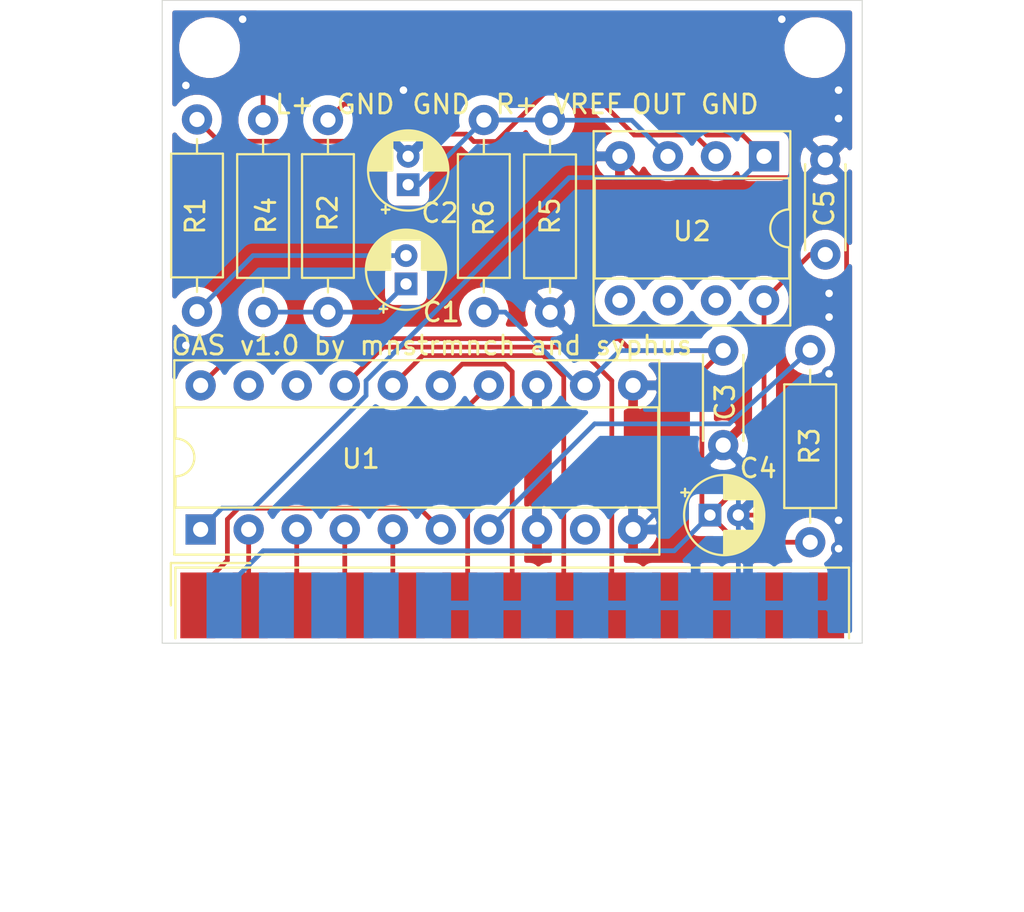
<source format=kicad_pcb>
(kicad_pcb (version 20171130) (host pcbnew 5.1.6-c6e7f7d~87~ubuntu18.04.1)

  (general
    (thickness 1.6)
    (drawings 12)
    (tracks 153)
    (zones 0)
    (modules 19)
    (nets 29)
  )

  (page A4)
  (layers
    (0 F.Cu signal)
    (31 B.Cu signal)
    (32 B.Adhes user hide)
    (33 F.Adhes user hide)
    (34 B.Paste user hide)
    (35 F.Paste user hide)
    (36 B.SilkS user hide)
    (37 F.SilkS user)
    (38 B.Mask user hide)
    (39 F.Mask user hide)
    (40 Dwgs.User user hide)
    (41 Cmts.User user hide)
    (42 Eco1.User user hide)
    (43 Eco2.User user hide)
    (44 Edge.Cuts user hide)
    (45 Margin user hide)
    (46 B.CrtYd user hide)
    (47 F.CrtYd user hide)
    (48 B.Fab user hide)
    (49 F.Fab user hide)
  )

  (setup
    (last_trace_width 0.25)
    (trace_clearance 0.2)
    (zone_clearance 0.508)
    (zone_45_only yes)
    (trace_min 0.2)
    (via_size 0.8)
    (via_drill 0.4)
    (via_min_size 0.4)
    (via_min_drill 0.3)
    (uvia_size 0.3)
    (uvia_drill 0.1)
    (uvias_allowed no)
    (uvia_min_size 0.2)
    (uvia_min_drill 0.1)
    (edge_width 0.05)
    (segment_width 0.2)
    (pcb_text_width 0.3)
    (pcb_text_size 1.5 1.5)
    (mod_edge_width 0.12)
    (mod_text_size 1 1)
    (mod_text_width 0.15)
    (pad_size 2.2 2.2)
    (pad_drill 2.2)
    (pad_to_mask_clearance 0.05)
    (aux_axis_origin 0 0)
    (visible_elements FFFFFF7F)
    (pcbplotparams
      (layerselection 0x010fc_ffffffff)
      (usegerberextensions false)
      (usegerberattributes true)
      (usegerberadvancedattributes true)
      (creategerberjobfile true)
      (excludeedgelayer true)
      (linewidth 0.100000)
      (plotframeref false)
      (viasonmask false)
      (mode 1)
      (useauxorigin false)
      (hpglpennumber 1)
      (hpglpenspeed 20)
      (hpglpendiameter 15.000000)
      (psnegative false)
      (psa4output false)
      (plotreference true)
      (plotvalue true)
      (plotinvisibletext false)
      (padsonsilk false)
      (subtractmaskfromsilk false)
      (outputformat 1)
      (mirror false)
      (drillshape 1)
      (scaleselection 1)
      (outputdirectory ""))
  )

  (net 0 "")
  (net 1 MONO_AUDIO)
  (net 2 "Net-(C1-Pad2)")
  (net 3 GND)
  (net 4 "Net-(C2-Pad1)")
  (net 5 VCC)
  (net 6 "Net-(J1-Pad1)")
  (net 7 "Net-(J2-Pad1)")
  (net 8 STROBE)
  (net 9 D0)
  (net 10 D1)
  (net 11 D2)
  (net 12 D3)
  (net 13 D4)
  (net 14 D5)
  (net 15 D6)
  (net 16 D7)
  (net 17 "Net-(J3-Pad10)")
  (net 18 "Net-(J3-Pad11)")
  (net 19 "Net-(J3-Pad12)")
  (net 20 "Net-(J3-Pad13)")
  (net 21 "Net-(J3-Pad15)")
  (net 22 "Net-(J3-Pad16)")
  (net 23 "Net-(J3-Pad17)")
  (net 24 "Net-(R3-Pad1)")
  (net 25 "Net-(R4-Pad1)")
  (net 26 Vo)
  (net 27 "Net-(U1-Pad18)")
  (net 28 "Net-(U1-Pad9)")

  (net_class Default "This is the default net class."
    (clearance 0.2)
    (trace_width 0.25)
    (via_dia 0.8)
    (via_drill 0.4)
    (uvia_dia 0.3)
    (uvia_drill 0.1)
    (add_net D0)
    (add_net D1)
    (add_net D2)
    (add_net D3)
    (add_net D4)
    (add_net D5)
    (add_net D6)
    (add_net D7)
    (add_net GND)
    (add_net MONO_AUDIO)
    (add_net "Net-(C1-Pad2)")
    (add_net "Net-(C2-Pad1)")
    (add_net "Net-(J1-Pad1)")
    (add_net "Net-(J2-Pad1)")
    (add_net "Net-(J3-Pad10)")
    (add_net "Net-(J3-Pad11)")
    (add_net "Net-(J3-Pad12)")
    (add_net "Net-(J3-Pad13)")
    (add_net "Net-(J3-Pad15)")
    (add_net "Net-(J3-Pad16)")
    (add_net "Net-(J3-Pad17)")
    (add_net "Net-(R3-Pad1)")
    (add_net "Net-(R4-Pad1)")
    (add_net "Net-(U1-Pad18)")
    (add_net "Net-(U1-Pad9)")
    (add_net STROBE)
    (add_net VCC)
    (add_net Vo)
  )

  (module Capacitor_THT:CP_Radial_D4.0mm_P1.50mm (layer F.Cu) (tedit 5AE50EF0) (tstamp 5F09AE17)
    (at 64.5 37.75 90)
    (descr "CP, Radial series, Radial, pin pitch=1.50mm, , diameter=4mm, Electrolytic Capacitor")
    (tags "CP Radial series Radial pin pitch 1.50mm  diameter 4mm Electrolytic Capacitor")
    (path /5F027977)
    (fp_text reference C2 (at -1.5 1.675501 180) (layer F.SilkS)
      (effects (font (size 1 1) (thickness 0.15)))
    )
    (fp_text value 10uf (at 0.75 3.25 90) (layer F.Fab)
      (effects (font (size 1 1) (thickness 0.15)))
    )
    (fp_line (start -1.319801 -1.395) (end -1.319801 -0.995) (layer F.SilkS) (width 0.12))
    (fp_line (start -1.519801 -1.195) (end -1.119801 -1.195) (layer F.SilkS) (width 0.12))
    (fp_line (start 2.831 -0.37) (end 2.831 0.37) (layer F.SilkS) (width 0.12))
    (fp_line (start 2.791 -0.537) (end 2.791 0.537) (layer F.SilkS) (width 0.12))
    (fp_line (start 2.751 -0.664) (end 2.751 0.664) (layer F.SilkS) (width 0.12))
    (fp_line (start 2.711 -0.768) (end 2.711 0.768) (layer F.SilkS) (width 0.12))
    (fp_line (start 2.671 -0.859) (end 2.671 0.859) (layer F.SilkS) (width 0.12))
    (fp_line (start 2.631 -0.94) (end 2.631 0.94) (layer F.SilkS) (width 0.12))
    (fp_line (start 2.591 -1.013) (end 2.591 1.013) (layer F.SilkS) (width 0.12))
    (fp_line (start 2.551 -1.08) (end 2.551 1.08) (layer F.SilkS) (width 0.12))
    (fp_line (start 2.511 -1.142) (end 2.511 1.142) (layer F.SilkS) (width 0.12))
    (fp_line (start 2.471 -1.2) (end 2.471 1.2) (layer F.SilkS) (width 0.12))
    (fp_line (start 2.431 -1.254) (end 2.431 1.254) (layer F.SilkS) (width 0.12))
    (fp_line (start 2.391 -1.304) (end 2.391 1.304) (layer F.SilkS) (width 0.12))
    (fp_line (start 2.351 -1.351) (end 2.351 1.351) (layer F.SilkS) (width 0.12))
    (fp_line (start 2.311 0.84) (end 2.311 1.396) (layer F.SilkS) (width 0.12))
    (fp_line (start 2.311 -1.396) (end 2.311 -0.84) (layer F.SilkS) (width 0.12))
    (fp_line (start 2.271 0.84) (end 2.271 1.438) (layer F.SilkS) (width 0.12))
    (fp_line (start 2.271 -1.438) (end 2.271 -0.84) (layer F.SilkS) (width 0.12))
    (fp_line (start 2.231 0.84) (end 2.231 1.478) (layer F.SilkS) (width 0.12))
    (fp_line (start 2.231 -1.478) (end 2.231 -0.84) (layer F.SilkS) (width 0.12))
    (fp_line (start 2.191 0.84) (end 2.191 1.516) (layer F.SilkS) (width 0.12))
    (fp_line (start 2.191 -1.516) (end 2.191 -0.84) (layer F.SilkS) (width 0.12))
    (fp_line (start 2.151 0.84) (end 2.151 1.552) (layer F.SilkS) (width 0.12))
    (fp_line (start 2.151 -1.552) (end 2.151 -0.84) (layer F.SilkS) (width 0.12))
    (fp_line (start 2.111 0.84) (end 2.111 1.587) (layer F.SilkS) (width 0.12))
    (fp_line (start 2.111 -1.587) (end 2.111 -0.84) (layer F.SilkS) (width 0.12))
    (fp_line (start 2.071 0.84) (end 2.071 1.619) (layer F.SilkS) (width 0.12))
    (fp_line (start 2.071 -1.619) (end 2.071 -0.84) (layer F.SilkS) (width 0.12))
    (fp_line (start 2.031 0.84) (end 2.031 1.65) (layer F.SilkS) (width 0.12))
    (fp_line (start 2.031 -1.65) (end 2.031 -0.84) (layer F.SilkS) (width 0.12))
    (fp_line (start 1.991 0.84) (end 1.991 1.68) (layer F.SilkS) (width 0.12))
    (fp_line (start 1.991 -1.68) (end 1.991 -0.84) (layer F.SilkS) (width 0.12))
    (fp_line (start 1.951 0.84) (end 1.951 1.708) (layer F.SilkS) (width 0.12))
    (fp_line (start 1.951 -1.708) (end 1.951 -0.84) (layer F.SilkS) (width 0.12))
    (fp_line (start 1.911 0.84) (end 1.911 1.735) (layer F.SilkS) (width 0.12))
    (fp_line (start 1.911 -1.735) (end 1.911 -0.84) (layer F.SilkS) (width 0.12))
    (fp_line (start 1.871 0.84) (end 1.871 1.76) (layer F.SilkS) (width 0.12))
    (fp_line (start 1.871 -1.76) (end 1.871 -0.84) (layer F.SilkS) (width 0.12))
    (fp_line (start 1.831 0.84) (end 1.831 1.785) (layer F.SilkS) (width 0.12))
    (fp_line (start 1.831 -1.785) (end 1.831 -0.84) (layer F.SilkS) (width 0.12))
    (fp_line (start 1.791 0.84) (end 1.791 1.808) (layer F.SilkS) (width 0.12))
    (fp_line (start 1.791 -1.808) (end 1.791 -0.84) (layer F.SilkS) (width 0.12))
    (fp_line (start 1.751 0.84) (end 1.751 1.83) (layer F.SilkS) (width 0.12))
    (fp_line (start 1.751 -1.83) (end 1.751 -0.84) (layer F.SilkS) (width 0.12))
    (fp_line (start 1.711 0.84) (end 1.711 1.851) (layer F.SilkS) (width 0.12))
    (fp_line (start 1.711 -1.851) (end 1.711 -0.84) (layer F.SilkS) (width 0.12))
    (fp_line (start 1.671 0.84) (end 1.671 1.87) (layer F.SilkS) (width 0.12))
    (fp_line (start 1.671 -1.87) (end 1.671 -0.84) (layer F.SilkS) (width 0.12))
    (fp_line (start 1.631 0.84) (end 1.631 1.889) (layer F.SilkS) (width 0.12))
    (fp_line (start 1.631 -1.889) (end 1.631 -0.84) (layer F.SilkS) (width 0.12))
    (fp_line (start 1.591 0.84) (end 1.591 1.907) (layer F.SilkS) (width 0.12))
    (fp_line (start 1.591 -1.907) (end 1.591 -0.84) (layer F.SilkS) (width 0.12))
    (fp_line (start 1.551 0.84) (end 1.551 1.924) (layer F.SilkS) (width 0.12))
    (fp_line (start 1.551 -1.924) (end 1.551 -0.84) (layer F.SilkS) (width 0.12))
    (fp_line (start 1.511 0.84) (end 1.511 1.94) (layer F.SilkS) (width 0.12))
    (fp_line (start 1.511 -1.94) (end 1.511 -0.84) (layer F.SilkS) (width 0.12))
    (fp_line (start 1.471 0.84) (end 1.471 1.954) (layer F.SilkS) (width 0.12))
    (fp_line (start 1.471 -1.954) (end 1.471 -0.84) (layer F.SilkS) (width 0.12))
    (fp_line (start 1.43 0.84) (end 1.43 1.968) (layer F.SilkS) (width 0.12))
    (fp_line (start 1.43 -1.968) (end 1.43 -0.84) (layer F.SilkS) (width 0.12))
    (fp_line (start 1.39 0.84) (end 1.39 1.982) (layer F.SilkS) (width 0.12))
    (fp_line (start 1.39 -1.982) (end 1.39 -0.84) (layer F.SilkS) (width 0.12))
    (fp_line (start 1.35 0.84) (end 1.35 1.994) (layer F.SilkS) (width 0.12))
    (fp_line (start 1.35 -1.994) (end 1.35 -0.84) (layer F.SilkS) (width 0.12))
    (fp_line (start 1.31 0.84) (end 1.31 2.005) (layer F.SilkS) (width 0.12))
    (fp_line (start 1.31 -2.005) (end 1.31 -0.84) (layer F.SilkS) (width 0.12))
    (fp_line (start 1.27 0.84) (end 1.27 2.016) (layer F.SilkS) (width 0.12))
    (fp_line (start 1.27 -2.016) (end 1.27 -0.84) (layer F.SilkS) (width 0.12))
    (fp_line (start 1.23 0.84) (end 1.23 2.025) (layer F.SilkS) (width 0.12))
    (fp_line (start 1.23 -2.025) (end 1.23 -0.84) (layer F.SilkS) (width 0.12))
    (fp_line (start 1.19 0.84) (end 1.19 2.034) (layer F.SilkS) (width 0.12))
    (fp_line (start 1.19 -2.034) (end 1.19 -0.84) (layer F.SilkS) (width 0.12))
    (fp_line (start 1.15 0.84) (end 1.15 2.042) (layer F.SilkS) (width 0.12))
    (fp_line (start 1.15 -2.042) (end 1.15 -0.84) (layer F.SilkS) (width 0.12))
    (fp_line (start 1.11 0.84) (end 1.11 2.05) (layer F.SilkS) (width 0.12))
    (fp_line (start 1.11 -2.05) (end 1.11 -0.84) (layer F.SilkS) (width 0.12))
    (fp_line (start 1.07 0.84) (end 1.07 2.056) (layer F.SilkS) (width 0.12))
    (fp_line (start 1.07 -2.056) (end 1.07 -0.84) (layer F.SilkS) (width 0.12))
    (fp_line (start 1.03 0.84) (end 1.03 2.062) (layer F.SilkS) (width 0.12))
    (fp_line (start 1.03 -2.062) (end 1.03 -0.84) (layer F.SilkS) (width 0.12))
    (fp_line (start 0.99 0.84) (end 0.99 2.067) (layer F.SilkS) (width 0.12))
    (fp_line (start 0.99 -2.067) (end 0.99 -0.84) (layer F.SilkS) (width 0.12))
    (fp_line (start 0.95 0.84) (end 0.95 2.071) (layer F.SilkS) (width 0.12))
    (fp_line (start 0.95 -2.071) (end 0.95 -0.84) (layer F.SilkS) (width 0.12))
    (fp_line (start 0.91 0.84) (end 0.91 2.074) (layer F.SilkS) (width 0.12))
    (fp_line (start 0.91 -2.074) (end 0.91 -0.84) (layer F.SilkS) (width 0.12))
    (fp_line (start 0.87 0.84) (end 0.87 2.077) (layer F.SilkS) (width 0.12))
    (fp_line (start 0.87 -2.077) (end 0.87 -0.84) (layer F.SilkS) (width 0.12))
    (fp_line (start 0.83 -2.079) (end 0.83 -0.84) (layer F.SilkS) (width 0.12))
    (fp_line (start 0.83 0.84) (end 0.83 2.079) (layer F.SilkS) (width 0.12))
    (fp_line (start 0.79 -2.08) (end 0.79 -0.84) (layer F.SilkS) (width 0.12))
    (fp_line (start 0.79 0.84) (end 0.79 2.08) (layer F.SilkS) (width 0.12))
    (fp_line (start 0.75 -2.08) (end 0.75 -0.84) (layer F.SilkS) (width 0.12))
    (fp_line (start 0.75 0.84) (end 0.75 2.08) (layer F.SilkS) (width 0.12))
    (fp_line (start -0.752554 -1.0675) (end -0.752554 -0.6675) (layer F.Fab) (width 0.1))
    (fp_line (start -0.952554 -0.8675) (end -0.552554 -0.8675) (layer F.Fab) (width 0.1))
    (fp_circle (center 0.75 0) (end 3 0) (layer F.CrtYd) (width 0.05))
    (fp_circle (center 0.75 0) (end 2.87 0) (layer F.SilkS) (width 0.12))
    (fp_circle (center 0.75 0) (end 2.75 0) (layer F.Fab) (width 0.1))
    (fp_text user %R (at 0.75 0 90) (layer F.Fab)
      (effects (font (size 0.8 0.8) (thickness 0.12)))
    )
    (pad 2 thru_hole circle (at 1.5 0 90) (size 1.2 1.2) (drill 0.6) (layers *.Cu *.Mask)
      (net 3 GND))
    (pad 1 thru_hole rect (at 0 0 90) (size 1.2 1.2) (drill 0.6) (layers *.Cu *.Mask)
      (net 4 "Net-(C2-Pad1)"))
    (model ${KISYS3DMOD}/Capacitor_THT.3dshapes/CP_Radial_D4.0mm_P1.50mm.wrl
      (at (xyz 0 0 0))
      (scale (xyz 1 1 1))
      (rotate (xyz 0 0 0))
    )
  )

  (module Package_DIP:DIP-8_W7.62mm_Socket (layer F.Cu) (tedit 5A02E8C5) (tstamp 5F09AF0E)
    (at 83.310999 36.25 270)
    (descr "8-lead though-hole mounted DIP package, row spacing 7.62 mm (300 mils), Socket")
    (tags "THT DIP DIL PDIP 2.54mm 7.62mm 300mil Socket")
    (path /5F022BBE)
    (fp_text reference U2 (at 3.965501 3.810999) (layer F.SilkS)
      (effects (font (size 1 1) (thickness 0.15)))
    )
    (fp_text value MCP6002-xP (at 3.81 9.95 90) (layer F.Fab)
      (effects (font (size 1 1) (thickness 0.15)))
    )
    (fp_line (start 1.635 -1.27) (end 6.985 -1.27) (layer F.Fab) (width 0.1))
    (fp_line (start 6.985 -1.27) (end 6.985 8.89) (layer F.Fab) (width 0.1))
    (fp_line (start 6.985 8.89) (end 0.635 8.89) (layer F.Fab) (width 0.1))
    (fp_line (start 0.635 8.89) (end 0.635 -0.27) (layer F.Fab) (width 0.1))
    (fp_line (start 0.635 -0.27) (end 1.635 -1.27) (layer F.Fab) (width 0.1))
    (fp_line (start -1.27 -1.33) (end -1.27 8.95) (layer F.Fab) (width 0.1))
    (fp_line (start -1.27 8.95) (end 8.89 8.95) (layer F.Fab) (width 0.1))
    (fp_line (start 8.89 8.95) (end 8.89 -1.33) (layer F.Fab) (width 0.1))
    (fp_line (start 8.89 -1.33) (end -1.27 -1.33) (layer F.Fab) (width 0.1))
    (fp_line (start 2.81 -1.33) (end 1.16 -1.33) (layer F.SilkS) (width 0.12))
    (fp_line (start 1.16 -1.33) (end 1.16 8.95) (layer F.SilkS) (width 0.12))
    (fp_line (start 1.16 8.95) (end 6.46 8.95) (layer F.SilkS) (width 0.12))
    (fp_line (start 6.46 8.95) (end 6.46 -1.33) (layer F.SilkS) (width 0.12))
    (fp_line (start 6.46 -1.33) (end 4.81 -1.33) (layer F.SilkS) (width 0.12))
    (fp_line (start -1.33 -1.39) (end -1.33 9.01) (layer F.SilkS) (width 0.12))
    (fp_line (start -1.33 9.01) (end 8.95 9.01) (layer F.SilkS) (width 0.12))
    (fp_line (start 8.95 9.01) (end 8.95 -1.39) (layer F.SilkS) (width 0.12))
    (fp_line (start 8.95 -1.39) (end -1.33 -1.39) (layer F.SilkS) (width 0.12))
    (fp_line (start -1.55 -1.6) (end -1.55 9.2) (layer F.CrtYd) (width 0.05))
    (fp_line (start -1.55 9.2) (end 9.15 9.2) (layer F.CrtYd) (width 0.05))
    (fp_line (start 9.15 9.2) (end 9.15 -1.6) (layer F.CrtYd) (width 0.05))
    (fp_line (start 9.15 -1.6) (end -1.55 -1.6) (layer F.CrtYd) (width 0.05))
    (fp_arc (start 3.81 -1.33) (end 2.81 -1.33) (angle -180) (layer F.SilkS) (width 0.12))
    (fp_text user %R (at 3.81 3.81 90) (layer F.Fab)
      (effects (font (size 1 1) (thickness 0.15)))
    )
    (pad 1 thru_hole rect (at 0 0 270) (size 1.6 1.6) (drill 0.8) (layers *.Cu *.Mask)
      (net 26 Vo))
    (pad 5 thru_hole oval (at 7.62 7.62 270) (size 1.6 1.6) (drill 0.8) (layers *.Cu *.Mask))
    (pad 2 thru_hole oval (at 0 2.54 270) (size 1.6 1.6) (drill 0.8) (layers *.Cu *.Mask)
      (net 25 "Net-(R4-Pad1)"))
    (pad 6 thru_hole oval (at 7.62 5.08 270) (size 1.6 1.6) (drill 0.8) (layers *.Cu *.Mask))
    (pad 3 thru_hole oval (at 0 5.08 270) (size 1.6 1.6) (drill 0.8) (layers *.Cu *.Mask)
      (net 4 "Net-(C2-Pad1)"))
    (pad 7 thru_hole oval (at 7.62 2.54 270) (size 1.6 1.6) (drill 0.8) (layers *.Cu *.Mask))
    (pad 4 thru_hole oval (at 0 7.62 270) (size 1.6 1.6) (drill 0.8) (layers *.Cu *.Mask)
      (net 3 GND))
    (pad 8 thru_hole oval (at 7.62 0 270) (size 1.6 1.6) (drill 0.8) (layers *.Cu *.Mask)
      (net 5 VCC))
    (model ${KISYS3DMOD}/Package_DIP.3dshapes/DIP-8_W7.62mm_Socket.wrl
      (at (xyz 0 0 0))
      (scale (xyz 1 1 1))
      (rotate (xyz 0 0 0))
    )
  )

  (module "connectors:Pot pads" (layer F.Cu) (tedit 5F0A0A8C) (tstamp 5F09B3F7)
    (at 77.659499 28.489999)
    (path /5F2122D4)
    (fp_text reference RV1 (at 0.254 5.207) (layer F.SilkS) hide
      (effects (font (size 1 1) (thickness 0.15)))
    )
    (fp_text value R_POT (at 0 -0.889) (layer F.Fab)
      (effects (font (size 1 1) (thickness 0.15)))
    )
    (pad 3 connect roundrect (at 3.937 2.159) (size 3 4) (layers F.Cu F.Mask) (roundrect_rratio 0.25)
      (net 26 Vo) (solder_mask_margin 0.25) (clearance 0.25))
    (pad 2 connect roundrect (at 0.127 2.159) (size 3 4) (layers F.Cu F.Mask) (roundrect_rratio 0.25)
      (net 26 Vo) (solder_mask_margin 0.25) (clearance 0.25))
    (pad 1 connect roundrect (at -3.683 2.159) (size 3 4) (layers F.Cu F.Mask) (roundrect_rratio 0.25)
      (net 25 "Net-(R4-Pad1)") (solder_mask_margin 0.25) (clearance 0.25))
  )

  (module "connectors:Audio pads" (layer F.Cu) (tedit 5F0A0780) (tstamp 5F09B3B3)
    (at 68.197999 32.617499 180)
    (path /5F069BFF)
    (fp_text reference J2 (at 0.254 5.207) (layer F.SilkS) hide
      (effects (font (size 1 1) (thickness 0.15)))
    )
    (fp_text value Right (at 0 -0.889) (layer F.Fab)
      (effects (font (size 1 1) (thickness 0.15)))
    )
    (pad 2 connect roundrect (at 1.905 2.032 180) (size 3 4) (layers F.Cu F.Mask) (roundrect_rratio 0.25)
      (net 3 GND) (solder_mask_margin 0.25) (clearance 0.25))
    (pad 1 connect roundrect (at -1.905 2.032 180) (size 3 4) (layers F.Cu F.Mask) (roundrect_rratio 0.25)
      (net 7 "Net-(J2-Pad1)") (solder_mask_margin 0.25) (clearance 0.25))
  )

  (module "connectors:Audio pads" (layer F.Cu) (tedit 5F0A0780) (tstamp 5F09B43A)
    (at 60.323999 28.553499)
    (path /5F06ABE3)
    (fp_text reference J1 (at 0.254 5.207) (layer F.SilkS) hide
      (effects (font (size 1 1) (thickness 0.15)))
    )
    (fp_text value Left (at 0 -0.889) (layer F.Fab)
      (effects (font (size 1 1) (thickness 0.15)))
    )
    (pad 2 connect roundrect (at 1.905 2.032) (size 3 4) (layers F.Cu F.Mask) (roundrect_rratio 0.25)
      (net 3 GND) (solder_mask_margin 0.25) (clearance 0.25))
    (pad 1 connect roundrect (at -1.905 2.032) (size 3 4) (layers F.Cu F.Mask) (roundrect_rratio 0.25)
      (net 6 "Net-(J1-Pad1)") (solder_mask_margin 0.25) (clearance 0.25))
  )

  (module MountingHole:MountingHole_2.2mm_M2 (layer F.Cu) (tedit 56D1B4CB) (tstamp 5F09B376)
    (at 86 30.5)
    (descr "Mounting Hole 2.2mm, no annular, M2")
    (tags "mounting hole 2.2mm no annular m2")
    (attr virtual)
    (fp_text reference REF** (at 0 -3.2) (layer F.SilkS) hide
      (effects (font (size 1 1) (thickness 0.15)))
    )
    (fp_text value MountingHole_2.2mm_M2 (at 0 3.2) (layer F.Fab)
      (effects (font (size 1 1) (thickness 0.15)))
    )
    (fp_circle (center 0 0) (end 2.2 0) (layer Cmts.User) (width 0.15))
    (fp_circle (center 0 0) (end 2.45 0) (layer F.CrtYd) (width 0.05))
    (fp_text user %R (at 0.3 0) (layer F.Fab)
      (effects (font (size 1 1) (thickness 0.15)))
    )
    (pad 1 np_thru_hole circle (at 0 0) (size 2.2 2.2) (drill 2.2) (layers *.Cu *.Mask))
  )

  (module MountingHole:MountingHole_2.2mm_M2 (layer F.Cu) (tedit 56D1B4CB) (tstamp 5F09B500)
    (at 54 30.5)
    (descr "Mounting Hole 2.2mm, no annular, M2")
    (tags "mounting hole 2.2mm no annular m2")
    (attr virtual)
    (fp_text reference REF** (at 0 -3.2) (layer F.SilkS) hide
      (effects (font (size 1 1) (thickness 0.15)))
    )
    (fp_text value MountingHole_2.2mm_M2 (at 0 3.2) (layer F.Fab)
      (effects (font (size 1 1) (thickness 0.15)))
    )
    (fp_circle (center 0 0) (end 2.2 0) (layer Cmts.User) (width 0.15))
    (fp_circle (center 0 0) (end 2.45 0) (layer F.CrtYd) (width 0.05))
    (fp_text user %R (at 0.3 0) (layer F.Fab)
      (effects (font (size 1 1) (thickness 0.15)))
    )
    (pad 1 np_thru_hole circle (at 0 0) (size 2.2 2.2) (drill 2.2) (layers *.Cu *.Mask))
  )

  (module Capacitor_THT:C_Disc_D4.3mm_W1.9mm_P5.00mm (layer F.Cu) (tedit 5AE50EF0) (tstamp 5F09A5DA)
    (at 81.151999 46.523999 270)
    (descr "C, Disc series, Radial, pin pitch=5.00mm, , diameter*width=4.3*1.9mm^2, Capacitor, http://www.vishay.com/docs/45233/krseries.pdf")
    (tags "C Disc series Radial pin pitch 5.00mm  diameter 4.3mm width 1.9mm Capacitor")
    (path /5F1B124F)
    (fp_text reference C3 (at 2.726001 -0.098001 90) (layer F.SilkS)
      (effects (font (size 1 1) (thickness 0.15)))
    )
    (fp_text value 0.1uf (at 2.5 2.2 90) (layer F.Fab)
      (effects (font (size 1 1) (thickness 0.15)))
    )
    (fp_line (start 0.35 -0.95) (end 0.35 0.95) (layer F.Fab) (width 0.1))
    (fp_line (start 0.35 0.95) (end 4.65 0.95) (layer F.Fab) (width 0.1))
    (fp_line (start 4.65 0.95) (end 4.65 -0.95) (layer F.Fab) (width 0.1))
    (fp_line (start 4.65 -0.95) (end 0.35 -0.95) (layer F.Fab) (width 0.1))
    (fp_line (start 0.23 -1.07) (end 4.77 -1.07) (layer F.SilkS) (width 0.12))
    (fp_line (start 0.23 1.07) (end 4.77 1.07) (layer F.SilkS) (width 0.12))
    (fp_line (start 0.23 -1.07) (end 0.23 -1.055) (layer F.SilkS) (width 0.12))
    (fp_line (start 0.23 1.055) (end 0.23 1.07) (layer F.SilkS) (width 0.12))
    (fp_line (start 4.77 -1.07) (end 4.77 -1.055) (layer F.SilkS) (width 0.12))
    (fp_line (start 4.77 1.055) (end 4.77 1.07) (layer F.SilkS) (width 0.12))
    (fp_line (start -1.05 -1.2) (end -1.05 1.2) (layer F.CrtYd) (width 0.05))
    (fp_line (start -1.05 1.2) (end 6.05 1.2) (layer F.CrtYd) (width 0.05))
    (fp_line (start 6.05 1.2) (end 6.05 -1.2) (layer F.CrtYd) (width 0.05))
    (fp_line (start 6.05 -1.2) (end -1.05 -1.2) (layer F.CrtYd) (width 0.05))
    (fp_text user %R (at 2.5 0 90) (layer F.Fab)
      (effects (font (size 0.86 0.86) (thickness 0.129)))
    )
    (pad 2 thru_hole circle (at 5 0 270) (size 1.6 1.6) (drill 0.8) (layers *.Cu *.Mask)
      (net 3 GND))
    (pad 1 thru_hole circle (at 0 0 270) (size 1.6 1.6) (drill 0.8) (layers *.Cu *.Mask)
      (net 5 VCC))
    (model ${KISYS3DMOD}/Capacitor_THT.3dshapes/C_Disc_D4.3mm_W1.9mm_P5.00mm.wrl
      (at (xyz 0 0 0))
      (scale (xyz 1 1 1))
      (rotate (xyz 0 0 0))
    )
  )

  (module Capacitor_THT:C_Disc_D4.3mm_W1.9mm_P5.00mm (layer F.Cu) (tedit 5AE50EF0) (tstamp 5F09A8B7)
    (at 86.549499 41.443999 90)
    (descr "C, Disc series, Radial, pin pitch=5.00mm, , diameter*width=4.3*1.9mm^2, Capacitor, http://www.vishay.com/docs/45233/krseries.pdf")
    (tags "C Disc series Radial pin pitch 5.00mm  diameter 4.3mm width 1.9mm Capacitor")
    (path /5F1E308D)
    (fp_text reference C5 (at 2.443999 -0.049499 90) (layer F.SilkS)
      (effects (font (size 1 1) (thickness 0.15)))
    )
    (fp_text value 0.1uf (at 2.5 2.2 90) (layer F.Fab)
      (effects (font (size 1 1) (thickness 0.15)))
    )
    (fp_line (start 0.35 -0.95) (end 0.35 0.95) (layer F.Fab) (width 0.1))
    (fp_line (start 0.35 0.95) (end 4.65 0.95) (layer F.Fab) (width 0.1))
    (fp_line (start 4.65 0.95) (end 4.65 -0.95) (layer F.Fab) (width 0.1))
    (fp_line (start 4.65 -0.95) (end 0.35 -0.95) (layer F.Fab) (width 0.1))
    (fp_line (start 0.23 -1.07) (end 4.77 -1.07) (layer F.SilkS) (width 0.12))
    (fp_line (start 0.23 1.07) (end 4.77 1.07) (layer F.SilkS) (width 0.12))
    (fp_line (start 0.23 -1.07) (end 0.23 -1.055) (layer F.SilkS) (width 0.12))
    (fp_line (start 0.23 1.055) (end 0.23 1.07) (layer F.SilkS) (width 0.12))
    (fp_line (start 4.77 -1.07) (end 4.77 -1.055) (layer F.SilkS) (width 0.12))
    (fp_line (start 4.77 1.055) (end 4.77 1.07) (layer F.SilkS) (width 0.12))
    (fp_line (start -1.05 -1.2) (end -1.05 1.2) (layer F.CrtYd) (width 0.05))
    (fp_line (start -1.05 1.2) (end 6.05 1.2) (layer F.CrtYd) (width 0.05))
    (fp_line (start 6.05 1.2) (end 6.05 -1.2) (layer F.CrtYd) (width 0.05))
    (fp_line (start 6.05 -1.2) (end -1.05 -1.2) (layer F.CrtYd) (width 0.05))
    (fp_text user %R (at 2.5 0 90) (layer F.Fab)
      (effects (font (size 0.86 0.86) (thickness 0.129)))
    )
    (pad 2 thru_hole circle (at 5 0 90) (size 1.6 1.6) (drill 0.8) (layers *.Cu *.Mask)
      (net 3 GND))
    (pad 1 thru_hole circle (at 0 0 90) (size 1.6 1.6) (drill 0.8) (layers *.Cu *.Mask)
      (net 5 VCC))
    (model ${KISYS3DMOD}/Capacitor_THT.3dshapes/C_Disc_D4.3mm_W1.9mm_P5.00mm.wrl
      (at (xyz 0 0 0))
      (scale (xyz 1 1 1))
      (rotate (xyz 0 0 0))
    )
  )

  (module Resistor_THT:R_Axial_DIN0207_L6.3mm_D2.5mm_P10.16mm_Horizontal (layer F.Cu) (tedit 5AE5139B) (tstamp 5F09A877)
    (at 72 44.5 90)
    (descr "Resistor, Axial_DIN0207 series, Axial, Horizontal, pin pitch=10.16mm, 0.25W = 1/4W, length*diameter=6.3*2.5mm^2, http://cdn-reichelt.de/documents/datenblatt/B400/1_4W%23YAG.pdf")
    (tags "Resistor Axial_DIN0207 series Axial Horizontal pin pitch 10.16mm 0.25W = 1/4W length 6.3mm diameter 2.5mm")
    (path /5F02BE2F)
    (fp_text reference R6 (at 5 -3.5 90) (layer F.SilkS)
      (effects (font (size 1 1) (thickness 0.15)))
    )
    (fp_text value 1K (at 5.08 2.37 90) (layer F.Fab)
      (effects (font (size 1 1) (thickness 0.15)))
    )
    (fp_line (start 1.93 -1.25) (end 1.93 1.25) (layer F.Fab) (width 0.1))
    (fp_line (start 1.93 1.25) (end 8.23 1.25) (layer F.Fab) (width 0.1))
    (fp_line (start 8.23 1.25) (end 8.23 -1.25) (layer F.Fab) (width 0.1))
    (fp_line (start 8.23 -1.25) (end 1.93 -1.25) (layer F.Fab) (width 0.1))
    (fp_line (start 0 0) (end 1.93 0) (layer F.Fab) (width 0.1))
    (fp_line (start 10.16 0) (end 8.23 0) (layer F.Fab) (width 0.1))
    (fp_line (start 1.81 -1.37) (end 1.81 1.37) (layer F.SilkS) (width 0.12))
    (fp_line (start 1.81 1.37) (end 8.35 1.37) (layer F.SilkS) (width 0.12))
    (fp_line (start 8.35 1.37) (end 8.35 -1.37) (layer F.SilkS) (width 0.12))
    (fp_line (start 8.35 -1.37) (end 1.81 -1.37) (layer F.SilkS) (width 0.12))
    (fp_line (start 1.04 0) (end 1.81 0) (layer F.SilkS) (width 0.12))
    (fp_line (start 9.12 0) (end 8.35 0) (layer F.SilkS) (width 0.12))
    (fp_line (start -1.05 -1.5) (end -1.05 1.5) (layer F.CrtYd) (width 0.05))
    (fp_line (start -1.05 1.5) (end 11.21 1.5) (layer F.CrtYd) (width 0.05))
    (fp_line (start 11.21 1.5) (end 11.21 -1.5) (layer F.CrtYd) (width 0.05))
    (fp_line (start 11.21 -1.5) (end -1.05 -1.5) (layer F.CrtYd) (width 0.05))
    (fp_text user %R (at 5.08 0 90) (layer F.Fab)
      (effects (font (size 1 1) (thickness 0.15)))
    )
    (pad 2 thru_hole oval (at 10.16 0 90) (size 1.6 1.6) (drill 0.8) (layers *.Cu *.Mask)
      (net 4 "Net-(C2-Pad1)"))
    (pad 1 thru_hole circle (at 0 0 90) (size 1.6 1.6) (drill 0.8) (layers *.Cu *.Mask)
      (net 3 GND))
    (model ${KISYS3DMOD}/Resistor_THT.3dshapes/R_Axial_DIN0207_L6.3mm_D2.5mm_P10.16mm_Horizontal.wrl
      (at (xyz 0 0 0))
      (scale (xyz 1 1 1))
      (rotate (xyz 0 0 0))
    )
  )

  (module Resistor_THT:R_Axial_DIN0207_L6.3mm_D2.5mm_P10.16mm_Horizontal (layer F.Cu) (tedit 5AE5139B) (tstamp 5F0BCB47)
    (at 53.338999 34.3 270)
    (descr "Resistor, Axial_DIN0207 series, Axial, Horizontal, pin pitch=10.16mm, 0.25W = 1/4W, length*diameter=6.3*2.5mm^2, http://cdn-reichelt.de/documents/datenblatt/B400/1_4W%23YAG.pdf")
    (tags "Resistor Axial_DIN0207 series Axial Horizontal pin pitch 10.16mm 0.25W = 1/4W length 6.3mm diameter 2.5mm")
    (path /5F02814E)
    (fp_text reference R4 (at 5.08 -3.661001 90) (layer F.SilkS)
      (effects (font (size 1 1) (thickness 0.15)))
    )
    (fp_text value 1K (at 5.08 2.37 90) (layer F.Fab)
      (effects (font (size 1 1) (thickness 0.15)))
    )
    (fp_line (start 1.93 -1.25) (end 1.93 1.25) (layer F.Fab) (width 0.1))
    (fp_line (start 1.93 1.25) (end 8.23 1.25) (layer F.Fab) (width 0.1))
    (fp_line (start 8.23 1.25) (end 8.23 -1.25) (layer F.Fab) (width 0.1))
    (fp_line (start 8.23 -1.25) (end 1.93 -1.25) (layer F.Fab) (width 0.1))
    (fp_line (start 0 0) (end 1.93 0) (layer F.Fab) (width 0.1))
    (fp_line (start 10.16 0) (end 8.23 0) (layer F.Fab) (width 0.1))
    (fp_line (start 1.81 -1.37) (end 1.81 1.37) (layer F.SilkS) (width 0.12))
    (fp_line (start 1.81 1.37) (end 8.35 1.37) (layer F.SilkS) (width 0.12))
    (fp_line (start 8.35 1.37) (end 8.35 -1.37) (layer F.SilkS) (width 0.12))
    (fp_line (start 8.35 -1.37) (end 1.81 -1.37) (layer F.SilkS) (width 0.12))
    (fp_line (start 1.04 0) (end 1.81 0) (layer F.SilkS) (width 0.12))
    (fp_line (start 9.12 0) (end 8.35 0) (layer F.SilkS) (width 0.12))
    (fp_line (start -1.05 -1.5) (end -1.05 1.5) (layer F.CrtYd) (width 0.05))
    (fp_line (start -1.05 1.5) (end 11.21 1.5) (layer F.CrtYd) (width 0.05))
    (fp_line (start 11.21 1.5) (end 11.21 -1.5) (layer F.CrtYd) (width 0.05))
    (fp_line (start 11.21 -1.5) (end -1.05 -1.5) (layer F.CrtYd) (width 0.05))
    (fp_text user %R (at 5.08 0 90) (layer F.Fab)
      (effects (font (size 1 1) (thickness 0.15)))
    )
    (pad 2 thru_hole oval (at 10.16 0 270) (size 1.6 1.6) (drill 0.8) (layers *.Cu *.Mask)
      (net 2 "Net-(C1-Pad2)"))
    (pad 1 thru_hole circle (at 0 0 270) (size 1.6 1.6) (drill 0.8) (layers *.Cu *.Mask)
      (net 25 "Net-(R4-Pad1)"))
    (model ${KISYS3DMOD}/Resistor_THT.3dshapes/R_Axial_DIN0207_L6.3mm_D2.5mm_P10.16mm_Horizontal.wrl
      (at (xyz 0 0 0))
      (scale (xyz 1 1 1))
      (rotate (xyz 0 0 0))
    )
  )

  (module Resistor_THT:R_Axial_DIN0207_L6.3mm_D2.5mm_P10.16mm_Horizontal (layer F.Cu) (tedit 5AE5139B) (tstamp 5F0BF021)
    (at 85.75 46.5 270)
    (descr "Resistor, Axial_DIN0207 series, Axial, Horizontal, pin pitch=10.16mm, 0.25W = 1/4W, length*diameter=6.3*2.5mm^2, http://cdn-reichelt.de/documents/datenblatt/B400/1_4W%23YAG.pdf")
    (tags "Resistor Axial_DIN0207 series Axial Horizontal pin pitch 10.16mm 0.25W = 1/4W length 6.3mm diameter 2.5mm")
    (path /5F12B47B)
    (fp_text reference R3 (at 5.08 0.033499 90) (layer F.SilkS)
      (effects (font (size 1 1) (thickness 0.15)))
    )
    (fp_text value 330 (at 5.08 2.37 90) (layer F.Fab)
      (effects (font (size 1 1) (thickness 0.15)))
    )
    (fp_line (start 1.93 -1.25) (end 1.93 1.25) (layer F.Fab) (width 0.1))
    (fp_line (start 1.93 1.25) (end 8.23 1.25) (layer F.Fab) (width 0.1))
    (fp_line (start 8.23 1.25) (end 8.23 -1.25) (layer F.Fab) (width 0.1))
    (fp_line (start 8.23 -1.25) (end 1.93 -1.25) (layer F.Fab) (width 0.1))
    (fp_line (start 0 0) (end 1.93 0) (layer F.Fab) (width 0.1))
    (fp_line (start 10.16 0) (end 8.23 0) (layer F.Fab) (width 0.1))
    (fp_line (start 1.81 -1.37) (end 1.81 1.37) (layer F.SilkS) (width 0.12))
    (fp_line (start 1.81 1.37) (end 8.35 1.37) (layer F.SilkS) (width 0.12))
    (fp_line (start 8.35 1.37) (end 8.35 -1.37) (layer F.SilkS) (width 0.12))
    (fp_line (start 8.35 -1.37) (end 1.81 -1.37) (layer F.SilkS) (width 0.12))
    (fp_line (start 1.04 0) (end 1.81 0) (layer F.SilkS) (width 0.12))
    (fp_line (start 9.12 0) (end 8.35 0) (layer F.SilkS) (width 0.12))
    (fp_line (start -1.05 -1.5) (end -1.05 1.5) (layer F.CrtYd) (width 0.05))
    (fp_line (start -1.05 1.5) (end 11.21 1.5) (layer F.CrtYd) (width 0.05))
    (fp_line (start 11.21 1.5) (end 11.21 -1.5) (layer F.CrtYd) (width 0.05))
    (fp_line (start 11.21 -1.5) (end -1.05 -1.5) (layer F.CrtYd) (width 0.05))
    (fp_text user %R (at 5.08 0 270) (layer F.Fab)
      (effects (font (size 1 1) (thickness 0.15)))
    )
    (pad 2 thru_hole oval (at 10.16 0 270) (size 1.6 1.6) (drill 0.8) (layers *.Cu *.Mask)
      (net 5 VCC))
    (pad 1 thru_hole circle (at 0 0 270) (size 1.6 1.6) (drill 0.8) (layers *.Cu *.Mask)
      (net 24 "Net-(R3-Pad1)"))
    (model ${KISYS3DMOD}/Resistor_THT.3dshapes/R_Axial_DIN0207_L6.3mm_D2.5mm_P10.16mm_Horizontal.wrl
      (at (xyz 0 0 0))
      (scale (xyz 1 1 1))
      (rotate (xyz 0 0 0))
    )
  )

  (module Resistor_THT:R_Axial_DIN0207_L6.3mm_D2.5mm_P10.16mm_Horizontal (layer F.Cu) (tedit 5AE5139B) (tstamp 5F0BCAC3)
    (at 60.260499 44.487999 90)
    (descr "Resistor, Axial_DIN0207 series, Axial, Horizontal, pin pitch=10.16mm, 0.25W = 1/4W, length*diameter=6.3*2.5mm^2, http://cdn-reichelt.de/documents/datenblatt/B400/1_4W%23YAG.pdf")
    (tags "Resistor Axial_DIN0207 series Axial Horizontal pin pitch 10.16mm 0.25W = 1/4W length 6.3mm diameter 2.5mm")
    (path /5F0B52EA)
    (fp_text reference R2 (at 5.237999 -0.010499 90) (layer F.SilkS)
      (effects (font (size 1 1) (thickness 0.15)))
    )
    (fp_text value 1k (at 5.08 2.37 90) (layer F.Fab)
      (effects (font (size 1 1) (thickness 0.15)))
    )
    (fp_line (start 1.93 -1.25) (end 1.93 1.25) (layer F.Fab) (width 0.1))
    (fp_line (start 1.93 1.25) (end 8.23 1.25) (layer F.Fab) (width 0.1))
    (fp_line (start 8.23 1.25) (end 8.23 -1.25) (layer F.Fab) (width 0.1))
    (fp_line (start 8.23 -1.25) (end 1.93 -1.25) (layer F.Fab) (width 0.1))
    (fp_line (start 0 0) (end 1.93 0) (layer F.Fab) (width 0.1))
    (fp_line (start 10.16 0) (end 8.23 0) (layer F.Fab) (width 0.1))
    (fp_line (start 1.81 -1.37) (end 1.81 1.37) (layer F.SilkS) (width 0.12))
    (fp_line (start 1.81 1.37) (end 8.35 1.37) (layer F.SilkS) (width 0.12))
    (fp_line (start 8.35 1.37) (end 8.35 -1.37) (layer F.SilkS) (width 0.12))
    (fp_line (start 8.35 -1.37) (end 1.81 -1.37) (layer F.SilkS) (width 0.12))
    (fp_line (start 1.04 0) (end 1.81 0) (layer F.SilkS) (width 0.12))
    (fp_line (start 9.12 0) (end 8.35 0) (layer F.SilkS) (width 0.12))
    (fp_line (start -1.05 -1.5) (end -1.05 1.5) (layer F.CrtYd) (width 0.05))
    (fp_line (start -1.05 1.5) (end 11.21 1.5) (layer F.CrtYd) (width 0.05))
    (fp_line (start 11.21 1.5) (end 11.21 -1.5) (layer F.CrtYd) (width 0.05))
    (fp_line (start 11.21 -1.5) (end -1.05 -1.5) (layer F.CrtYd) (width 0.05))
    (fp_text user %R (at 5.08 0 90) (layer F.Fab)
      (effects (font (size 1 1) (thickness 0.15)))
    )
    (pad 2 thru_hole oval (at 10.16 0 90) (size 1.6 1.6) (drill 0.8) (layers *.Cu *.Mask)
      (net 7 "Net-(J2-Pad1)"))
    (pad 1 thru_hole circle (at 0 0 90) (size 1.6 1.6) (drill 0.8) (layers *.Cu *.Mask)
      (net 1 MONO_AUDIO))
    (model ${KISYS3DMOD}/Resistor_THT.3dshapes/R_Axial_DIN0207_L6.3mm_D2.5mm_P10.16mm_Horizontal.wrl
      (at (xyz 0 0 0))
      (scale (xyz 1 1 1))
      (rotate (xyz 0 0 0))
    )
  )

  (module Resistor_THT:R_Axial_DIN0207_L6.3mm_D2.5mm_P10.16mm_Horizontal (layer F.Cu) (tedit 5AE5139B) (tstamp 5F0BCB05)
    (at 56.831499 44.487999 90)
    (descr "Resistor, Axial_DIN0207 series, Axial, Horizontal, pin pitch=10.16mm, 0.25W = 1/4W, length*diameter=6.3*2.5mm^2, http://cdn-reichelt.de/documents/datenblatt/B400/1_4W%23YAG.pdf")
    (tags "Resistor Axial_DIN0207 series Axial Horizontal pin pitch 10.16mm 0.25W = 1/4W length 6.3mm diameter 2.5mm")
    (path /5F0AC91C)
    (fp_text reference R1 (at 5.08 -3.581499 90) (layer F.SilkS)
      (effects (font (size 1 1) (thickness 0.15)))
    )
    (fp_text value 1k (at 5.08 2.37 90) (layer F.Fab)
      (effects (font (size 1 1) (thickness 0.15)))
    )
    (fp_line (start 1.93 -1.25) (end 1.93 1.25) (layer F.Fab) (width 0.1))
    (fp_line (start 1.93 1.25) (end 8.23 1.25) (layer F.Fab) (width 0.1))
    (fp_line (start 8.23 1.25) (end 8.23 -1.25) (layer F.Fab) (width 0.1))
    (fp_line (start 8.23 -1.25) (end 1.93 -1.25) (layer F.Fab) (width 0.1))
    (fp_line (start 0 0) (end 1.93 0) (layer F.Fab) (width 0.1))
    (fp_line (start 10.16 0) (end 8.23 0) (layer F.Fab) (width 0.1))
    (fp_line (start 1.81 -1.37) (end 1.81 1.37) (layer F.SilkS) (width 0.12))
    (fp_line (start 1.81 1.37) (end 8.35 1.37) (layer F.SilkS) (width 0.12))
    (fp_line (start 8.35 1.37) (end 8.35 -1.37) (layer F.SilkS) (width 0.12))
    (fp_line (start 8.35 -1.37) (end 1.81 -1.37) (layer F.SilkS) (width 0.12))
    (fp_line (start 1.04 0) (end 1.81 0) (layer F.SilkS) (width 0.12))
    (fp_line (start 9.12 0) (end 8.35 0) (layer F.SilkS) (width 0.12))
    (fp_line (start -1.05 -1.5) (end -1.05 1.5) (layer F.CrtYd) (width 0.05))
    (fp_line (start -1.05 1.5) (end 11.21 1.5) (layer F.CrtYd) (width 0.05))
    (fp_line (start 11.21 1.5) (end 11.21 -1.5) (layer F.CrtYd) (width 0.05))
    (fp_line (start 11.21 -1.5) (end -1.05 -1.5) (layer F.CrtYd) (width 0.05))
    (fp_text user %R (at 5.08 0 90) (layer F.Fab)
      (effects (font (size 1 1) (thickness 0.15)))
    )
    (pad 2 thru_hole oval (at 10.16 0 90) (size 1.6 1.6) (drill 0.8) (layers *.Cu *.Mask)
      (net 6 "Net-(J1-Pad1)"))
    (pad 1 thru_hole circle (at 0 0 90) (size 1.6 1.6) (drill 0.8) (layers *.Cu *.Mask)
      (net 1 MONO_AUDIO))
    (model ${KISYS3DMOD}/Resistor_THT.3dshapes/R_Axial_DIN0207_L6.3mm_D2.5mm_P10.16mm_Horizontal.wrl
      (at (xyz 0 0 0))
      (scale (xyz 1 1 1))
      (rotate (xyz 0 0 0))
    )
  )

  (module Resistor_THT:R_Axial_DIN0207_L6.3mm_D2.5mm_P10.16mm_Horizontal (layer F.Cu) (tedit 5AE5139B) (tstamp 5F09A8F5)
    (at 68.5 34.327999 270)
    (descr "Resistor, Axial_DIN0207 series, Axial, Horizontal, pin pitch=10.16mm, 0.25W = 1/4W, length*diameter=6.3*2.5mm^2, http://cdn-reichelt.de/documents/datenblatt/B400/1_4W%23YAG.pdf")
    (tags "Resistor Axial_DIN0207 series Axial Horizontal pin pitch 10.16mm 0.25W = 1/4W length 6.3mm diameter 2.5mm")
    (path /5F02BB67)
    (fp_text reference R5 (at 5.08 -3.5 90) (layer F.SilkS)
      (effects (font (size 1 1) (thickness 0.15)))
    )
    (fp_text value 1K (at 5.08 2.37 90) (layer F.Fab)
      (effects (font (size 1 1) (thickness 0.15)))
    )
    (fp_line (start 1.93 -1.25) (end 1.93 1.25) (layer F.Fab) (width 0.1))
    (fp_line (start 1.93 1.25) (end 8.23 1.25) (layer F.Fab) (width 0.1))
    (fp_line (start 8.23 1.25) (end 8.23 -1.25) (layer F.Fab) (width 0.1))
    (fp_line (start 8.23 -1.25) (end 1.93 -1.25) (layer F.Fab) (width 0.1))
    (fp_line (start 0 0) (end 1.93 0) (layer F.Fab) (width 0.1))
    (fp_line (start 10.16 0) (end 8.23 0) (layer F.Fab) (width 0.1))
    (fp_line (start 1.81 -1.37) (end 1.81 1.37) (layer F.SilkS) (width 0.12))
    (fp_line (start 1.81 1.37) (end 8.35 1.37) (layer F.SilkS) (width 0.12))
    (fp_line (start 8.35 1.37) (end 8.35 -1.37) (layer F.SilkS) (width 0.12))
    (fp_line (start 8.35 -1.37) (end 1.81 -1.37) (layer F.SilkS) (width 0.12))
    (fp_line (start 1.04 0) (end 1.81 0) (layer F.SilkS) (width 0.12))
    (fp_line (start 9.12 0) (end 8.35 0) (layer F.SilkS) (width 0.12))
    (fp_line (start -1.05 -1.5) (end -1.05 1.5) (layer F.CrtYd) (width 0.05))
    (fp_line (start -1.05 1.5) (end 11.21 1.5) (layer F.CrtYd) (width 0.05))
    (fp_line (start 11.21 1.5) (end 11.21 -1.5) (layer F.CrtYd) (width 0.05))
    (fp_line (start 11.21 -1.5) (end -1.05 -1.5) (layer F.CrtYd) (width 0.05))
    (fp_text user %R (at 5.08 0 90) (layer F.Fab)
      (effects (font (size 1 1) (thickness 0.15)))
    )
    (pad 2 thru_hole oval (at 10.16 0 270) (size 1.6 1.6) (drill 0.8) (layers *.Cu *.Mask)
      (net 5 VCC))
    (pad 1 thru_hole circle (at 0 0 270) (size 1.6 1.6) (drill 0.8) (layers *.Cu *.Mask)
      (net 4 "Net-(C2-Pad1)"))
    (model ${KISYS3DMOD}/Resistor_THT.3dshapes/R_Axial_DIN0207_L6.3mm_D2.5mm_P10.16mm_Horizontal.wrl
      (at (xyz 0 0 0))
      (scale (xyz 1 1 1))
      (rotate (xyz 0 0 0))
    )
  )

  (module Package_DIP:DIP-20_W7.62mm_Socket (layer F.Cu) (tedit 5A02E8C5) (tstamp 5F084C96)
    (at 53.529499 55.985499 90)
    (descr "20-lead though-hole mounted DIP package, row spacing 7.62 mm (300 mils), Socket")
    (tags "THT DIP DIL PDIP 2.54mm 7.62mm 300mil Socket")
    (path /5F024E96)
    (fp_text reference U1 (at 3.735499 8.470501 180) (layer F.SilkS)
      (effects (font (size 1 1) (thickness 0.15)))
    )
    (fp_text value ADC0820CCN (at 3.81 25.19 90) (layer F.Fab)
      (effects (font (size 1 1) (thickness 0.15)))
    )
    (fp_line (start 1.635 -1.27) (end 6.985 -1.27) (layer F.Fab) (width 0.1))
    (fp_line (start 6.985 -1.27) (end 6.985 24.13) (layer F.Fab) (width 0.1))
    (fp_line (start 6.985 24.13) (end 0.635 24.13) (layer F.Fab) (width 0.1))
    (fp_line (start 0.635 24.13) (end 0.635 -0.27) (layer F.Fab) (width 0.1))
    (fp_line (start 0.635 -0.27) (end 1.635 -1.27) (layer F.Fab) (width 0.1))
    (fp_line (start -1.27 -1.33) (end -1.27 24.19) (layer F.Fab) (width 0.1))
    (fp_line (start -1.27 24.19) (end 8.89 24.19) (layer F.Fab) (width 0.1))
    (fp_line (start 8.89 24.19) (end 8.89 -1.33) (layer F.Fab) (width 0.1))
    (fp_line (start 8.89 -1.33) (end -1.27 -1.33) (layer F.Fab) (width 0.1))
    (fp_line (start 2.81 -1.33) (end 1.16 -1.33) (layer F.SilkS) (width 0.12))
    (fp_line (start 1.16 -1.33) (end 1.16 24.19) (layer F.SilkS) (width 0.12))
    (fp_line (start 1.16 24.19) (end 6.46 24.19) (layer F.SilkS) (width 0.12))
    (fp_line (start 6.46 24.19) (end 6.46 -1.33) (layer F.SilkS) (width 0.12))
    (fp_line (start 6.46 -1.33) (end 4.81 -1.33) (layer F.SilkS) (width 0.12))
    (fp_line (start -1.33 -1.39) (end -1.33 24.25) (layer F.SilkS) (width 0.12))
    (fp_line (start -1.33 24.25) (end 8.95 24.25) (layer F.SilkS) (width 0.12))
    (fp_line (start 8.95 24.25) (end 8.95 -1.39) (layer F.SilkS) (width 0.12))
    (fp_line (start 8.95 -1.39) (end -1.33 -1.39) (layer F.SilkS) (width 0.12))
    (fp_line (start -1.55 -1.6) (end -1.55 24.45) (layer F.CrtYd) (width 0.05))
    (fp_line (start -1.55 24.45) (end 9.15 24.45) (layer F.CrtYd) (width 0.05))
    (fp_line (start 9.15 24.45) (end 9.15 -1.6) (layer F.CrtYd) (width 0.05))
    (fp_line (start 9.15 -1.6) (end -1.55 -1.6) (layer F.CrtYd) (width 0.05))
    (fp_arc (start 3.81 -1.33) (end 2.81 -1.33) (angle -180) (layer F.SilkS) (width 0.12))
    (fp_text user %R (at 3.81 11.43 90) (layer F.Fab)
      (effects (font (size 1 1) (thickness 0.15)))
    )
    (pad 1 thru_hole rect (at 0 0 90) (size 1.6 1.6) (drill 0.8) (layers *.Cu *.Mask)
      (net 26 Vo))
    (pad 11 thru_hole oval (at 7.62 22.86 90) (size 1.6 1.6) (drill 0.8) (layers *.Cu *.Mask)
      (net 3 GND))
    (pad 2 thru_hole oval (at 0 2.54 90) (size 1.6 1.6) (drill 0.8) (layers *.Cu *.Mask)
      (net 9 D0))
    (pad 12 thru_hole oval (at 7.62 20.32 90) (size 1.6 1.6) (drill 0.8) (layers *.Cu *.Mask)
      (net 5 VCC))
    (pad 3 thru_hole oval (at 0 5.08 90) (size 1.6 1.6) (drill 0.8) (layers *.Cu *.Mask)
      (net 10 D1))
    (pad 13 thru_hole oval (at 7.62 17.78 90) (size 1.6 1.6) (drill 0.8) (layers *.Cu *.Mask)
      (net 3 GND))
    (pad 4 thru_hole oval (at 0 7.62 90) (size 1.6 1.6) (drill 0.8) (layers *.Cu *.Mask)
      (net 11 D2))
    (pad 14 thru_hole oval (at 7.62 15.24 90) (size 1.6 1.6) (drill 0.8) (layers *.Cu *.Mask)
      (net 13 D4))
    (pad 5 thru_hole oval (at 0 10.16 90) (size 1.6 1.6) (drill 0.8) (layers *.Cu *.Mask)
      (net 12 D3))
    (pad 15 thru_hole oval (at 7.62 12.7 90) (size 1.6 1.6) (drill 0.8) (layers *.Cu *.Mask)
      (net 14 D5))
    (pad 6 thru_hole oval (at 0 12.7 90) (size 1.6 1.6) (drill 0.8) (layers *.Cu *.Mask)
      (net 8 STROBE))
    (pad 16 thru_hole oval (at 7.62 10.16 90) (size 1.6 1.6) (drill 0.8) (layers *.Cu *.Mask)
      (net 15 D6))
    (pad 7 thru_hole oval (at 0 15.24 90) (size 1.6 1.6) (drill 0.8) (layers *.Cu *.Mask)
      (net 24 "Net-(R3-Pad1)"))
    (pad 17 thru_hole oval (at 7.62 7.62 90) (size 1.6 1.6) (drill 0.8) (layers *.Cu *.Mask)
      (net 16 D7))
    (pad 8 thru_hole oval (at 0 17.78 90) (size 1.6 1.6) (drill 0.8) (layers *.Cu *.Mask)
      (net 3 GND))
    (pad 18 thru_hole oval (at 7.62 5.08 90) (size 1.6 1.6) (drill 0.8) (layers *.Cu *.Mask)
      (net 27 "Net-(U1-Pad18)"))
    (pad 9 thru_hole oval (at 0 20.32 90) (size 1.6 1.6) (drill 0.8) (layers *.Cu *.Mask)
      (net 28 "Net-(U1-Pad9)"))
    (pad 19 thru_hole oval (at 7.62 2.54 90) (size 1.6 1.6) (drill 0.8) (layers *.Cu *.Mask))
    (pad 10 thru_hole oval (at 0 22.86 90) (size 1.6 1.6) (drill 0.8) (layers *.Cu *.Mask)
      (net 3 GND))
    (pad 20 thru_hole oval (at 7.62 0 90) (size 1.6 1.6) (drill 0.8) (layers *.Cu *.Mask)
      (net 5 VCC))
    (model ${KISYS3DMOD}/Package_DIP.3dshapes/DIP-20_W7.62mm_Socket.wrl
      (at (xyz 0 0 0))
      (scale (xyz 1 1 1))
      (rotate (xyz 0 0 0))
    )
  )

  (module Connector_Dsub:DSUB-25_Male_EdgeMount_P2.77mm (layer F.Cu) (tedit 59FEDEE2) (tstamp 5F07F234)
    (at 70 60)
    (descr "25-pin D-Sub connector, solder-cups edge-mounted, male, x-pin-pitch 2.77mm, distance of mounting holes 47.1mm, see https://disti-assets.s3.amazonaws.com/tonar/files/datasheets/16730.pdf")
    (tags "25-pin D-Sub connector edge mount solder cup male x-pin-pitch 2.77mm mounting holes distance 47.1mm")
    (path /5F0703F6)
    (attr smd)
    (fp_text reference J3 (at -20.543333 0) (layer F.SilkS) hide
      (effects (font (size 1 1) (thickness 0.15)))
    )
    (fp_text value DB25_Male (at 0 16.69) (layer F.Fab)
      (effects (font (size 1 1) (thickness 0.15)))
    )
    (fp_line (start -17.22 -0.91) (end -17.22 1.99) (layer F.Fab) (width 0.1))
    (fp_line (start -17.22 1.99) (end -16.02 1.99) (layer F.Fab) (width 0.1))
    (fp_line (start -16.02 1.99) (end -16.02 -0.91) (layer F.Fab) (width 0.1))
    (fp_line (start -16.02 -0.91) (end -17.22 -0.91) (layer F.Fab) (width 0.1))
    (fp_line (start -14.45 -0.91) (end -14.45 1.99) (layer F.Fab) (width 0.1))
    (fp_line (start -14.45 1.99) (end -13.25 1.99) (layer F.Fab) (width 0.1))
    (fp_line (start -13.25 1.99) (end -13.25 -0.91) (layer F.Fab) (width 0.1))
    (fp_line (start -13.25 -0.91) (end -14.45 -0.91) (layer F.Fab) (width 0.1))
    (fp_line (start -11.68 -0.91) (end -11.68 1.99) (layer F.Fab) (width 0.1))
    (fp_line (start -11.68 1.99) (end -10.48 1.99) (layer F.Fab) (width 0.1))
    (fp_line (start -10.48 1.99) (end -10.48 -0.91) (layer F.Fab) (width 0.1))
    (fp_line (start -10.48 -0.91) (end -11.68 -0.91) (layer F.Fab) (width 0.1))
    (fp_line (start -8.91 -0.91) (end -8.91 1.99) (layer F.Fab) (width 0.1))
    (fp_line (start -8.91 1.99) (end -7.71 1.99) (layer F.Fab) (width 0.1))
    (fp_line (start -7.71 1.99) (end -7.71 -0.91) (layer F.Fab) (width 0.1))
    (fp_line (start -7.71 -0.91) (end -8.91 -0.91) (layer F.Fab) (width 0.1))
    (fp_line (start -6.14 -0.91) (end -6.14 1.99) (layer F.Fab) (width 0.1))
    (fp_line (start -6.14 1.99) (end -4.94 1.99) (layer F.Fab) (width 0.1))
    (fp_line (start -4.94 1.99) (end -4.94 -0.91) (layer F.Fab) (width 0.1))
    (fp_line (start -4.94 -0.91) (end -6.14 -0.91) (layer F.Fab) (width 0.1))
    (fp_line (start -3.37 -0.91) (end -3.37 1.99) (layer F.Fab) (width 0.1))
    (fp_line (start -3.37 1.99) (end -2.17 1.99) (layer F.Fab) (width 0.1))
    (fp_line (start -2.17 1.99) (end -2.17 -0.91) (layer F.Fab) (width 0.1))
    (fp_line (start -2.17 -0.91) (end -3.37 -0.91) (layer F.Fab) (width 0.1))
    (fp_line (start -0.6 -0.91) (end -0.6 1.99) (layer F.Fab) (width 0.1))
    (fp_line (start -0.6 1.99) (end 0.6 1.99) (layer F.Fab) (width 0.1))
    (fp_line (start 0.6 1.99) (end 0.6 -0.91) (layer F.Fab) (width 0.1))
    (fp_line (start 0.6 -0.91) (end -0.6 -0.91) (layer F.Fab) (width 0.1))
    (fp_line (start 2.17 -0.91) (end 2.17 1.99) (layer F.Fab) (width 0.1))
    (fp_line (start 2.17 1.99) (end 3.37 1.99) (layer F.Fab) (width 0.1))
    (fp_line (start 3.37 1.99) (end 3.37 -0.91) (layer F.Fab) (width 0.1))
    (fp_line (start 3.37 -0.91) (end 2.17 -0.91) (layer F.Fab) (width 0.1))
    (fp_line (start 4.94 -0.91) (end 4.94 1.99) (layer F.Fab) (width 0.1))
    (fp_line (start 4.94 1.99) (end 6.14 1.99) (layer F.Fab) (width 0.1))
    (fp_line (start 6.14 1.99) (end 6.14 -0.91) (layer F.Fab) (width 0.1))
    (fp_line (start 6.14 -0.91) (end 4.94 -0.91) (layer F.Fab) (width 0.1))
    (fp_line (start 7.71 -0.91) (end 7.71 1.99) (layer F.Fab) (width 0.1))
    (fp_line (start 7.71 1.99) (end 8.91 1.99) (layer F.Fab) (width 0.1))
    (fp_line (start 8.91 1.99) (end 8.91 -0.91) (layer F.Fab) (width 0.1))
    (fp_line (start 8.91 -0.91) (end 7.71 -0.91) (layer F.Fab) (width 0.1))
    (fp_line (start 10.48 -0.91) (end 10.48 1.99) (layer F.Fab) (width 0.1))
    (fp_line (start 10.48 1.99) (end 11.68 1.99) (layer F.Fab) (width 0.1))
    (fp_line (start 11.68 1.99) (end 11.68 -0.91) (layer F.Fab) (width 0.1))
    (fp_line (start 11.68 -0.91) (end 10.48 -0.91) (layer F.Fab) (width 0.1))
    (fp_line (start 13.25 -0.91) (end 13.25 1.99) (layer F.Fab) (width 0.1))
    (fp_line (start 13.25 1.99) (end 14.45 1.99) (layer F.Fab) (width 0.1))
    (fp_line (start 14.45 1.99) (end 14.45 -0.91) (layer F.Fab) (width 0.1))
    (fp_line (start 14.45 -0.91) (end 13.25 -0.91) (layer F.Fab) (width 0.1))
    (fp_line (start 16.02 -0.91) (end 16.02 1.99) (layer F.Fab) (width 0.1))
    (fp_line (start 16.02 1.99) (end 17.22 1.99) (layer F.Fab) (width 0.1))
    (fp_line (start 17.22 1.99) (end 17.22 -0.91) (layer F.Fab) (width 0.1))
    (fp_line (start 17.22 -0.91) (end 16.02 -0.91) (layer F.Fab) (width 0.1))
    (fp_line (start -15.835 -0.91) (end -15.835 1.99) (layer B.Fab) (width 0.1))
    (fp_line (start -15.835 1.99) (end -14.635 1.99) (layer B.Fab) (width 0.1))
    (fp_line (start -14.635 1.99) (end -14.635 -0.91) (layer B.Fab) (width 0.1))
    (fp_line (start -14.635 -0.91) (end -15.835 -0.91) (layer B.Fab) (width 0.1))
    (fp_line (start -13.065 -0.91) (end -13.065 1.99) (layer B.Fab) (width 0.1))
    (fp_line (start -13.065 1.99) (end -11.865 1.99) (layer B.Fab) (width 0.1))
    (fp_line (start -11.865 1.99) (end -11.865 -0.91) (layer B.Fab) (width 0.1))
    (fp_line (start -11.865 -0.91) (end -13.065 -0.91) (layer B.Fab) (width 0.1))
    (fp_line (start -10.295 -0.91) (end -10.295 1.99) (layer B.Fab) (width 0.1))
    (fp_line (start -10.295 1.99) (end -9.095 1.99) (layer B.Fab) (width 0.1))
    (fp_line (start -9.095 1.99) (end -9.095 -0.91) (layer B.Fab) (width 0.1))
    (fp_line (start -9.095 -0.91) (end -10.295 -0.91) (layer B.Fab) (width 0.1))
    (fp_line (start -7.525 -0.91) (end -7.525 1.99) (layer B.Fab) (width 0.1))
    (fp_line (start -7.525 1.99) (end -6.325 1.99) (layer B.Fab) (width 0.1))
    (fp_line (start -6.325 1.99) (end -6.325 -0.91) (layer B.Fab) (width 0.1))
    (fp_line (start -6.325 -0.91) (end -7.525 -0.91) (layer B.Fab) (width 0.1))
    (fp_line (start -4.755 -0.91) (end -4.755 1.99) (layer B.Fab) (width 0.1))
    (fp_line (start -4.755 1.99) (end -3.555 1.99) (layer B.Fab) (width 0.1))
    (fp_line (start -3.555 1.99) (end -3.555 -0.91) (layer B.Fab) (width 0.1))
    (fp_line (start -3.555 -0.91) (end -4.755 -0.91) (layer B.Fab) (width 0.1))
    (fp_line (start -1.985 -0.91) (end -1.985 1.99) (layer B.Fab) (width 0.1))
    (fp_line (start -1.985 1.99) (end -0.785 1.99) (layer B.Fab) (width 0.1))
    (fp_line (start -0.785 1.99) (end -0.785 -0.91) (layer B.Fab) (width 0.1))
    (fp_line (start -0.785 -0.91) (end -1.985 -0.91) (layer B.Fab) (width 0.1))
    (fp_line (start 0.785 -0.91) (end 0.785 1.99) (layer B.Fab) (width 0.1))
    (fp_line (start 0.785 1.99) (end 1.985 1.99) (layer B.Fab) (width 0.1))
    (fp_line (start 1.985 1.99) (end 1.985 -0.91) (layer B.Fab) (width 0.1))
    (fp_line (start 1.985 -0.91) (end 0.785 -0.91) (layer B.Fab) (width 0.1))
    (fp_line (start 3.555 -0.91) (end 3.555 1.99) (layer B.Fab) (width 0.1))
    (fp_line (start 3.555 1.99) (end 4.755 1.99) (layer B.Fab) (width 0.1))
    (fp_line (start 4.755 1.99) (end 4.755 -0.91) (layer B.Fab) (width 0.1))
    (fp_line (start 4.755 -0.91) (end 3.555 -0.91) (layer B.Fab) (width 0.1))
    (fp_line (start 6.325 -0.91) (end 6.325 1.99) (layer B.Fab) (width 0.1))
    (fp_line (start 6.325 1.99) (end 7.525 1.99) (layer B.Fab) (width 0.1))
    (fp_line (start 7.525 1.99) (end 7.525 -0.91) (layer B.Fab) (width 0.1))
    (fp_line (start 7.525 -0.91) (end 6.325 -0.91) (layer B.Fab) (width 0.1))
    (fp_line (start 9.095 -0.91) (end 9.095 1.99) (layer B.Fab) (width 0.1))
    (fp_line (start 9.095 1.99) (end 10.295 1.99) (layer B.Fab) (width 0.1))
    (fp_line (start 10.295 1.99) (end 10.295 -0.91) (layer B.Fab) (width 0.1))
    (fp_line (start 10.295 -0.91) (end 9.095 -0.91) (layer B.Fab) (width 0.1))
    (fp_line (start 11.865 -0.91) (end 11.865 1.99) (layer B.Fab) (width 0.1))
    (fp_line (start 11.865 1.99) (end 13.065 1.99) (layer B.Fab) (width 0.1))
    (fp_line (start 13.065 1.99) (end 13.065 -0.91) (layer B.Fab) (width 0.1))
    (fp_line (start 13.065 -0.91) (end 11.865 -0.91) (layer B.Fab) (width 0.1))
    (fp_line (start 14.635 -0.91) (end 14.635 1.99) (layer B.Fab) (width 0.1))
    (fp_line (start 14.635 1.99) (end 15.835 1.99) (layer B.Fab) (width 0.1))
    (fp_line (start 15.835 1.99) (end 15.835 -0.91) (layer B.Fab) (width 0.1))
    (fp_line (start 15.835 -0.91) (end 14.635 -0.91) (layer B.Fab) (width 0.1))
    (fp_line (start -18.55 1.99) (end -18.55 4.79) (layer F.Fab) (width 0.1))
    (fp_line (start -18.55 4.79) (end 18.55 4.79) (layer F.Fab) (width 0.1))
    (fp_line (start 18.55 4.79) (end 18.55 1.99) (layer F.Fab) (width 0.1))
    (fp_line (start 18.55 1.99) (end -18.55 1.99) (layer F.Fab) (width 0.1))
    (fp_line (start -19.55 4.79) (end -19.55 9.29) (layer F.Fab) (width 0.1))
    (fp_line (start -19.55 9.29) (end 19.55 9.29) (layer F.Fab) (width 0.1))
    (fp_line (start 19.55 9.29) (end 19.55 4.79) (layer F.Fab) (width 0.1))
    (fp_line (start 19.55 4.79) (end -19.55 4.79) (layer F.Fab) (width 0.1))
    (fp_line (start -26.55 9.29) (end -26.55 9.69) (layer F.Fab) (width 0.1))
    (fp_line (start -26.55 9.69) (end 26.55 9.69) (layer F.Fab) (width 0.1))
    (fp_line (start 26.55 9.69) (end 26.55 9.29) (layer F.Fab) (width 0.1))
    (fp_line (start 26.55 9.29) (end -26.55 9.29) (layer F.Fab) (width 0.1))
    (fp_line (start -19.15 9.69) (end -19.15 15.69) (layer F.Fab) (width 0.1))
    (fp_line (start -19.15 15.69) (end 19.15 15.69) (layer F.Fab) (width 0.1))
    (fp_line (start 19.15 15.69) (end 19.15 9.69) (layer F.Fab) (width 0.1))
    (fp_line (start 19.15 9.69) (end -19.15 9.69) (layer F.Fab) (width 0.1))
    (fp_line (start -18.05 -2.25) (end 18.05 -2.25) (layer F.CrtYd) (width 0.05))
    (fp_line (start 18.05 -2.25) (end 18.05 1.5) (layer F.CrtYd) (width 0.05))
    (fp_line (start 18.05 1.5) (end 19.05 1.5) (layer F.CrtYd) (width 0.05))
    (fp_line (start 19.05 1.5) (end 19.05 4.3) (layer F.CrtYd) (width 0.05))
    (fp_line (start 19.05 4.3) (end 20.05 4.3) (layer F.CrtYd) (width 0.05))
    (fp_line (start 20.05 4.3) (end 20.05 8.8) (layer F.CrtYd) (width 0.05))
    (fp_line (start 20.05 8.8) (end 27.05 8.8) (layer F.CrtYd) (width 0.05))
    (fp_line (start 27.05 8.8) (end 27.05 10.2) (layer F.CrtYd) (width 0.05))
    (fp_line (start 27.05 10.2) (end 19.65 10.2) (layer F.CrtYd) (width 0.05))
    (fp_line (start 19.65 10.2) (end 19.65 16.2) (layer F.CrtYd) (width 0.05))
    (fp_line (start 19.65 16.2) (end -19.65 16.2) (layer F.CrtYd) (width 0.05))
    (fp_line (start -19.65 16.2) (end -19.65 10.2) (layer F.CrtYd) (width 0.05))
    (fp_line (start -19.65 10.2) (end -27.05 10.2) (layer F.CrtYd) (width 0.05))
    (fp_line (start -27.05 10.2) (end -27.05 8.8) (layer F.CrtYd) (width 0.05))
    (fp_line (start -27.05 8.8) (end -20.05 8.8) (layer F.CrtYd) (width 0.05))
    (fp_line (start -20.05 8.8) (end -20.05 4.3) (layer F.CrtYd) (width 0.05))
    (fp_line (start -20.05 4.3) (end -19.05 4.3) (layer F.CrtYd) (width 0.05))
    (fp_line (start -19.05 4.3) (end -19.05 1.5) (layer F.CrtYd) (width 0.05))
    (fp_line (start -19.05 1.5) (end -18.05 1.5) (layer F.CrtYd) (width 0.05))
    (fp_line (start -18.05 1.5) (end -18.05 -2.25) (layer F.CrtYd) (width 0.05))
    (fp_line (start 17.803333 1.74) (end 17.803333 -2) (layer F.SilkS) (width 0.12))
    (fp_line (start 17.803333 -2) (end -17.803333 -2) (layer F.SilkS) (width 0.12))
    (fp_line (start -17.803333 -2) (end -17.803333 1.74) (layer F.SilkS) (width 0.12))
    (fp_line (start -18.043333 0) (end -18.043333 -2.24) (layer F.SilkS) (width 0.12))
    (fp_line (start -18.043333 -2.24) (end -13.85 -2.24) (layer F.SilkS) (width 0.12))
    (fp_line (start -26.55 1.99) (end 26.55 1.99) (layer Dwgs.User) (width 0.05))
    (fp_text user %R (at 0 3.39) (layer F.Fab)
      (effects (font (size 1 1) (thickness 0.15)))
    )
    (fp_text user "PCB edge" (at -21.55 1.323333) (layer Dwgs.User)
      (effects (font (size 0.5 0.5) (thickness 0.075)))
    )
    (pad 1 smd rect (at -16.62 0) (size 1.846667 3.48) (layers F.Cu F.Paste F.Mask)
      (net 8 STROBE))
    (pad 2 smd rect (at -13.85 0) (size 1.846667 3.48) (layers F.Cu F.Paste F.Mask)
      (net 9 D0))
    (pad 3 smd rect (at -11.08 0) (size 1.846667 3.48) (layers F.Cu F.Paste F.Mask)
      (net 10 D1))
    (pad 4 smd rect (at -8.31 0) (size 1.846667 3.48) (layers F.Cu F.Paste F.Mask)
      (net 11 D2))
    (pad 5 smd rect (at -5.54 0) (size 1.846667 3.48) (layers F.Cu F.Paste F.Mask)
      (net 12 D3))
    (pad 6 smd rect (at -2.77 0) (size 1.846667 3.48) (layers F.Cu F.Paste F.Mask)
      (net 13 D4))
    (pad 7 smd rect (at 0 0) (size 1.846667 3.48) (layers F.Cu F.Paste F.Mask)
      (net 14 D5))
    (pad 8 smd rect (at 2.77 0) (size 1.846667 3.48) (layers F.Cu F.Paste F.Mask)
      (net 15 D6))
    (pad 9 smd rect (at 5.54 0) (size 1.846667 3.48) (layers F.Cu F.Paste F.Mask)
      (net 16 D7))
    (pad 10 smd rect (at 8.31 0) (size 1.846667 3.48) (layers F.Cu F.Paste F.Mask)
      (net 17 "Net-(J3-Pad10)"))
    (pad 11 smd rect (at 11.08 0) (size 1.846667 3.48) (layers F.Cu F.Paste F.Mask)
      (net 18 "Net-(J3-Pad11)"))
    (pad 12 smd rect (at 13.85 0) (size 1.846667 3.48) (layers F.Cu F.Paste F.Mask)
      (net 19 "Net-(J3-Pad12)"))
    (pad 13 smd rect (at 16.62 0) (size 1.846667 3.48) (layers F.Cu F.Paste F.Mask)
      (net 20 "Net-(J3-Pad13)"))
    (pad 14 smd rect (at -15.235 0) (size 1.846667 3.48) (layers B.Cu B.Paste B.Mask)
      (net 5 VCC))
    (pad 15 smd rect (at -12.465 0) (size 1.846667 3.48) (layers B.Cu B.Paste B.Mask)
      (net 21 "Net-(J3-Pad15)"))
    (pad 16 smd rect (at -9.695 0) (size 1.846667 3.48) (layers B.Cu B.Paste B.Mask)
      (net 22 "Net-(J3-Pad16)"))
    (pad 17 smd rect (at -6.925 0) (size 1.846667 3.48) (layers B.Cu B.Paste B.Mask)
      (net 23 "Net-(J3-Pad17)"))
    (pad 18 smd rect (at -4.155 0) (size 1.846667 3.48) (layers B.Cu B.Paste B.Mask)
      (net 3 GND))
    (pad 19 smd rect (at -1.385 0) (size 1.846667 3.48) (layers B.Cu B.Paste B.Mask)
      (net 3 GND))
    (pad 20 smd rect (at 1.385 0) (size 1.846667 3.48) (layers B.Cu B.Paste B.Mask)
      (net 3 GND))
    (pad 21 smd rect (at 4.155 0) (size 1.846667 3.48) (layers B.Cu B.Paste B.Mask)
      (net 3 GND))
    (pad 22 smd rect (at 6.925 0) (size 1.846667 3.48) (layers B.Cu B.Paste B.Mask)
      (net 3 GND))
    (pad 23 smd rect (at 9.695 0) (size 1.846667 3.48) (layers B.Cu B.Paste B.Mask)
      (net 3 GND))
    (pad 24 smd rect (at 12.465 0) (size 1.846667 3.48) (layers B.Cu B.Paste B.Mask)
      (net 3 GND))
    (pad 25 smd rect (at 15.235 0) (size 1.846667 3.48) (layers B.Cu B.Paste B.Mask)
      (net 3 GND))
    (model ${KISYS3DMOD}/Connector_Dsub.3dshapes/DSUB-25_Male_EdgeMount_P2.77mm.wrl
      (at (xyz 0 0 0))
      (scale (xyz 1 1 1))
      (rotate (xyz 0 0 0))
    )
  )

  (module Capacitor_THT:CP_Radial_D4.0mm_P1.50mm (layer F.Cu) (tedit 5AE50EF0) (tstamp 5F08E9AB)
    (at 80.453499 55.223499)
    (descr "CP, Radial series, Radial, pin pitch=1.50mm, , diameter=4mm, Electrolytic Capacitor")
    (tags "CP Radial series Radial pin pitch 1.50mm  diameter 4mm Electrolytic Capacitor")
    (path /5F0D6F90)
    (fp_text reference C4 (at 2.546501 -2.473499) (layer F.SilkS)
      (effects (font (size 1 1) (thickness 0.15)))
    )
    (fp_text value 47uf (at 0.75 3.25) (layer F.Fab)
      (effects (font (size 1 1) (thickness 0.15)))
    )
    (fp_circle (center 0.75 0) (end 2.75 0) (layer F.Fab) (width 0.1))
    (fp_circle (center 0.75 0) (end 2.87 0) (layer F.SilkS) (width 0.12))
    (fp_circle (center 0.75 0) (end 3 0) (layer F.CrtYd) (width 0.05))
    (fp_line (start -0.952554 -0.8675) (end -0.552554 -0.8675) (layer F.Fab) (width 0.1))
    (fp_line (start -0.752554 -1.0675) (end -0.752554 -0.6675) (layer F.Fab) (width 0.1))
    (fp_line (start 0.75 0.84) (end 0.75 2.08) (layer F.SilkS) (width 0.12))
    (fp_line (start 0.75 -2.08) (end 0.75 -0.84) (layer F.SilkS) (width 0.12))
    (fp_line (start 0.79 0.84) (end 0.79 2.08) (layer F.SilkS) (width 0.12))
    (fp_line (start 0.79 -2.08) (end 0.79 -0.84) (layer F.SilkS) (width 0.12))
    (fp_line (start 0.83 0.84) (end 0.83 2.079) (layer F.SilkS) (width 0.12))
    (fp_line (start 0.83 -2.079) (end 0.83 -0.84) (layer F.SilkS) (width 0.12))
    (fp_line (start 0.87 -2.077) (end 0.87 -0.84) (layer F.SilkS) (width 0.12))
    (fp_line (start 0.87 0.84) (end 0.87 2.077) (layer F.SilkS) (width 0.12))
    (fp_line (start 0.91 -2.074) (end 0.91 -0.84) (layer F.SilkS) (width 0.12))
    (fp_line (start 0.91 0.84) (end 0.91 2.074) (layer F.SilkS) (width 0.12))
    (fp_line (start 0.95 -2.071) (end 0.95 -0.84) (layer F.SilkS) (width 0.12))
    (fp_line (start 0.95 0.84) (end 0.95 2.071) (layer F.SilkS) (width 0.12))
    (fp_line (start 0.99 -2.067) (end 0.99 -0.84) (layer F.SilkS) (width 0.12))
    (fp_line (start 0.99 0.84) (end 0.99 2.067) (layer F.SilkS) (width 0.12))
    (fp_line (start 1.03 -2.062) (end 1.03 -0.84) (layer F.SilkS) (width 0.12))
    (fp_line (start 1.03 0.84) (end 1.03 2.062) (layer F.SilkS) (width 0.12))
    (fp_line (start 1.07 -2.056) (end 1.07 -0.84) (layer F.SilkS) (width 0.12))
    (fp_line (start 1.07 0.84) (end 1.07 2.056) (layer F.SilkS) (width 0.12))
    (fp_line (start 1.11 -2.05) (end 1.11 -0.84) (layer F.SilkS) (width 0.12))
    (fp_line (start 1.11 0.84) (end 1.11 2.05) (layer F.SilkS) (width 0.12))
    (fp_line (start 1.15 -2.042) (end 1.15 -0.84) (layer F.SilkS) (width 0.12))
    (fp_line (start 1.15 0.84) (end 1.15 2.042) (layer F.SilkS) (width 0.12))
    (fp_line (start 1.19 -2.034) (end 1.19 -0.84) (layer F.SilkS) (width 0.12))
    (fp_line (start 1.19 0.84) (end 1.19 2.034) (layer F.SilkS) (width 0.12))
    (fp_line (start 1.23 -2.025) (end 1.23 -0.84) (layer F.SilkS) (width 0.12))
    (fp_line (start 1.23 0.84) (end 1.23 2.025) (layer F.SilkS) (width 0.12))
    (fp_line (start 1.27 -2.016) (end 1.27 -0.84) (layer F.SilkS) (width 0.12))
    (fp_line (start 1.27 0.84) (end 1.27 2.016) (layer F.SilkS) (width 0.12))
    (fp_line (start 1.31 -2.005) (end 1.31 -0.84) (layer F.SilkS) (width 0.12))
    (fp_line (start 1.31 0.84) (end 1.31 2.005) (layer F.SilkS) (width 0.12))
    (fp_line (start 1.35 -1.994) (end 1.35 -0.84) (layer F.SilkS) (width 0.12))
    (fp_line (start 1.35 0.84) (end 1.35 1.994) (layer F.SilkS) (width 0.12))
    (fp_line (start 1.39 -1.982) (end 1.39 -0.84) (layer F.SilkS) (width 0.12))
    (fp_line (start 1.39 0.84) (end 1.39 1.982) (layer F.SilkS) (width 0.12))
    (fp_line (start 1.43 -1.968) (end 1.43 -0.84) (layer F.SilkS) (width 0.12))
    (fp_line (start 1.43 0.84) (end 1.43 1.968) (layer F.SilkS) (width 0.12))
    (fp_line (start 1.471 -1.954) (end 1.471 -0.84) (layer F.SilkS) (width 0.12))
    (fp_line (start 1.471 0.84) (end 1.471 1.954) (layer F.SilkS) (width 0.12))
    (fp_line (start 1.511 -1.94) (end 1.511 -0.84) (layer F.SilkS) (width 0.12))
    (fp_line (start 1.511 0.84) (end 1.511 1.94) (layer F.SilkS) (width 0.12))
    (fp_line (start 1.551 -1.924) (end 1.551 -0.84) (layer F.SilkS) (width 0.12))
    (fp_line (start 1.551 0.84) (end 1.551 1.924) (layer F.SilkS) (width 0.12))
    (fp_line (start 1.591 -1.907) (end 1.591 -0.84) (layer F.SilkS) (width 0.12))
    (fp_line (start 1.591 0.84) (end 1.591 1.907) (layer F.SilkS) (width 0.12))
    (fp_line (start 1.631 -1.889) (end 1.631 -0.84) (layer F.SilkS) (width 0.12))
    (fp_line (start 1.631 0.84) (end 1.631 1.889) (layer F.SilkS) (width 0.12))
    (fp_line (start 1.671 -1.87) (end 1.671 -0.84) (layer F.SilkS) (width 0.12))
    (fp_line (start 1.671 0.84) (end 1.671 1.87) (layer F.SilkS) (width 0.12))
    (fp_line (start 1.711 -1.851) (end 1.711 -0.84) (layer F.SilkS) (width 0.12))
    (fp_line (start 1.711 0.84) (end 1.711 1.851) (layer F.SilkS) (width 0.12))
    (fp_line (start 1.751 -1.83) (end 1.751 -0.84) (layer F.SilkS) (width 0.12))
    (fp_line (start 1.751 0.84) (end 1.751 1.83) (layer F.SilkS) (width 0.12))
    (fp_line (start 1.791 -1.808) (end 1.791 -0.84) (layer F.SilkS) (width 0.12))
    (fp_line (start 1.791 0.84) (end 1.791 1.808) (layer F.SilkS) (width 0.12))
    (fp_line (start 1.831 -1.785) (end 1.831 -0.84) (layer F.SilkS) (width 0.12))
    (fp_line (start 1.831 0.84) (end 1.831 1.785) (layer F.SilkS) (width 0.12))
    (fp_line (start 1.871 -1.76) (end 1.871 -0.84) (layer F.SilkS) (width 0.12))
    (fp_line (start 1.871 0.84) (end 1.871 1.76) (layer F.SilkS) (width 0.12))
    (fp_line (start 1.911 -1.735) (end 1.911 -0.84) (layer F.SilkS) (width 0.12))
    (fp_line (start 1.911 0.84) (end 1.911 1.735) (layer F.SilkS) (width 0.12))
    (fp_line (start 1.951 -1.708) (end 1.951 -0.84) (layer F.SilkS) (width 0.12))
    (fp_line (start 1.951 0.84) (end 1.951 1.708) (layer F.SilkS) (width 0.12))
    (fp_line (start 1.991 -1.68) (end 1.991 -0.84) (layer F.SilkS) (width 0.12))
    (fp_line (start 1.991 0.84) (end 1.991 1.68) (layer F.SilkS) (width 0.12))
    (fp_line (start 2.031 -1.65) (end 2.031 -0.84) (layer F.SilkS) (width 0.12))
    (fp_line (start 2.031 0.84) (end 2.031 1.65) (layer F.SilkS) (width 0.12))
    (fp_line (start 2.071 -1.619) (end 2.071 -0.84) (layer F.SilkS) (width 0.12))
    (fp_line (start 2.071 0.84) (end 2.071 1.619) (layer F.SilkS) (width 0.12))
    (fp_line (start 2.111 -1.587) (end 2.111 -0.84) (layer F.SilkS) (width 0.12))
    (fp_line (start 2.111 0.84) (end 2.111 1.587) (layer F.SilkS) (width 0.12))
    (fp_line (start 2.151 -1.552) (end 2.151 -0.84) (layer F.SilkS) (width 0.12))
    (fp_line (start 2.151 0.84) (end 2.151 1.552) (layer F.SilkS) (width 0.12))
    (fp_line (start 2.191 -1.516) (end 2.191 -0.84) (layer F.SilkS) (width 0.12))
    (fp_line (start 2.191 0.84) (end 2.191 1.516) (layer F.SilkS) (width 0.12))
    (fp_line (start 2.231 -1.478) (end 2.231 -0.84) (layer F.SilkS) (width 0.12))
    (fp_line (start 2.231 0.84) (end 2.231 1.478) (layer F.SilkS) (width 0.12))
    (fp_line (start 2.271 -1.438) (end 2.271 -0.84) (layer F.SilkS) (width 0.12))
    (fp_line (start 2.271 0.84) (end 2.271 1.438) (layer F.SilkS) (width 0.12))
    (fp_line (start 2.311 -1.396) (end 2.311 -0.84) (layer F.SilkS) (width 0.12))
    (fp_line (start 2.311 0.84) (end 2.311 1.396) (layer F.SilkS) (width 0.12))
    (fp_line (start 2.351 -1.351) (end 2.351 1.351) (layer F.SilkS) (width 0.12))
    (fp_line (start 2.391 -1.304) (end 2.391 1.304) (layer F.SilkS) (width 0.12))
    (fp_line (start 2.431 -1.254) (end 2.431 1.254) (layer F.SilkS) (width 0.12))
    (fp_line (start 2.471 -1.2) (end 2.471 1.2) (layer F.SilkS) (width 0.12))
    (fp_line (start 2.511 -1.142) (end 2.511 1.142) (layer F.SilkS) (width 0.12))
    (fp_line (start 2.551 -1.08) (end 2.551 1.08) (layer F.SilkS) (width 0.12))
    (fp_line (start 2.591 -1.013) (end 2.591 1.013) (layer F.SilkS) (width 0.12))
    (fp_line (start 2.631 -0.94) (end 2.631 0.94) (layer F.SilkS) (width 0.12))
    (fp_line (start 2.671 -0.859) (end 2.671 0.859) (layer F.SilkS) (width 0.12))
    (fp_line (start 2.711 -0.768) (end 2.711 0.768) (layer F.SilkS) (width 0.12))
    (fp_line (start 2.751 -0.664) (end 2.751 0.664) (layer F.SilkS) (width 0.12))
    (fp_line (start 2.791 -0.537) (end 2.791 0.537) (layer F.SilkS) (width 0.12))
    (fp_line (start 2.831 -0.37) (end 2.831 0.37) (layer F.SilkS) (width 0.12))
    (fp_line (start -1.519801 -1.195) (end -1.119801 -1.195) (layer F.SilkS) (width 0.12))
    (fp_line (start -1.319801 -1.395) (end -1.319801 -0.995) (layer F.SilkS) (width 0.12))
    (fp_text user %R (at 0.75 0 90) (layer F.Fab)
      (effects (font (size 0.8 0.8) (thickness 0.12)))
    )
    (pad 1 thru_hole rect (at 0 0) (size 1.2 1.2) (drill 0.6) (layers *.Cu *.Mask)
      (net 5 VCC))
    (pad 2 thru_hole circle (at 1.5 0) (size 1.2 1.2) (drill 0.6) (layers *.Cu *.Mask)
      (net 3 GND))
    (model ${KISYS3DMOD}/Capacitor_THT.3dshapes/CP_Radial_D4.0mm_P1.50mm.wrl
      (at (xyz 0 0 0))
      (scale (xyz 1 1 1))
      (rotate (xyz 0 0 0))
    )
  )

  (module Capacitor_THT:CP_Radial_D4.0mm_P1.50mm (layer F.Cu) (tedit 5AE50EF0) (tstamp 5F09B012)
    (at 64.387999 43 90)
    (descr "CP, Radial series, Radial, pin pitch=1.50mm, , diameter=4mm, Electrolytic Capacitor")
    (tags "CP Radial series Radial pin pitch 1.50mm  diameter 4mm Electrolytic Capacitor")
    (path /5F027226)
    (fp_text reference C1 (at -1.5 1.862001 180) (layer F.SilkS)
      (effects (font (size 1 1) (thickness 0.15)))
    )
    (fp_text value 10uf (at 0.75 3.25 90) (layer F.Fab)
      (effects (font (size 1 1) (thickness 0.15)))
    )
    (fp_circle (center 0.75 0) (end 2.75 0) (layer F.Fab) (width 0.1))
    (fp_circle (center 0.75 0) (end 2.87 0) (layer F.SilkS) (width 0.12))
    (fp_circle (center 0.75 0) (end 3 0) (layer F.CrtYd) (width 0.05))
    (fp_line (start -0.952554 -0.8675) (end -0.552554 -0.8675) (layer F.Fab) (width 0.1))
    (fp_line (start -0.752554 -1.0675) (end -0.752554 -0.6675) (layer F.Fab) (width 0.1))
    (fp_line (start 0.75 0.84) (end 0.75 2.08) (layer F.SilkS) (width 0.12))
    (fp_line (start 0.75 -2.08) (end 0.75 -0.84) (layer F.SilkS) (width 0.12))
    (fp_line (start 0.79 0.84) (end 0.79 2.08) (layer F.SilkS) (width 0.12))
    (fp_line (start 0.79 -2.08) (end 0.79 -0.84) (layer F.SilkS) (width 0.12))
    (fp_line (start 0.83 0.84) (end 0.83 2.079) (layer F.SilkS) (width 0.12))
    (fp_line (start 0.83 -2.079) (end 0.83 -0.84) (layer F.SilkS) (width 0.12))
    (fp_line (start 0.87 -2.077) (end 0.87 -0.84) (layer F.SilkS) (width 0.12))
    (fp_line (start 0.87 0.84) (end 0.87 2.077) (layer F.SilkS) (width 0.12))
    (fp_line (start 0.91 -2.074) (end 0.91 -0.84) (layer F.SilkS) (width 0.12))
    (fp_line (start 0.91 0.84) (end 0.91 2.074) (layer F.SilkS) (width 0.12))
    (fp_line (start 0.95 -2.071) (end 0.95 -0.84) (layer F.SilkS) (width 0.12))
    (fp_line (start 0.95 0.84) (end 0.95 2.071) (layer F.SilkS) (width 0.12))
    (fp_line (start 0.99 -2.067) (end 0.99 -0.84) (layer F.SilkS) (width 0.12))
    (fp_line (start 0.99 0.84) (end 0.99 2.067) (layer F.SilkS) (width 0.12))
    (fp_line (start 1.03 -2.062) (end 1.03 -0.84) (layer F.SilkS) (width 0.12))
    (fp_line (start 1.03 0.84) (end 1.03 2.062) (layer F.SilkS) (width 0.12))
    (fp_line (start 1.07 -2.056) (end 1.07 -0.84) (layer F.SilkS) (width 0.12))
    (fp_line (start 1.07 0.84) (end 1.07 2.056) (layer F.SilkS) (width 0.12))
    (fp_line (start 1.11 -2.05) (end 1.11 -0.84) (layer F.SilkS) (width 0.12))
    (fp_line (start 1.11 0.84) (end 1.11 2.05) (layer F.SilkS) (width 0.12))
    (fp_line (start 1.15 -2.042) (end 1.15 -0.84) (layer F.SilkS) (width 0.12))
    (fp_line (start 1.15 0.84) (end 1.15 2.042) (layer F.SilkS) (width 0.12))
    (fp_line (start 1.19 -2.034) (end 1.19 -0.84) (layer F.SilkS) (width 0.12))
    (fp_line (start 1.19 0.84) (end 1.19 2.034) (layer F.SilkS) (width 0.12))
    (fp_line (start 1.23 -2.025) (end 1.23 -0.84) (layer F.SilkS) (width 0.12))
    (fp_line (start 1.23 0.84) (end 1.23 2.025) (layer F.SilkS) (width 0.12))
    (fp_line (start 1.27 -2.016) (end 1.27 -0.84) (layer F.SilkS) (width 0.12))
    (fp_line (start 1.27 0.84) (end 1.27 2.016) (layer F.SilkS) (width 0.12))
    (fp_line (start 1.31 -2.005) (end 1.31 -0.84) (layer F.SilkS) (width 0.12))
    (fp_line (start 1.31 0.84) (end 1.31 2.005) (layer F.SilkS) (width 0.12))
    (fp_line (start 1.35 -1.994) (end 1.35 -0.84) (layer F.SilkS) (width 0.12))
    (fp_line (start 1.35 0.84) (end 1.35 1.994) (layer F.SilkS) (width 0.12))
    (fp_line (start 1.39 -1.982) (end 1.39 -0.84) (layer F.SilkS) (width 0.12))
    (fp_line (start 1.39 0.84) (end 1.39 1.982) (layer F.SilkS) (width 0.12))
    (fp_line (start 1.43 -1.968) (end 1.43 -0.84) (layer F.SilkS) (width 0.12))
    (fp_line (start 1.43 0.84) (end 1.43 1.968) (layer F.SilkS) (width 0.12))
    (fp_line (start 1.471 -1.954) (end 1.471 -0.84) (layer F.SilkS) (width 0.12))
    (fp_line (start 1.471 0.84) (end 1.471 1.954) (layer F.SilkS) (width 0.12))
    (fp_line (start 1.511 -1.94) (end 1.511 -0.84) (layer F.SilkS) (width 0.12))
    (fp_line (start 1.511 0.84) (end 1.511 1.94) (layer F.SilkS) (width 0.12))
    (fp_line (start 1.551 -1.924) (end 1.551 -0.84) (layer F.SilkS) (width 0.12))
    (fp_line (start 1.551 0.84) (end 1.551 1.924) (layer F.SilkS) (width 0.12))
    (fp_line (start 1.591 -1.907) (end 1.591 -0.84) (layer F.SilkS) (width 0.12))
    (fp_line (start 1.591 0.84) (end 1.591 1.907) (layer F.SilkS) (width 0.12))
    (fp_line (start 1.631 -1.889) (end 1.631 -0.84) (layer F.SilkS) (width 0.12))
    (fp_line (start 1.631 0.84) (end 1.631 1.889) (layer F.SilkS) (width 0.12))
    (fp_line (start 1.671 -1.87) (end 1.671 -0.84) (layer F.SilkS) (width 0.12))
    (fp_line (start 1.671 0.84) (end 1.671 1.87) (layer F.SilkS) (width 0.12))
    (fp_line (start 1.711 -1.851) (end 1.711 -0.84) (layer F.SilkS) (width 0.12))
    (fp_line (start 1.711 0.84) (end 1.711 1.851) (layer F.SilkS) (width 0.12))
    (fp_line (start 1.751 -1.83) (end 1.751 -0.84) (layer F.SilkS) (width 0.12))
    (fp_line (start 1.751 0.84) (end 1.751 1.83) (layer F.SilkS) (width 0.12))
    (fp_line (start 1.791 -1.808) (end 1.791 -0.84) (layer F.SilkS) (width 0.12))
    (fp_line (start 1.791 0.84) (end 1.791 1.808) (layer F.SilkS) (width 0.12))
    (fp_line (start 1.831 -1.785) (end 1.831 -0.84) (layer F.SilkS) (width 0.12))
    (fp_line (start 1.831 0.84) (end 1.831 1.785) (layer F.SilkS) (width 0.12))
    (fp_line (start 1.871 -1.76) (end 1.871 -0.84) (layer F.SilkS) (width 0.12))
    (fp_line (start 1.871 0.84) (end 1.871 1.76) (layer F.SilkS) (width 0.12))
    (fp_line (start 1.911 -1.735) (end 1.911 -0.84) (layer F.SilkS) (width 0.12))
    (fp_line (start 1.911 0.84) (end 1.911 1.735) (layer F.SilkS) (width 0.12))
    (fp_line (start 1.951 -1.708) (end 1.951 -0.84) (layer F.SilkS) (width 0.12))
    (fp_line (start 1.951 0.84) (end 1.951 1.708) (layer F.SilkS) (width 0.12))
    (fp_line (start 1.991 -1.68) (end 1.991 -0.84) (layer F.SilkS) (width 0.12))
    (fp_line (start 1.991 0.84) (end 1.991 1.68) (layer F.SilkS) (width 0.12))
    (fp_line (start 2.031 -1.65) (end 2.031 -0.84) (layer F.SilkS) (width 0.12))
    (fp_line (start 2.031 0.84) (end 2.031 1.65) (layer F.SilkS) (width 0.12))
    (fp_line (start 2.071 -1.619) (end 2.071 -0.84) (layer F.SilkS) (width 0.12))
    (fp_line (start 2.071 0.84) (end 2.071 1.619) (layer F.SilkS) (width 0.12))
    (fp_line (start 2.111 -1.587) (end 2.111 -0.84) (layer F.SilkS) (width 0.12))
    (fp_line (start 2.111 0.84) (end 2.111 1.587) (layer F.SilkS) (width 0.12))
    (fp_line (start 2.151 -1.552) (end 2.151 -0.84) (layer F.SilkS) (width 0.12))
    (fp_line (start 2.151 0.84) (end 2.151 1.552) (layer F.SilkS) (width 0.12))
    (fp_line (start 2.191 -1.516) (end 2.191 -0.84) (layer F.SilkS) (width 0.12))
    (fp_line (start 2.191 0.84) (end 2.191 1.516) (layer F.SilkS) (width 0.12))
    (fp_line (start 2.231 -1.478) (end 2.231 -0.84) (layer F.SilkS) (width 0.12))
    (fp_line (start 2.231 0.84) (end 2.231 1.478) (layer F.SilkS) (width 0.12))
    (fp_line (start 2.271 -1.438) (end 2.271 -0.84) (layer F.SilkS) (width 0.12))
    (fp_line (start 2.271 0.84) (end 2.271 1.438) (layer F.SilkS) (width 0.12))
    (fp_line (start 2.311 -1.396) (end 2.311 -0.84) (layer F.SilkS) (width 0.12))
    (fp_line (start 2.311 0.84) (end 2.311 1.396) (layer F.SilkS) (width 0.12))
    (fp_line (start 2.351 -1.351) (end 2.351 1.351) (layer F.SilkS) (width 0.12))
    (fp_line (start 2.391 -1.304) (end 2.391 1.304) (layer F.SilkS) (width 0.12))
    (fp_line (start 2.431 -1.254) (end 2.431 1.254) (layer F.SilkS) (width 0.12))
    (fp_line (start 2.471 -1.2) (end 2.471 1.2) (layer F.SilkS) (width 0.12))
    (fp_line (start 2.511 -1.142) (end 2.511 1.142) (layer F.SilkS) (width 0.12))
    (fp_line (start 2.551 -1.08) (end 2.551 1.08) (layer F.SilkS) (width 0.12))
    (fp_line (start 2.591 -1.013) (end 2.591 1.013) (layer F.SilkS) (width 0.12))
    (fp_line (start 2.631 -0.94) (end 2.631 0.94) (layer F.SilkS) (width 0.12))
    (fp_line (start 2.671 -0.859) (end 2.671 0.859) (layer F.SilkS) (width 0.12))
    (fp_line (start 2.711 -0.768) (end 2.711 0.768) (layer F.SilkS) (width 0.12))
    (fp_line (start 2.751 -0.664) (end 2.751 0.664) (layer F.SilkS) (width 0.12))
    (fp_line (start 2.791 -0.537) (end 2.791 0.537) (layer F.SilkS) (width 0.12))
    (fp_line (start 2.831 -0.37) (end 2.831 0.37) (layer F.SilkS) (width 0.12))
    (fp_line (start -1.519801 -1.195) (end -1.119801 -1.195) (layer F.SilkS) (width 0.12))
    (fp_line (start -1.319801 -1.395) (end -1.319801 -0.995) (layer F.SilkS) (width 0.12))
    (fp_text user %R (at 0.75 0 270) (layer F.Fab)
      (effects (font (size 0.8 0.8) (thickness 0.12)))
    )
    (pad 1 thru_hole rect (at 0 0 90) (size 1.2 1.2) (drill 0.6) (layers *.Cu *.Mask)
      (net 1 MONO_AUDIO))
    (pad 2 thru_hole circle (at 1.5 0 90) (size 1.2 1.2) (drill 0.6) (layers *.Cu *.Mask)
      (net 2 "Net-(C1-Pad2)"))
    (model ${KISYS3DMOD}/Capacitor_THT.3dshapes/CP_Radial_D4.0mm_P1.50mm.wrl
      (at (xyz 0 0 0))
      (scale (xyz 1 1 1))
      (rotate (xyz 0 0 0))
    )
  )

  (gr_text GND (at 81.5 33.5) (layer F.SilkS)
    (effects (font (size 1 1) (thickness 0.15)))
  )
  (gr_text OUT (at 77.75 33.5) (layer F.SilkS)
    (effects (font (size 1 1) (thickness 0.15)))
  )
  (gr_text VREF (at 74 33.5) (layer F.SilkS)
    (effects (font (size 1 1) (thickness 0.15)))
  )
  (gr_text "OAS v1.0 by mnstrmnch and syphus" (at 65.75 46.25) (layer F.SilkS)
    (effects (font (size 1 1) (thickness 0.15)))
  )
  (gr_text GND (at 66.25 33.5) (layer F.SilkS)
    (effects (font (size 1 1) (thickness 0.15)))
  )
  (gr_text GND (at 62.25 33.5) (layer F.SilkS)
    (effects (font (size 1 1) (thickness 0.15)))
  )
  (gr_text R+ (at 70.25 33.5) (layer F.SilkS)
    (effects (font (size 1 1) (thickness 0.15)))
  )
  (gr_text L+ (at 58.5 33.5) (layer F.SilkS)
    (effects (font (size 1 1) (thickness 0.15)))
  )
  (gr_line (start 51.5 62) (end 51.5 28) (layer Edge.Cuts) (width 0.05) (tstamp 5F0BC98E))
  (gr_line (start 88.5 62) (end 51.5 62) (layer Edge.Cuts) (width 0.05))
  (gr_line (start 88.5 28) (end 88.5 62) (layer Edge.Cuts) (width 0.05))
  (gr_line (start 51.5 28) (end 88.5 28) (layer Edge.Cuts) (width 0.05))

  (segment (start 56.831499 44.487999) (end 60.260499 44.487999) (width 0.25) (layer B.Cu) (net 1) (status 30))
  (segment (start 62.9 44.487999) (end 64.387999 43) (width 0.25) (layer B.Cu) (net 1) (status 20))
  (segment (start 60.260499 44.487999) (end 62.9 44.487999) (width 0.25) (layer B.Cu) (net 1) (status 10))
  (segment (start 56.298999 41.5) (end 53.338999 44.46) (width 0.25) (layer B.Cu) (net 2) (status 20))
  (segment (start 64.387999 41.5) (end 56.298999 41.5) (width 0.25) (layer B.Cu) (net 2) (status 10))
  (segment (start 65.845 59.521664) (end 65.845 60) (width 0.25) (layer B.Cu) (net 3) (status 30))
  (segment (start 65.845 60) (end 68.615 60) (width 0.25) (layer B.Cu) (net 3) (status 30))
  (segment (start 68.615 60) (end 71.385 60) (width 0.25) (layer B.Cu) (net 3) (status 30))
  (segment (start 71.385 60) (end 74.155 60) (width 0.25) (layer B.Cu) (net 3) (status 30))
  (segment (start 74.155 60) (end 76.925 60) (width 0.25) (layer B.Cu) (net 3) (status 30))
  (segment (start 76.925 60) (end 79.695 60) (width 0.25) (layer B.Cu) (net 3) (status 30))
  (segment (start 79.695 60) (end 82.465 60) (width 0.25) (layer B.Cu) (net 3) (status 30))
  (segment (start 81.953499 52.325499) (end 81.151999 51.523999) (width 0.25) (layer B.Cu) (net 3) (status 20))
  (segment (start 81.953499 55.223499) (end 81.953499 52.325499) (width 0.25) (layer B.Cu) (net 3) (status 10))
  (segment (start 81.953499 59.488499) (end 82.465 60) (width 0.25) (layer B.Cu) (net 3) (status 30))
  (segment (start 81.953499 55.223499) (end 81.953499 59.488499) (width 0.25) (layer B.Cu) (net 3) (status 30))
  (segment (start 76.690499 55.985499) (end 76.389499 55.985499) (width 0.25) (layer B.Cu) (net 3) (status 30))
  (segment (start 81.151999 51.523999) (end 76.690499 55.985499) (width 0.25) (layer B.Cu) (net 3) (status 30))
  (segment (start 86.515 36.4095) (end 86.549499 36.443999) (width 0.25) (layer B.Cu) (net 3) (status 30))
  (segment (start 87.6745 37.569) (end 86.549499 36.443999) (width 0.25) (layer F.Cu) (net 3) (status 20))
  (segment (start 87.6745 53.4775) (end 87.6745 37.569) (width 0.25) (layer F.Cu) (net 3))
  (segment (start 85.928501 55.223499) (end 87.6745 53.4775) (width 0.25) (layer F.Cu) (net 3))
  (segment (start 81.953499 55.223499) (end 85.928501 55.223499) (width 0.25) (layer F.Cu) (net 3) (status 10))
  (segment (start 76.816 37.375001) (end 75.690999 36.25) (width 0.25) (layer F.Cu) (net 3))
  (segment (start 85.618497 37.375001) (end 76.816 37.375001) (width 0.25) (layer F.Cu) (net 3))
  (segment (start 86.549499 36.443999) (end 85.618497 37.375001) (width 0.25) (layer F.Cu) (net 3))
  (segment (start 62.228999 30.742988) (end 62.228999 30.585499) (width 0.25) (layer F.Cu) (net 3))
  (segment (start 64.5 33) (end 64.25 32.75) (width 0.25) (layer B.Cu) (net 3))
  (segment (start 66.2075 30.5) (end 66.292999 30.585499) (width 0.25) (layer F.Cu) (net 3))
  (segment (start 62.314498 30.5) (end 62.228999 30.585499) (width 0.25) (layer F.Cu) (net 3))
  (via (at 64.25 32.75) (size 0.8) (drill 0.4) (layers F.Cu B.Cu) (net 3))
  (segment (start 66.292999 30.585499) (end 66.292999 30.707001) (width 0.25) (layer F.Cu) (net 3))
  (segment (start 66.292999 30.707001) (end 64.25 32.75) (width 0.25) (layer F.Cu) (net 3))
  (segment (start 62.228999 30.728999) (end 64.25 32.75) (width 0.25) (layer F.Cu) (net 3))
  (segment (start 62.228999 30.585499) (end 62.228999 30.728999) (width 0.25) (layer F.Cu) (net 3))
  (via (at 87.25 32.75) (size 0.8) (drill 0.4) (layers F.Cu B.Cu) (net 3))
  (via (at 87.25 34.25) (size 0.8) (drill 0.4) (layers F.Cu B.Cu) (net 3))
  (via (at 52.75 32.5) (size 0.8) (drill 0.4) (layers F.Cu B.Cu) (net 3))
  (via (at 55.75 29) (size 0.8) (drill 0.4) (layers F.Cu B.Cu) (net 3))
  (via (at 52.75 46.25) (size 0.8) (drill 0.4) (layers F.Cu B.Cu) (net 3))
  (via (at 86.75 43.5) (size 0.8) (drill 0.4) (layers F.Cu B.Cu) (net 3))
  (via (at 86.75 44.75) (size 0.8) (drill 0.4) (layers F.Cu B.Cu) (net 3))
  (via (at 86.75 47.75) (size 0.8) (drill 0.4) (layers F.Cu B.Cu) (net 3))
  (via (at 87.25 55.5) (size 0.8) (drill 0.4) (layers F.Cu B.Cu) (net 3))
  (via (at 87.25 57) (size 0.8) (drill 0.4) (layers F.Cu B.Cu) (net 3))
  (via (at 84.25 29) (size 0.8) (drill 0.4) (layers F.Cu B.Cu) (net 3))
  (segment (start 72.180502 34.159498) (end 72 34.34) (width 0.25) (layer B.Cu) (net 4) (status 30))
  (segment (start 68.512001 34.34) (end 68.5 34.327999) (width 0.25) (layer B.Cu) (net 4) (status 30))
  (segment (start 71.987999 34.327999) (end 72 34.34) (width 0.25) (layer B.Cu) (net 4))
  (segment (start 68.5 34.327999) (end 71.987999 34.327999) (width 0.25) (layer B.Cu) (net 4))
  (segment (start 76.320999 34.34) (end 78.230999 36.25) (width 0.25) (layer B.Cu) (net 4))
  (segment (start 72 34.34) (end 76.320999 34.34) (width 0.25) (layer B.Cu) (net 4))
  (segment (start 65.077999 37.75) (end 64.5 37.75) (width 0.25) (layer B.Cu) (net 4))
  (segment (start 68.5 34.327999) (end 65.077999 37.75) (width 0.25) (layer B.Cu) (net 4))
  (segment (start 56.837834 57.1105) (end 78.566498 57.1105) (width 0.25) (layer B.Cu) (net 5))
  (segment (start 54.765 59.183334) (end 56.837834 57.1105) (width 0.25) (layer B.Cu) (net 5) (status 10))
  (segment (start 54.765 60) (end 54.765 59.183334) (width 0.25) (layer B.Cu) (net 5) (status 30))
  (segment (start 80.453499 55.223499) (end 78.566498 57.1105) (width 0.25) (layer B.Cu) (net 5) (status 10))
  (segment (start 80.026998 47.649) (end 81.151999 46.523999) (width 0.25) (layer F.Cu) (net 5) (status 20))
  (segment (start 80.026998 54.796998) (end 80.026998 47.649) (width 0.25) (layer F.Cu) (net 5) (status 10))
  (segment (start 80.453499 55.223499) (end 80.026998 54.796998) (width 0.25) (layer F.Cu) (net 5) (status 30))
  (segment (start 75.690999 46.523999) (end 73.849499 48.365499) (width 0.25) (layer B.Cu) (net 5) (status 20))
  (segment (start 81.151999 46.523999) (end 75.690999 46.523999) (width 0.25) (layer B.Cu) (net 5) (status 10))
  (segment (start 86.6585 41.553) (end 86.549499 41.443999) (width 0.25) (layer F.Cu) (net 5) (status 30))
  (segment (start 80.453499 55.223499) (end 80.584497 55.223499) (width 0.25) (layer F.Cu) (net 5) (status 30))
  (segment (start 75.635973 45.890471) (end 56.004527 45.890471) (width 0.25) (layer F.Cu) (net 5))
  (segment (start 56.004527 45.890471) (end 53.529499 48.365499) (width 0.25) (layer F.Cu) (net 5) (status 20))
  (segment (start 76.269501 46.523999) (end 75.635973 45.890471) (width 0.25) (layer F.Cu) (net 5))
  (segment (start 81.151999 46.523999) (end 76.269501 46.523999) (width 0.25) (layer F.Cu) (net 5) (status 10))
  (segment (start 73.50887 48.365499) (end 73.849499 48.365499) (width 0.25) (layer B.Cu) (net 5))
  (segment (start 69.63137 44.487999) (end 73.50887 48.365499) (width 0.25) (layer B.Cu) (net 5))
  (segment (start 68.5 44.487999) (end 69.63137 44.487999) (width 0.25) (layer B.Cu) (net 5))
  (segment (start 83.310999 52.365999) (end 83.310999 43.87) (width 0.25) (layer F.Cu) (net 5))
  (segment (start 80.453499 55.223499) (end 83.310999 52.365999) (width 0.25) (layer F.Cu) (net 5))
  (segment (start 85.737 41.443999) (end 86.549499 41.443999) (width 0.25) (layer F.Cu) (net 5))
  (segment (start 83.310999 43.87) (end 85.737 41.443999) (width 0.25) (layer F.Cu) (net 5))
  (segment (start 81.89 56.66) (end 85.75 56.66) (width 0.25) (layer F.Cu) (net 5))
  (segment (start 80.453499 55.223499) (end 81.89 56.66) (width 0.25) (layer F.Cu) (net 5))
  (segment (start 56.831499 32.172999) (end 58.418999 30.585499) (width 0.25) (layer F.Cu) (net 6) (status 20))
  (segment (start 56.831499 34.327999) (end 56.831499 32.172999) (width 0.25) (layer F.Cu) (net 6) (status 10))
  (segment (start 61.099509 33.488989) (end 60.260499 34.327999) (width 0.25) (layer F.Cu) (net 7) (status 20))
  (segment (start 67.199509 33.488989) (end 61.099509 33.488989) (width 0.25) (layer F.Cu) (net 7))
  (segment (start 70.102999 30.585499) (end 67.199509 33.488989) (width 0.25) (layer F.Cu) (net 7) (status 10))
  (segment (start 65.104498 54.860498) (end 66.229499 55.985499) (width 0.25) (layer F.Cu) (net 8) (status 20))
  (segment (start 55.529498 54.860498) (end 65.104498 54.860498) (width 0.25) (layer F.Cu) (net 8))
  (segment (start 54.944498 55.445498) (end 55.529498 54.860498) (width 0.25) (layer F.Cu) (net 8))
  (segment (start 54.944498 57.618836) (end 54.944498 55.445498) (width 0.25) (layer F.Cu) (net 8))
  (segment (start 53.38 59.183334) (end 54.944498 57.618836) (width 0.25) (layer F.Cu) (net 8) (status 10))
  (segment (start 53.38 60) (end 53.38 59.183334) (width 0.25) (layer F.Cu) (net 8) (status 30))
  (segment (start 56.15 59.524498) (end 56.15 60) (width 0.25) (layer F.Cu) (net 9) (status 30))
  (segment (start 56.069499 59.919499) (end 56.15 60) (width 0.25) (layer F.Cu) (net 9) (status 30))
  (segment (start 56.069499 55.985499) (end 56.069499 59.919499) (width 0.25) (layer F.Cu) (net 9) (status 30))
  (segment (start 58.92 59.294498) (end 58.92 60) (width 0.25) (layer F.Cu) (net 10) (status 30))
  (segment (start 58.609499 59.689499) (end 58.92 60) (width 0.25) (layer F.Cu) (net 10) (status 30))
  (segment (start 58.609499 55.985499) (end 58.609499 59.689499) (width 0.25) (layer F.Cu) (net 10) (status 30))
  (segment (start 61.593999 59.903999) (end 61.69 60) (width 0.25) (layer F.Cu) (net 11) (status 30))
  (segment (start 61.69 59.064498) (end 61.69 60) (width 0.25) (layer F.Cu) (net 11) (status 30))
  (segment (start 61.149499 59.459499) (end 61.69 60) (width 0.25) (layer F.Cu) (net 11) (status 30))
  (segment (start 61.149499 55.985499) (end 61.149499 59.459499) (width 0.25) (layer F.Cu) (net 11) (status 30))
  (segment (start 64.260999 59.800999) (end 64.46 60) (width 0.25) (layer F.Cu) (net 12) (status 30))
  (segment (start 64.46 58.834498) (end 64.46 60) (width 0.25) (layer F.Cu) (net 12) (status 30))
  (segment (start 63.689499 59.229499) (end 64.46 60) (width 0.25) (layer F.Cu) (net 12) (status 30))
  (segment (start 63.689499 55.985499) (end 63.689499 59.229499) (width 0.25) (layer F.Cu) (net 12) (status 30))
  (segment (start 67.245499 59.984501) (end 67.23 60) (width 0.25) (layer F.Cu) (net 13) (status 30))
  (segment (start 67.644498 49.4905) (end 67.644498 59.585502) (width 0.25) (layer F.Cu) (net 13) (status 20))
  (segment (start 67.644498 59.585502) (end 67.23 60) (width 0.25) (layer F.Cu) (net 13) (status 30))
  (segment (start 68.769499 48.365499) (end 67.644498 49.4905) (width 0.25) (layer F.Cu) (net 13) (status 10))
  (segment (start 70.085 59.915) (end 70 60) (width 0.25) (layer F.Cu) (net 14) (status 30))
  (segment (start 69.277499 59.277499) (end 70 60) (width 0.25) (layer F.Cu) (net 14) (status 30))
  (segment (start 70 47.641) (end 70 60) (width 0.25) (layer F.Cu) (net 14) (status 20))
  (segment (start 69.599498 47.240498) (end 70 47.641) (width 0.25) (layer F.Cu) (net 14))
  (segment (start 67.3545 47.240498) (end 69.599498 47.240498) (width 0.25) (layer F.Cu) (net 14))
  (segment (start 66.229499 48.365499) (end 67.3545 47.240498) (width 0.25) (layer F.Cu) (net 14) (status 10))
  (segment (start 72.625 59.855) (end 72.77 60) (width 0.25) (layer F.Cu) (net 15) (status 30))
  (segment (start 72.77 59.521664) (end 72.77 60) (width 0.25) (layer F.Cu) (net 15) (status 30))
  (segment (start 71.639489 46.790489) (end 72.724498 47.875498) (width 0.25) (layer F.Cu) (net 15))
  (segment (start 72.724498 47.875498) (end 72.724498 59.954498) (width 0.25) (layer F.Cu) (net 15) (status 20))
  (segment (start 65.264509 46.790489) (end 71.639489 46.790489) (width 0.25) (layer F.Cu) (net 15))
  (segment (start 72.724498 59.954498) (end 72.77 60) (width 0.25) (layer F.Cu) (net 15) (status 30))
  (segment (start 63.689499 48.365499) (end 65.264509 46.790489) (width 0.25) (layer F.Cu) (net 15) (status 10))
  (segment (start 75.563999 59.976001) (end 75.54 60) (width 0.25) (layer F.Cu) (net 16) (status 30))
  (segment (start 75.264498 48.115496) (end 75.264498 59.724498) (width 0.25) (layer F.Cu) (net 16) (status 20))
  (segment (start 75.264498 59.724498) (end 75.54 60) (width 0.25) (layer F.Cu) (net 16) (status 30))
  (segment (start 73.489482 46.34048) (end 75.264498 48.115496) (width 0.25) (layer F.Cu) (net 16))
  (segment (start 63.174518 46.34048) (end 73.489482 46.34048) (width 0.25) (layer F.Cu) (net 16))
  (segment (start 61.149499 48.365499) (end 63.174518 46.34048) (width 0.25) (layer F.Cu) (net 16) (status 10))
  (segment (start 81.468 50.398998) (end 85.75 46.5) (width 0.25) (layer B.Cu) (net 24))
  (segment (start 68.769499 55.985499) (end 74.356 50.398998) (width 0.25) (layer B.Cu) (net 24))
  (segment (start 74.356 50.398998) (end 81.468 50.398998) (width 0.25) (layer B.Cu) (net 24))
  (segment (start 69.160497 35.465001) (end 73.976499 30.648999) (width 0.25) (layer F.Cu) (net 25) (status 20))
  (segment (start 67.972 35.465001) (end 69.160497 35.465001) (width 0.25) (layer F.Cu) (net 25))
  (segment (start 67.581998 35.074999) (end 67.972 35.465001) (width 0.25) (layer F.Cu) (net 25))
  (segment (start 63.880498 35.074999) (end 67.581998 35.074999) (width 0.25) (layer F.Cu) (net 25))
  (segment (start 63.502497 35.453) (end 63.880498 35.074999) (width 0.25) (layer F.Cu) (net 25))
  (segment (start 54.491999 35.453) (end 63.502497 35.453) (width 0.25) (layer F.Cu) (net 25))
  (segment (start 53.338999 34.3) (end 54.491999 35.453) (width 0.25) (layer F.Cu) (net 25) (status 10))
  (segment (start 76.452499 35.124999) (end 79.645998 35.124999) (width 0.25) (layer F.Cu) (net 25))
  (segment (start 73.976499 32.648999) (end 76.452499 35.124999) (width 0.25) (layer F.Cu) (net 25))
  (segment (start 79.645998 35.124999) (end 80.770999 36.25) (width 0.25) (layer F.Cu) (net 25))
  (segment (start 73.976499 30.648999) (end 73.976499 32.648999) (width 0.25) (layer F.Cu) (net 25))
  (segment (start 56.319502 54.860498) (end 54.6545 54.860498) (width 0.25) (layer B.Cu) (net 26))
  (segment (start 54.6545 54.860498) (end 53.529499 55.985499) (width 0.25) (layer B.Cu) (net 26))
  (segment (start 62.2745 48.9055) (end 56.319502 54.860498) (width 0.25) (layer B.Cu) (net 26))
  (segment (start 62.2745 48.115496) (end 62.2745 48.9055) (width 0.25) (layer B.Cu) (net 26))
  (segment (start 73.014995 37.375001) (end 62.2745 48.115496) (width 0.25) (layer B.Cu) (net 26))
  (segment (start 82.185998 37.375001) (end 73.014995 37.375001) (width 0.25) (layer B.Cu) (net 26))
  (segment (start 83.310999 36.25) (end 82.185998 37.375001) (width 0.25) (layer B.Cu) (net 26))
  (segment (start 82.185998 35.124999) (end 83.310999 36.25) (width 0.25) (layer F.Cu) (net 26))
  (segment (start 80.282408 35.124999) (end 82.185998 35.124999) (width 0.25) (layer F.Cu) (net 26))
  (segment (start 77.786499 32.62909) (end 80.282408 35.124999) (width 0.25) (layer F.Cu) (net 26))
  (segment (start 77.786499 30.648999) (end 77.786499 32.62909) (width 0.25) (layer F.Cu) (net 26))
  (segment (start 81.596499 34.5355) (end 83.310999 36.25) (width 0.25) (layer F.Cu) (net 26))
  (segment (start 81.596499 30.648999) (end 81.596499 34.5355) (width 0.25) (layer F.Cu) (net 26))

  (zone (net 3) (net_name GND) (layer B.Cu) (tstamp 5F0C1CC0) (hatch edge 0.508)
    (connect_pads (clearance 0.508))
    (min_thickness 0.254)
    (fill yes (arc_segments 32) (thermal_gap 0.508) (thermal_bridge_width 0.508))
    (polygon
      (pts
        (xy 88.5 62.017999) (xy 51.5 62.017999) (xy 51.5 28) (xy 88.5 27.981999)
      )
    )
    (filled_polygon
      (pts
        (xy 87.84 35.803195) (xy 87.78617 35.702485) (xy 87.542201 35.630902) (xy 86.729104 36.443999) (xy 87.542201 37.257096)
        (xy 87.78617 37.185513) (xy 87.84 37.071748) (xy 87.84 40.809711) (xy 87.821179 40.764272) (xy 87.664136 40.52924)
        (xy 87.464258 40.329362) (xy 87.229226 40.172319) (xy 86.968073 40.064146) (xy 86.690834 40.008999) (xy 86.408164 40.008999)
        (xy 86.130925 40.064146) (xy 85.869772 40.172319) (xy 85.63474 40.329362) (xy 85.434862 40.52924) (xy 85.277819 40.764272)
        (xy 85.169646 41.025425) (xy 85.114499 41.302664) (xy 85.114499 41.585334) (xy 85.169646 41.862573) (xy 85.277819 42.123726)
        (xy 85.434862 42.358758) (xy 85.63474 42.558636) (xy 85.869772 42.715679) (xy 86.130925 42.823852) (xy 86.408164 42.878999)
        (xy 86.690834 42.878999) (xy 86.968073 42.823852) (xy 87.229226 42.715679) (xy 87.464258 42.558636) (xy 87.664136 42.358758)
        (xy 87.821179 42.123726) (xy 87.84 42.078287) (xy 87.840001 61.34) (xy 86.79556 61.34) (xy 86.793333 60.28575)
        (xy 86.634583 60.127) (xy 85.362 60.127) (xy 85.362 60.147) (xy 85.108 60.147) (xy 85.108 60.127)
        (xy 82.592 60.127) (xy 82.592 60.147) (xy 82.338 60.147) (xy 82.338 60.127) (xy 79.822 60.127)
        (xy 79.822 60.147) (xy 79.568 60.147) (xy 79.568 60.127) (xy 77.052 60.127) (xy 77.052 60.147)
        (xy 76.798 60.147) (xy 76.798 60.127) (xy 74.282 60.127) (xy 74.282 60.147) (xy 74.028 60.147)
        (xy 74.028 60.127) (xy 71.512 60.127) (xy 71.512 60.147) (xy 71.258 60.147) (xy 71.258 60.127)
        (xy 68.742 60.127) (xy 68.742 60.147) (xy 68.488 60.147) (xy 68.488 60.127) (xy 65.972 60.127)
        (xy 65.972 60.147) (xy 65.718 60.147) (xy 65.718 60.127) (xy 65.698 60.127) (xy 65.698 59.873)
        (xy 65.718 59.873) (xy 65.718 59.853) (xy 65.972 59.853) (xy 65.972 59.873) (xy 68.488 59.873)
        (xy 68.488 59.853) (xy 68.742 59.853) (xy 68.742 59.873) (xy 71.258 59.873) (xy 71.258 59.853)
        (xy 71.512 59.853) (xy 71.512 59.873) (xy 74.028 59.873) (xy 74.028 59.853) (xy 74.282 59.853)
        (xy 74.282 59.873) (xy 76.798 59.873) (xy 76.798 59.853) (xy 77.052 59.853) (xy 77.052 59.873)
        (xy 79.568 59.873) (xy 79.568 57.78375) (xy 79.822 57.78375) (xy 79.822 59.873) (xy 82.338 59.873)
        (xy 82.338 57.78375) (xy 82.592 57.78375) (xy 82.592 59.873) (xy 85.108 59.873) (xy 85.108 59.853)
        (xy 85.362 59.853) (xy 85.362 59.873) (xy 86.634583 59.873) (xy 86.793333 59.71425) (xy 86.796405 58.26)
        (xy 86.784145 58.135518) (xy 86.747835 58.01582) (xy 86.68887 57.905506) (xy 86.610966 57.81058) (xy 86.664759 57.774637)
        (xy 86.864637 57.574759) (xy 87.02168 57.339727) (xy 87.129853 57.078574) (xy 87.185 56.801335) (xy 87.185 56.518665)
        (xy 87.129853 56.241426) (xy 87.02168 55.980273) (xy 86.864637 55.745241) (xy 86.664759 55.545363) (xy 86.429727 55.38832)
        (xy 86.168574 55.280147) (xy 85.891335 55.225) (xy 85.608665 55.225) (xy 85.331426 55.280147) (xy 85.070273 55.38832)
        (xy 84.835241 55.545363) (xy 84.635363 55.745241) (xy 84.47832 55.980273) (xy 84.370147 56.241426) (xy 84.315 56.518665)
        (xy 84.315 56.801335) (xy 84.370147 57.078574) (xy 84.47832 57.339727) (xy 84.635363 57.574759) (xy 84.684328 57.623724)
        (xy 84.311667 57.621928) (xy 84.187185 57.634188) (xy 84.067487 57.670498) (xy 83.957173 57.729463) (xy 83.860482 57.808815)
        (xy 83.85 57.821587) (xy 83.839518 57.808815) (xy 83.742827 57.729463) (xy 83.632513 57.670498) (xy 83.512815 57.634188)
        (xy 83.388333 57.621928) (xy 82.75075 57.625) (xy 82.592 57.78375) (xy 82.338 57.78375) (xy 82.17925 57.625)
        (xy 81.541667 57.621928) (xy 81.417185 57.634188) (xy 81.297487 57.670498) (xy 81.187173 57.729463) (xy 81.090482 57.808815)
        (xy 81.08 57.821587) (xy 81.069518 57.808815) (xy 80.972827 57.729463) (xy 80.862513 57.670498) (xy 80.742815 57.634188)
        (xy 80.618333 57.621928) (xy 79.98075 57.625) (xy 79.822 57.78375) (xy 79.568 57.78375) (xy 79.40925 57.625)
        (xy 79.128537 57.623647) (xy 79.130301 57.621498) (xy 80.290229 56.461571) (xy 81.053499 56.461571) (xy 81.177981 56.449311)
        (xy 81.297679 56.413001) (xy 81.407993 56.354036) (xy 81.42518 56.339931) (xy 81.552015 56.397736) (xy 81.788812 56.453499)
        (xy 82.031937 56.461994) (xy 82.272048 56.422894) (xy 82.499917 56.337701) (xy 82.576351 56.296847) (xy 82.623658 56.073263)
        (xy 81.953499 55.403104) (xy 81.939357 55.417247) (xy 81.759752 55.237642) (xy 81.773894 55.223499) (xy 82.133104 55.223499)
        (xy 82.803263 55.893658) (xy 83.026847 55.846351) (xy 83.127736 55.624983) (xy 83.183499 55.388186) (xy 83.191994 55.145061)
        (xy 83.152894 54.90495) (xy 83.067701 54.677081) (xy 83.026847 54.600647) (xy 82.803263 54.55334) (xy 82.133104 55.223499)
        (xy 81.773894 55.223499) (xy 81.759752 55.209357) (xy 81.939357 55.029752) (xy 81.953499 55.043894) (xy 82.623658 54.373735)
        (xy 82.576351 54.150151) (xy 82.354983 54.049262) (xy 82.118186 53.993499) (xy 81.875061 53.985004) (xy 81.63495 54.024104)
        (xy 81.421382 54.10395) (xy 81.407993 54.092962) (xy 81.297679 54.033997) (xy 81.177981 53.997687) (xy 81.053499 53.985427)
        (xy 79.853499 53.985427) (xy 79.729017 53.997687) (xy 79.609319 54.033997) (xy 79.499005 54.092962) (xy 79.402314 54.172314)
        (xy 79.322962 54.269005) (xy 79.263997 54.379319) (xy 79.227687 54.499017) (xy 79.215427 54.623499) (xy 79.215427 55.386769)
        (xy 78.251697 56.3505) (xy 77.775692 56.3505) (xy 77.781408 56.334539) (xy 77.660123 56.112499) (xy 76.516499 56.112499)
        (xy 76.516499 56.132499) (xy 76.262499 56.132499) (xy 76.262499 56.112499) (xy 76.242499 56.112499) (xy 76.242499 55.858499)
        (xy 76.262499 55.858499) (xy 76.262499 54.715584) (xy 76.516499 54.715584) (xy 76.516499 55.858499) (xy 77.660123 55.858499)
        (xy 77.781408 55.636459) (xy 77.686569 55.371618) (xy 77.541884 55.130368) (xy 77.352913 54.92198) (xy 77.126919 54.754462)
        (xy 76.872586 54.634253) (xy 76.738538 54.593595) (xy 76.516499 54.715584) (xy 76.262499 54.715584) (xy 76.04046 54.593595)
        (xy 75.906412 54.634253) (xy 75.652079 54.754462) (xy 75.426085 54.92198) (xy 75.237114 55.130368) (xy 75.125566 55.316364)
        (xy 75.121179 55.305772) (xy 74.964136 55.07074) (xy 74.764258 54.870862) (xy 74.529226 54.713819) (xy 74.268073 54.605646)
        (xy 73.990834 54.550499) (xy 73.708164 54.550499) (xy 73.430925 54.605646) (xy 73.169772 54.713819) (xy 72.93474 54.870862)
        (xy 72.734862 55.07074) (xy 72.577819 55.305772) (xy 72.573432 55.316364) (xy 72.461884 55.130368) (xy 72.272913 54.92198)
        (xy 72.046919 54.754462) (xy 71.792586 54.634253) (xy 71.658538 54.593595) (xy 71.436499 54.715584) (xy 71.436499 55.858499)
        (xy 71.456499 55.858499) (xy 71.456499 56.112499) (xy 71.436499 56.112499) (xy 71.436499 56.132499) (xy 71.182499 56.132499)
        (xy 71.182499 56.112499) (xy 71.162499 56.112499) (xy 71.162499 55.858499) (xy 71.182499 55.858499) (xy 71.182499 54.715584)
        (xy 71.138428 54.691371) (xy 73.313099 52.516701) (xy 80.338902 52.516701) (xy 80.410485 52.76067) (xy 80.665995 52.88157)
        (xy 80.940183 52.950299) (xy 81.222511 52.964216) (xy 81.502129 52.922786) (xy 81.768291 52.827602) (xy 81.893513 52.76067)
        (xy 81.965096 52.516701) (xy 81.151999 51.703604) (xy 80.338902 52.516701) (xy 73.313099 52.516701) (xy 74.670803 51.158998)
        (xy 79.764097 51.158998) (xy 79.725699 51.312183) (xy 79.711782 51.594511) (xy 79.753212 51.874129) (xy 79.848396 52.140291)
        (xy 79.915328 52.265513) (xy 80.159297 52.337096) (xy 80.972394 51.523999) (xy 80.958252 51.509857) (xy 81.137857 51.330252)
        (xy 81.151999 51.344394) (xy 81.166142 51.330252) (xy 81.345747 51.509857) (xy 81.331604 51.523999) (xy 82.144701 52.337096)
        (xy 82.38867 52.265513) (xy 82.50957 52.010003) (xy 82.578299 51.735815) (xy 82.592216 51.453487) (xy 82.550786 51.173869)
        (xy 82.455602 50.907707) (xy 82.38867 50.782485) (xy 82.227577 50.735219) (xy 85.357691 47.885078) (xy 85.608665 47.935)
        (xy 85.891335 47.935) (xy 86.168574 47.879853) (xy 86.429727 47.77168) (xy 86.664759 47.614637) (xy 86.864637 47.414759)
        (xy 87.02168 47.179727) (xy 87.129853 46.918574) (xy 87.185 46.641335) (xy 87.185 46.358665) (xy 87.129853 46.081426)
        (xy 87.02168 45.820273) (xy 86.864637 45.585241) (xy 86.664759 45.385363) (xy 86.429727 45.22832) (xy 86.168574 45.120147)
        (xy 85.891335 45.065) (xy 85.608665 45.065) (xy 85.331426 45.120147) (xy 85.070273 45.22832) (xy 84.835241 45.385363)
        (xy 84.635363 45.585241) (xy 84.47832 45.820273) (xy 84.370147 46.081426) (xy 84.315 46.358665) (xy 84.315 46.641335)
        (xy 84.338149 46.75771) (xy 81.17383 49.638998) (xy 77.03708 49.638998) (xy 77.126919 49.596536) (xy 77.352913 49.429018)
        (xy 77.541884 49.22063) (xy 77.686569 48.97938) (xy 77.781408 48.714539) (xy 77.660123 48.492499) (xy 76.516499 48.492499)
        (xy 76.516499 48.512499) (xy 76.262499 48.512499) (xy 76.262499 48.492499) (xy 76.242499 48.492499) (xy 76.242499 48.238499)
        (xy 76.262499 48.238499) (xy 76.262499 48.218499) (xy 76.516499 48.218499) (xy 76.516499 48.238499) (xy 77.660123 48.238499)
        (xy 77.781408 48.016459) (xy 77.686569 47.751618) (xy 77.541884 47.510368) (xy 77.352913 47.30198) (xy 77.328655 47.283999)
        (xy 79.933956 47.283999) (xy 80.037362 47.438758) (xy 80.23724 47.638636) (xy 80.472272 47.795679) (xy 80.733425 47.903852)
        (xy 81.010664 47.958999) (xy 81.293334 47.958999) (xy 81.570573 47.903852) (xy 81.831726 47.795679) (xy 82.066758 47.638636)
        (xy 82.266636 47.438758) (xy 82.423679 47.203726) (xy 82.531852 46.942573) (xy 82.586999 46.665334) (xy 82.586999 46.382664)
        (xy 82.531852 46.105425) (xy 82.423679 45.844272) (xy 82.266636 45.60924) (xy 82.066758 45.409362) (xy 81.831726 45.252319)
        (xy 81.570573 45.144146) (xy 81.475375 45.12521) (xy 81.685758 44.984637) (xy 81.885636 44.784759) (xy 82.040999 44.552241)
        (xy 82.196362 44.784759) (xy 82.39624 44.984637) (xy 82.631272 45.14168) (xy 82.892425 45.249853) (xy 83.169664 45.305)
        (xy 83.452334 45.305) (xy 83.729573 45.249853) (xy 83.990726 45.14168) (xy 84.225758 44.984637) (xy 84.425636 44.784759)
        (xy 84.582679 44.549727) (xy 84.690852 44.288574) (xy 84.745999 44.011335) (xy 84.745999 43.728665) (xy 84.690852 43.451426)
        (xy 84.582679 43.190273) (xy 84.425636 42.955241) (xy 84.225758 42.755363) (xy 83.990726 42.59832) (xy 83.729573 42.490147)
        (xy 83.452334 42.435) (xy 83.169664 42.435) (xy 82.892425 42.490147) (xy 82.631272 42.59832) (xy 82.39624 42.755363)
        (xy 82.196362 42.955241) (xy 82.040999 43.187759) (xy 81.885636 42.955241) (xy 81.685758 42.755363) (xy 81.450726 42.59832)
        (xy 81.189573 42.490147) (xy 80.912334 42.435) (xy 80.629664 42.435) (xy 80.352425 42.490147) (xy 80.091272 42.59832)
        (xy 79.85624 42.755363) (xy 79.656362 42.955241) (xy 79.500999 43.187759) (xy 79.345636 42.955241) (xy 79.145758 42.755363)
        (xy 78.910726 42.59832) (xy 78.649573 42.490147) (xy 78.372334 42.435) (xy 78.089664 42.435) (xy 77.812425 42.490147)
        (xy 77.551272 42.59832) (xy 77.31624 42.755363) (xy 77.116362 42.955241) (xy 76.960999 43.187759) (xy 76.805636 42.955241)
        (xy 76.605758 42.755363) (xy 76.370726 42.59832) (xy 76.109573 42.490147) (xy 75.832334 42.435) (xy 75.549664 42.435)
        (xy 75.272425 42.490147) (xy 75.011272 42.59832) (xy 74.77624 42.755363) (xy 74.576362 42.955241) (xy 74.419319 43.190273)
        (xy 74.311146 43.451426) (xy 74.255999 43.728665) (xy 74.255999 44.011335) (xy 74.311146 44.288574) (xy 74.419319 44.549727)
        (xy 74.576362 44.784759) (xy 74.77624 44.984637) (xy 75.011272 45.14168) (xy 75.272425 45.249853) (xy 75.549664 45.305)
        (xy 75.832334 45.305) (xy 76.109573 45.249853) (xy 76.370726 45.14168) (xy 76.605758 44.984637) (xy 76.805636 44.784759)
        (xy 76.960999 44.552241) (xy 77.116362 44.784759) (xy 77.31624 44.984637) (xy 77.551272 45.14168) (xy 77.812425 45.249853)
        (xy 78.089664 45.305) (xy 78.372334 45.305) (xy 78.649573 45.249853) (xy 78.910726 45.14168) (xy 79.145758 44.984637)
        (xy 79.345636 44.784759) (xy 79.500999 44.552241) (xy 79.656362 44.784759) (xy 79.85624 44.984637) (xy 80.091272 45.14168)
        (xy 80.352425 45.249853) (xy 80.447623 45.268789) (xy 80.23724 45.409362) (xy 80.037362 45.60924) (xy 79.933956 45.763999)
        (xy 75.728321 45.763999) (xy 75.690998 45.760323) (xy 75.653675 45.763999) (xy 75.653666 45.763999) (xy 75.542013 45.774996)
        (xy 75.398752 45.818453) (xy 75.266723 45.889025) (xy 75.150998 45.983998) (xy 75.1272 46.012996) (xy 74.173385 46.966811)
        (xy 73.990834 46.930499) (xy 73.708164 46.930499) (xy 73.430925 46.985646) (xy 73.270337 47.052164) (xy 72.147049 45.928877)
        (xy 72.35013 45.898787) (xy 72.616292 45.803603) (xy 72.741514 45.736671) (xy 72.813097 45.492702) (xy 72 44.679605)
        (xy 71.985858 44.693748) (xy 71.806253 44.514143) (xy 71.820395 44.5) (xy 72.179605 44.5) (xy 72.992702 45.313097)
        (xy 73.236671 45.241514) (xy 73.357571 44.986004) (xy 73.4263 44.711816) (xy 73.440217 44.429488) (xy 73.398787 44.14987)
        (xy 73.303603 43.883708) (xy 73.236671 43.758486) (xy 72.992702 43.686903) (xy 72.179605 44.5) (xy 71.820395 44.5)
        (xy 71.007298 43.686903) (xy 70.763329 43.758486) (xy 70.642429 44.013996) (xy 70.5737 44.288184) (xy 70.570536 44.352364)
        (xy 70.195174 43.977002) (xy 70.171371 43.947998) (xy 70.055646 43.853025) (xy 69.923617 43.782453) (xy 69.780356 43.738996)
        (xy 69.721519 43.733201) (xy 69.614637 43.57324) (xy 69.548695 43.507298) (xy 71.186903 43.507298) (xy 72 44.320395)
        (xy 72.813097 43.507298) (xy 72.741514 43.263329) (xy 72.486004 43.142429) (xy 72.211816 43.0737) (xy 71.929488 43.059783)
        (xy 71.64987 43.101213) (xy 71.383708 43.196397) (xy 71.258486 43.263329) (xy 71.186903 43.507298) (xy 69.548695 43.507298)
        (xy 69.414759 43.373362) (xy 69.179727 43.216319) (xy 68.918574 43.108146) (xy 68.641335 43.052999) (xy 68.411799 43.052999)
        (xy 73.329797 38.135001) (xy 82.148676 38.135001) (xy 82.185998 38.138677) (xy 82.22332 38.135001) (xy 82.223331 38.135001)
        (xy 82.334984 38.124004) (xy 82.478245 38.080547) (xy 82.610274 38.009975) (xy 82.725999 37.915002) (xy 82.749802 37.885999)
        (xy 82.947728 37.688072) (xy 84.110999 37.688072) (xy 84.235481 37.675812) (xy 84.355179 37.639502) (xy 84.465493 37.580537)
        (xy 84.562184 37.501185) (xy 84.615104 37.436701) (xy 85.736402 37.436701) (xy 85.807985 37.68067) (xy 86.063495 37.80157)
        (xy 86.337683 37.870299) (xy 86.620011 37.884216) (xy 86.899629 37.842786) (xy 87.165791 37.747602) (xy 87.291013 37.68067)
        (xy 87.362596 37.436701) (xy 86.549499 36.623604) (xy 85.736402 37.436701) (xy 84.615104 37.436701) (xy 84.641536 37.404494)
        (xy 84.700501 37.29418) (xy 84.736811 37.174482) (xy 84.749071 37.05) (xy 84.749071 36.514511) (xy 85.109282 36.514511)
        (xy 85.150712 36.794129) (xy 85.245896 37.060291) (xy 85.312828 37.185513) (xy 85.556797 37.257096) (xy 86.369894 36.443999)
        (xy 85.556797 35.630902) (xy 85.312828 35.702485) (xy 85.191928 35.957995) (xy 85.123199 36.232183) (xy 85.109282 36.514511)
        (xy 84.749071 36.514511) (xy 84.749071 35.451297) (xy 85.736402 35.451297) (xy 86.549499 36.264394) (xy 87.362596 35.451297)
        (xy 87.291013 35.207328) (xy 87.035503 35.086428) (xy 86.761315 35.017699) (xy 86.478987 35.003782) (xy 86.199369 35.045212)
        (xy 85.933207 35.140396) (xy 85.807985 35.207328) (xy 85.736402 35.451297) (xy 84.749071 35.451297) (xy 84.749071 35.45)
        (xy 84.736811 35.325518) (xy 84.700501 35.20582) (xy 84.641536 35.095506) (xy 84.562184 34.998815) (xy 84.465493 34.919463)
        (xy 84.355179 34.860498) (xy 84.235481 34.824188) (xy 84.110999 34.811928) (xy 82.510999 34.811928) (xy 82.386517 34.824188)
        (xy 82.266819 34.860498) (xy 82.156505 34.919463) (xy 82.059814 34.998815) (xy 81.980462 35.095506) (xy 81.921497 35.20582)
        (xy 81.885187 35.325518) (xy 81.884356 35.333961) (xy 81.685758 35.135363) (xy 81.450726 34.97832) (xy 81.189573 34.870147)
        (xy 80.912334 34.815) (xy 80.629664 34.815) (xy 80.352425 34.870147) (xy 80.091272 34.97832) (xy 79.85624 35.135363)
        (xy 79.656362 35.335241) (xy 79.500999 35.567759) (xy 79.345636 35.335241) (xy 79.145758 35.135363) (xy 78.910726 34.97832)
        (xy 78.649573 34.870147) (xy 78.372334 34.815) (xy 78.089664 34.815) (xy 77.907113 34.851312) (xy 76.884803 33.829003)
        (xy 76.861 33.799999) (xy 76.745275 33.705026) (xy 76.613246 33.634454) (xy 76.469985 33.590997) (xy 76.358332 33.58)
        (xy 76.358321 33.58) (xy 76.320999 33.576324) (xy 76.283677 33.58) (xy 73.218043 33.58) (xy 73.114637 33.425241)
        (xy 72.914759 33.225363) (xy 72.679727 33.06832) (xy 72.418574 32.960147) (xy 72.141335 32.905) (xy 71.858665 32.905)
        (xy 71.581426 32.960147) (xy 71.320273 33.06832) (xy 71.085241 33.225363) (xy 70.885363 33.425241) (xy 70.789975 33.567999)
        (xy 69.718043 33.567999) (xy 69.614637 33.41324) (xy 69.414759 33.213362) (xy 69.179727 33.056319) (xy 68.918574 32.948146)
        (xy 68.641335 32.892999) (xy 68.358665 32.892999) (xy 68.081426 32.948146) (xy 67.820273 33.056319) (xy 67.585241 33.213362)
        (xy 67.385363 33.41324) (xy 67.22832 33.648272) (xy 67.120147 33.909425) (xy 67.065 34.186664) (xy 67.065 34.469334)
        (xy 67.101312 34.651885) (xy 65.716529 36.036669) (xy 65.699395 35.931451) (xy 65.614202 35.703582) (xy 65.573348 35.627148)
        (xy 65.349764 35.579841) (xy 64.679605 36.25) (xy 64.693748 36.264143) (xy 64.514143 36.443748) (xy 64.5 36.429605)
        (xy 64.485858 36.443748) (xy 64.306253 36.264143) (xy 64.320395 36.25) (xy 63.650236 35.579841) (xy 63.426652 35.627148)
        (xy 63.325763 35.848516) (xy 63.27 36.085313) (xy 63.261505 36.328438) (xy 63.300605 36.568549) (xy 63.380451 36.782117)
        (xy 63.369463 36.795506) (xy 63.310498 36.90582) (xy 63.274188 37.025518) (xy 63.261928 37.15) (xy 63.261928 38.35)
        (xy 63.274188 38.474482) (xy 63.310498 38.59418) (xy 63.369463 38.704494) (xy 63.448815 38.801185) (xy 63.545506 38.880537)
        (xy 63.65582 38.939502) (xy 63.775518 38.975812) (xy 63.9 38.988072) (xy 65.1 38.988072) (xy 65.224482 38.975812)
        (xy 65.34418 38.939502) (xy 65.454494 38.880537) (xy 65.551185 38.801185) (xy 65.630537 38.704494) (xy 65.689502 38.59418)
        (xy 65.725812 38.474482) (xy 65.738072 38.35) (xy 65.738072 38.164728) (xy 68.176114 35.726687) (xy 68.358665 35.762999)
        (xy 68.641335 35.762999) (xy 68.918574 35.707852) (xy 69.179727 35.599679) (xy 69.414759 35.442636) (xy 69.614637 35.242758)
        (xy 69.718043 35.087999) (xy 70.773938 35.087999) (xy 70.885363 35.254759) (xy 71.085241 35.454637) (xy 71.320273 35.61168)
        (xy 71.581426 35.719853) (xy 71.858665 35.775) (xy 72.141335 35.775) (xy 72.418574 35.719853) (xy 72.679727 35.61168)
        (xy 72.914759 35.454637) (xy 73.114637 35.254759) (xy 73.218043 35.1) (xy 74.844254 35.1) (xy 74.727585 35.186481)
        (xy 74.538614 35.394869) (xy 74.393929 35.636119) (xy 74.29909 35.90096) (xy 74.420375 36.123) (xy 75.563999 36.123)
        (xy 75.563999 36.103) (xy 75.817999 36.103) (xy 75.817999 36.123) (xy 75.837999 36.123) (xy 75.837999 36.377)
        (xy 75.817999 36.377) (xy 75.817999 36.397) (xy 75.563999 36.397) (xy 75.563999 36.377) (xy 74.420375 36.377)
        (xy 74.29909 36.59904) (xy 74.304806 36.615001) (xy 73.05232 36.615001) (xy 73.014995 36.611325) (xy 72.97767 36.615001)
        (xy 72.977662 36.615001) (xy 72.866009 36.625998) (xy 72.722748 36.669455) (xy 72.590719 36.740027) (xy 72.474994 36.835)
        (xy 72.451196 36.863998) (xy 65.616334 43.69886) (xy 65.626071 43.6) (xy 65.626071 42.4) (xy 65.613811 42.275518)
        (xy 65.577501 42.15582) (xy 65.518536 42.045506) (xy 65.505418 42.029522) (xy 65.575539 41.860236) (xy 65.622999 41.621637)
        (xy 65.622999 41.378363) (xy 65.575539 41.139764) (xy 65.482442 40.915008) (xy 65.347286 40.712733) (xy 65.175266 40.540713)
        (xy 64.972991 40.405557) (xy 64.748235 40.31246) (xy 64.509636 40.265) (xy 64.266362 40.265) (xy 64.027763 40.31246)
        (xy 63.803007 40.405557) (xy 63.600732 40.540713) (xy 63.428712 40.712733) (xy 63.410493 40.74) (xy 56.336321 40.74)
        (xy 56.298998 40.736324) (xy 56.261675 40.74) (xy 56.261666 40.74) (xy 56.150013 40.750997) (xy 56.006752 40.794454)
        (xy 55.874722 40.865026) (xy 55.791082 40.933668) (xy 55.758998 40.959999) (xy 55.7352 40.988997) (xy 53.662885 43.061312)
        (xy 53.480334 43.025) (xy 53.197664 43.025) (xy 52.920425 43.080147) (xy 52.659272 43.18832) (xy 52.42424 43.345363)
        (xy 52.224362 43.545241) (xy 52.16 43.641566) (xy 52.16 35.118434) (xy 52.224362 35.214759) (xy 52.42424 35.414637)
        (xy 52.659272 35.57168) (xy 52.920425 35.679853) (xy 53.197664 35.735) (xy 53.480334 35.735) (xy 53.757573 35.679853)
        (xy 54.018726 35.57168) (xy 54.253758 35.414637) (xy 54.453636 35.214759) (xy 54.610679 34.979727) (xy 54.718852 34.718574)
        (xy 54.773999 34.441335) (xy 54.773999 34.186664) (xy 55.396499 34.186664) (xy 55.396499 34.469334) (xy 55.451646 34.746573)
        (xy 55.559819 35.007726) (xy 55.716862 35.242758) (xy 55.91674 35.442636) (xy 56.151772 35.599679) (xy 56.412925 35.707852)
        (xy 56.690164 35.762999) (xy 56.972834 35.762999) (xy 57.250073 35.707852) (xy 57.511226 35.599679) (xy 57.746258 35.442636)
        (xy 57.946136 35.242758) (xy 58.103179 35.007726) (xy 58.211352 34.746573) (xy 58.266499 34.469334) (xy 58.266499 34.186664)
        (xy 58.825499 34.186664) (xy 58.825499 34.469334) (xy 58.880646 34.746573) (xy 58.988819 35.007726) (xy 59.145862 35.242758)
        (xy 59.34574 35.442636) (xy 59.580772 35.599679) (xy 59.841925 35.707852) (xy 60.119164 35.762999) (xy 60.401834 35.762999)
        (xy 60.679073 35.707852) (xy 60.940226 35.599679) (xy 61.175258 35.442636) (xy 61.217658 35.400236) (xy 63.829841 35.400236)
        (xy 64.5 36.070395) (xy 65.170159 35.400236) (xy 65.122852 35.176652) (xy 64.901484 35.075763) (xy 64.664687 35.02)
        (xy 64.421562 35.011505) (xy 64.181451 35.050605) (xy 63.953582 35.135798) (xy 63.877148 35.176652) (xy 63.829841 35.400236)
        (xy 61.217658 35.400236) (xy 61.375136 35.242758) (xy 61.532179 35.007726) (xy 61.640352 34.746573) (xy 61.695499 34.469334)
        (xy 61.695499 34.186664) (xy 61.640352 33.909425) (xy 61.532179 33.648272) (xy 61.375136 33.41324) (xy 61.175258 33.213362)
        (xy 60.940226 33.056319) (xy 60.679073 32.948146) (xy 60.401834 32.892999) (xy 60.119164 32.892999) (xy 59.841925 32.948146)
        (xy 59.580772 33.056319) (xy 59.34574 33.213362) (xy 59.145862 33.41324) (xy 58.988819 33.648272) (xy 58.880646 33.909425)
        (xy 58.825499 34.186664) (xy 58.266499 34.186664) (xy 58.211352 33.909425) (xy 58.103179 33.648272) (xy 57.946136 33.41324)
        (xy 57.746258 33.213362) (xy 57.511226 33.056319) (xy 57.250073 32.948146) (xy 56.972834 32.892999) (xy 56.690164 32.892999)
        (xy 56.412925 32.948146) (xy 56.151772 33.056319) (xy 55.91674 33.213362) (xy 55.716862 33.41324) (xy 55.559819 33.648272)
        (xy 55.451646 33.909425) (xy 55.396499 34.186664) (xy 54.773999 34.186664) (xy 54.773999 34.158665) (xy 54.718852 33.881426)
        (xy 54.610679 33.620273) (xy 54.453636 33.385241) (xy 54.253758 33.185363) (xy 54.018726 33.02832) (xy 53.757573 32.920147)
        (xy 53.480334 32.865) (xy 53.197664 32.865) (xy 52.920425 32.920147) (xy 52.659272 33.02832) (xy 52.42424 33.185363)
        (xy 52.224362 33.385241) (xy 52.16 33.481566) (xy 52.16 30.329117) (xy 52.265 30.329117) (xy 52.265 30.670883)
        (xy 52.331675 31.006081) (xy 52.462463 31.321831) (xy 52.652337 31.605998) (xy 52.894002 31.847663) (xy 53.178169 32.037537)
        (xy 53.493919 32.168325) (xy 53.829117 32.235) (xy 54.170883 32.235) (xy 54.506081 32.168325) (xy 54.821831 32.037537)
        (xy 55.105998 31.847663) (xy 55.347663 31.605998) (xy 55.537537 31.321831) (xy 55.668325 31.006081) (xy 55.735 30.670883)
        (xy 55.735 30.329117) (xy 84.265 30.329117) (xy 84.265 30.670883) (xy 84.331675 31.006081) (xy 84.462463 31.321831)
        (xy 84.652337 31.605998) (xy 84.894002 31.847663) (xy 85.178169 32.037537) (xy 85.493919 32.168325) (xy 85.829117 32.235)
        (xy 86.170883 32.235) (xy 86.506081 32.168325) (xy 86.821831 32.037537) (xy 87.105998 31.847663) (xy 87.347663 31.605998)
        (xy 87.537537 31.321831) (xy 87.668325 31.006081) (xy 87.735 30.670883) (xy 87.735 30.329117) (xy 87.668325 29.993919)
        (xy 87.537537 29.678169) (xy 87.347663 29.394002) (xy 87.105998 29.152337) (xy 86.821831 28.962463) (xy 86.506081 28.831675)
        (xy 86.170883 28.765) (xy 85.829117 28.765) (xy 85.493919 28.831675) (xy 85.178169 28.962463) (xy 84.894002 29.152337)
        (xy 84.652337 29.394002) (xy 84.462463 29.678169) (xy 84.331675 29.993919) (xy 84.265 30.329117) (xy 55.735 30.329117)
        (xy 55.668325 29.993919) (xy 55.537537 29.678169) (xy 55.347663 29.394002) (xy 55.105998 29.152337) (xy 54.821831 28.962463)
        (xy 54.506081 28.831675) (xy 54.170883 28.765) (xy 53.829117 28.765) (xy 53.493919 28.831675) (xy 53.178169 28.962463)
        (xy 52.894002 29.152337) (xy 52.652337 29.394002) (xy 52.462463 29.678169) (xy 52.331675 29.993919) (xy 52.265 30.329117)
        (xy 52.16 30.329117) (xy 52.16 28.66) (xy 87.84 28.66)
      )
    )
    (filled_polygon
      (pts
        (xy 71.436499 48.238499) (xy 71.456499 48.238499) (xy 71.456499 48.492499) (xy 71.436499 48.492499) (xy 71.436499 49.635414)
        (xy 71.658538 49.757403) (xy 71.792586 49.716745) (xy 72.046919 49.596536) (xy 72.272913 49.429018) (xy 72.461884 49.22063)
        (xy 72.573432 49.034634) (xy 72.577819 49.045226) (xy 72.734862 49.280258) (xy 72.93474 49.480136) (xy 73.169772 49.637179)
        (xy 73.430925 49.745352) (xy 73.708164 49.800499) (xy 73.887279 49.800499) (xy 73.844996 49.835199) (xy 73.844992 49.835203)
        (xy 73.815999 49.858997) (xy 73.792205 49.88799) (xy 69.093385 54.586811) (xy 68.910834 54.550499) (xy 68.628164 54.550499)
        (xy 68.350925 54.605646) (xy 68.089772 54.713819) (xy 67.85474 54.870862) (xy 67.654862 55.07074) (xy 67.499499 55.303258)
        (xy 67.344136 55.07074) (xy 67.144258 54.870862) (xy 66.909226 54.713819) (xy 66.648073 54.605646) (xy 66.370834 54.550499)
        (xy 66.088164 54.550499) (xy 65.810925 54.605646) (xy 65.549772 54.713819) (xy 65.31474 54.870862) (xy 65.114862 55.07074)
        (xy 64.959499 55.303258) (xy 64.804136 55.07074) (xy 64.604258 54.870862) (xy 64.369226 54.713819) (xy 64.108073 54.605646)
        (xy 63.830834 54.550499) (xy 63.548164 54.550499) (xy 63.270925 54.605646) (xy 63.009772 54.713819) (xy 62.77474 54.870862)
        (xy 62.574862 55.07074) (xy 62.419499 55.303258) (xy 62.264136 55.07074) (xy 62.064258 54.870862) (xy 61.829226 54.713819)
        (xy 61.568073 54.605646) (xy 61.290834 54.550499) (xy 61.008164 54.550499) (xy 60.730925 54.605646) (xy 60.469772 54.713819)
        (xy 60.23474 54.870862) (xy 60.034862 55.07074) (xy 59.879499 55.303258) (xy 59.724136 55.07074) (xy 59.524258 54.870862)
        (xy 59.289226 54.713819) (xy 59.028073 54.605646) (xy 58.750834 54.550499) (xy 58.468164 54.550499) (xy 58.190925 54.605646)
        (xy 57.929772 54.713819) (xy 57.69474 54.870862) (xy 57.494862 55.07074) (xy 57.339499 55.303258) (xy 57.184136 55.07074)
        (xy 57.184099 55.070703) (xy 62.774703 49.480099) (xy 62.77474 49.480136) (xy 63.009772 49.637179) (xy 63.270925 49.745352)
        (xy 63.548164 49.800499) (xy 63.830834 49.800499) (xy 64.108073 49.745352) (xy 64.369226 49.637179) (xy 64.604258 49.480136)
        (xy 64.804136 49.280258) (xy 64.959499 49.04774) (xy 65.114862 49.280258) (xy 65.31474 49.480136) (xy 65.549772 49.637179)
        (xy 65.810925 49.745352) (xy 66.088164 49.800499) (xy 66.370834 49.800499) (xy 66.648073 49.745352) (xy 66.909226 49.637179)
        (xy 67.144258 49.480136) (xy 67.344136 49.280258) (xy 67.499499 49.04774) (xy 67.654862 49.280258) (xy 67.85474 49.480136)
        (xy 68.089772 49.637179) (xy 68.350925 49.745352) (xy 68.628164 49.800499) (xy 68.910834 49.800499) (xy 69.188073 49.745352)
        (xy 69.449226 49.637179) (xy 69.684258 49.480136) (xy 69.884136 49.280258) (xy 70.041179 49.045226) (xy 70.045566 49.034634)
        (xy 70.157114 49.22063) (xy 70.346085 49.429018) (xy 70.572079 49.596536) (xy 70.826412 49.716745) (xy 70.96046 49.757403)
        (xy 71.182499 49.635414) (xy 71.182499 48.492499) (xy 71.162499 48.492499) (xy 71.162499 48.238499) (xy 71.182499 48.238499)
        (xy 71.182499 48.218499) (xy 71.436499 48.218499)
      )
    )
    (filled_polygon
      (pts
        (xy 63.162187 42.275518) (xy 63.149927 42.4) (xy 63.149927 43.16327) (xy 62.585199 43.727999) (xy 61.478542 43.727999)
        (xy 61.375136 43.57324) (xy 61.175258 43.373362) (xy 60.940226 43.216319) (xy 60.679073 43.108146) (xy 60.401834 43.052999)
        (xy 60.119164 43.052999) (xy 59.841925 43.108146) (xy 59.580772 43.216319) (xy 59.34574 43.373362) (xy 59.145862 43.57324)
        (xy 59.042456 43.727999) (xy 58.049542 43.727999) (xy 57.946136 43.57324) (xy 57.746258 43.373362) (xy 57.511226 43.216319)
        (xy 57.250073 43.108146) (xy 56.972834 43.052999) (xy 56.690164 43.052999) (xy 56.412925 43.108146) (xy 56.151772 43.216319)
        (xy 55.91674 43.373362) (xy 55.716862 43.57324) (xy 55.559819 43.808272) (xy 55.451646 44.069425) (xy 55.396499 44.346664)
        (xy 55.396499 44.629334) (xy 55.451646 44.906573) (xy 55.559819 45.167726) (xy 55.716862 45.402758) (xy 55.91674 45.602636)
        (xy 56.151772 45.759679) (xy 56.412925 45.867852) (xy 56.690164 45.922999) (xy 56.972834 45.922999) (xy 57.250073 45.867852)
        (xy 57.511226 45.759679) (xy 57.746258 45.602636) (xy 57.946136 45.402758) (xy 58.049542 45.247999) (xy 59.042456 45.247999)
        (xy 59.145862 45.402758) (xy 59.34574 45.602636) (xy 59.580772 45.759679) (xy 59.841925 45.867852) (xy 60.119164 45.922999)
        (xy 60.401834 45.922999) (xy 60.679073 45.867852) (xy 60.940226 45.759679) (xy 61.175258 45.602636) (xy 61.375136 45.402758)
        (xy 61.478542 45.247999) (xy 62.862678 45.247999) (xy 62.9 45.251675) (xy 62.937322 45.247999) (xy 62.937333 45.247999)
        (xy 63.048986 45.237002) (xy 63.192247 45.193545) (xy 63.324276 45.122973) (xy 63.440001 45.028) (xy 63.463804 44.998996)
        (xy 64.224729 44.238072) (xy 64.987999 44.238072) (xy 65.086859 44.228335) (xy 62.064295 47.250899) (xy 62.064258 47.250862)
        (xy 61.829226 47.093819) (xy 61.568073 46.985646) (xy 61.290834 46.930499) (xy 61.008164 46.930499) (xy 60.730925 46.985646)
        (xy 60.469772 47.093819) (xy 60.23474 47.250862) (xy 60.034862 47.45074) (xy 59.879499 47.683258) (xy 59.724136 47.45074)
        (xy 59.524258 47.250862) (xy 59.289226 47.093819) (xy 59.028073 46.985646) (xy 58.750834 46.930499) (xy 58.468164 46.930499)
        (xy 58.190925 46.985646) (xy 57.929772 47.093819) (xy 57.69474 47.250862) (xy 57.494862 47.45074) (xy 57.339499 47.683258)
        (xy 57.184136 47.45074) (xy 56.984258 47.250862) (xy 56.749226 47.093819) (xy 56.488073 46.985646) (xy 56.210834 46.930499)
        (xy 55.928164 46.930499) (xy 55.650925 46.985646) (xy 55.389772 47.093819) (xy 55.15474 47.250862) (xy 54.954862 47.45074)
        (xy 54.799499 47.683258) (xy 54.644136 47.45074) (xy 54.444258 47.250862) (xy 54.209226 47.093819) (xy 53.948073 46.985646)
        (xy 53.670834 46.930499) (xy 53.388164 46.930499) (xy 53.110925 46.985646) (xy 52.849772 47.093819) (xy 52.61474 47.250862)
        (xy 52.414862 47.45074) (xy 52.257819 47.685772) (xy 52.16 47.921928) (xy 52.16 45.278434) (xy 52.224362 45.374759)
        (xy 52.42424 45.574637) (xy 52.659272 45.73168) (xy 52.920425 45.839853) (xy 53.197664 45.895) (xy 53.480334 45.895)
        (xy 53.757573 45.839853) (xy 54.018726 45.73168) (xy 54.253758 45.574637) (xy 54.453636 45.374759) (xy 54.610679 45.139727)
        (xy 54.718852 44.878574) (xy 54.773999 44.601335) (xy 54.773999 44.318665) (xy 54.737687 44.136114) (xy 56.613801 42.26)
        (xy 63.166894 42.26)
      )
    )
  )
  (zone (net 3) (net_name GND) (layer F.Cu) (tstamp 5F0C1CBD) (hatch edge 0.508)
    (connect_pads (clearance 0.508))
    (min_thickness 0.254)
    (fill yes (arc_segments 32) (thermal_gap 0.508) (thermal_bridge_width 0.508))
    (polygon
      (pts
        (xy 88.5 62) (xy 51.5 62) (xy 51.5 28) (xy 88.5 28)
      )
    )
    (filled_polygon
      (pts
        (xy 79.321452 47.356754) (xy 79.311524 47.389484) (xy 79.280423 47.492015) (xy 79.277996 47.500015) (xy 79.263322 47.649)
        (xy 79.266999 47.686332) (xy 79.266998 54.373704) (xy 79.263997 54.379319) (xy 79.227687 54.499017) (xy 79.215427 54.623499)
        (xy 79.215427 55.823499) (xy 79.227687 55.947981) (xy 79.263997 56.067679) (xy 79.322962 56.177993) (xy 79.402314 56.274684)
        (xy 79.499005 56.354036) (xy 79.609319 56.413001) (xy 79.729017 56.449311) (xy 79.853499 56.461571) (xy 80.61677 56.461571)
        (xy 81.326201 57.171003) (xy 81.349999 57.200001) (xy 81.465724 57.294974) (xy 81.597753 57.365546) (xy 81.741014 57.409003)
        (xy 81.852667 57.42) (xy 81.852676 57.42) (xy 81.889999 57.423676) (xy 81.927322 57.42) (xy 84.531957 57.42)
        (xy 84.635363 57.574759) (xy 84.682532 57.621928) (xy 82.926667 57.621928) (xy 82.802185 57.634188) (xy 82.682487 57.670498)
        (xy 82.572173 57.729463) (xy 82.475482 57.808815) (xy 82.465 57.821587) (xy 82.454518 57.808815) (xy 82.357827 57.729463)
        (xy 82.247513 57.670498) (xy 82.127815 57.634188) (xy 82.003333 57.621928) (xy 80.156667 57.621928) (xy 80.032185 57.634188)
        (xy 79.912487 57.670498) (xy 79.802173 57.729463) (xy 79.705482 57.808815) (xy 79.695 57.821587) (xy 79.684518 57.808815)
        (xy 79.587827 57.729463) (xy 79.477513 57.670498) (xy 79.357815 57.634188) (xy 79.233333 57.621928) (xy 77.386667 57.621928)
        (xy 77.262185 57.634188) (xy 77.142487 57.670498) (xy 77.032173 57.729463) (xy 76.935482 57.808815) (xy 76.925 57.821587)
        (xy 76.914518 57.808815) (xy 76.817827 57.729463) (xy 76.707513 57.670498) (xy 76.587815 57.634188) (xy 76.463333 57.621928)
        (xy 76.024498 57.621928) (xy 76.024498 57.372562) (xy 76.04046 57.377403) (xy 76.262499 57.255414) (xy 76.262499 56.112499)
        (xy 76.516499 56.112499) (xy 76.516499 57.255414) (xy 76.738538 57.377403) (xy 76.872586 57.336745) (xy 77.126919 57.216536)
        (xy 77.352913 57.049018) (xy 77.541884 56.84063) (xy 77.686569 56.59938) (xy 77.781408 56.334539) (xy 77.660123 56.112499)
        (xy 76.516499 56.112499) (xy 76.262499 56.112499) (xy 76.242499 56.112499) (xy 76.242499 55.858499) (xy 76.262499 55.858499)
        (xy 76.262499 54.715584) (xy 76.516499 54.715584) (xy 76.516499 55.858499) (xy 77.660123 55.858499) (xy 77.781408 55.636459)
        (xy 77.686569 55.371618) (xy 77.541884 55.130368) (xy 77.352913 54.92198) (xy 77.126919 54.754462) (xy 76.872586 54.634253)
        (xy 76.738538 54.593595) (xy 76.516499 54.715584) (xy 76.262499 54.715584) (xy 76.04046 54.593595) (xy 76.024498 54.598436)
        (xy 76.024498 49.752562) (xy 76.04046 49.757403) (xy 76.262499 49.635414) (xy 76.262499 48.492499) (xy 76.516499 48.492499)
        (xy 76.516499 49.635414) (xy 76.738538 49.757403) (xy 76.872586 49.716745) (xy 77.126919 49.596536) (xy 77.352913 49.429018)
        (xy 77.541884 49.22063) (xy 77.686569 48.97938) (xy 77.781408 48.714539) (xy 77.660123 48.492499) (xy 76.516499 48.492499)
        (xy 76.262499 48.492499) (xy 76.242499 48.492499) (xy 76.242499 48.238499) (xy 76.262499 48.238499) (xy 76.262499 48.218499)
        (xy 76.516499 48.218499) (xy 76.516499 48.238499) (xy 77.660123 48.238499) (xy 77.781408 48.016459) (xy 77.686569 47.751618)
        (xy 77.541884 47.510368) (xy 77.352913 47.30198) (xy 77.328655 47.283999) (xy 79.360341 47.283999)
      )
    )
    (filled_polygon
      (pts
        (xy 71.436499 48.238499) (xy 71.456499 48.238499) (xy 71.456499 48.492499) (xy 71.436499 48.492499) (xy 71.436499 49.635414)
        (xy 71.658538 49.757403) (xy 71.792586 49.716745) (xy 71.964498 49.635492) (xy 71.964499 54.715506) (xy 71.792586 54.634253)
        (xy 71.658538 54.593595) (xy 71.436499 54.715584) (xy 71.436499 55.858499) (xy 71.456499 55.858499) (xy 71.456499 56.112499)
        (xy 71.436499 56.112499) (xy 71.436499 57.255414) (xy 71.658538 57.377403) (xy 71.792586 57.336745) (xy 71.964499 57.255491)
        (xy 71.964499 57.621928) (xy 71.846667 57.621928) (xy 71.722185 57.634188) (xy 71.602487 57.670498) (xy 71.492173 57.729463)
        (xy 71.395482 57.808815) (xy 71.385 57.821587) (xy 71.374518 57.808815) (xy 71.277827 57.729463) (xy 71.167513 57.670498)
        (xy 71.047815 57.634188) (xy 70.923333 57.621928) (xy 70.76 57.621928) (xy 70.76 57.305356) (xy 70.826412 57.336745)
        (xy 70.96046 57.377403) (xy 71.182499 57.255414) (xy 71.182499 56.112499) (xy 71.162499 56.112499) (xy 71.162499 55.858499)
        (xy 71.182499 55.858499) (xy 71.182499 54.715584) (xy 70.96046 54.593595) (xy 70.826412 54.634253) (xy 70.76 54.665642)
        (xy 70.76 49.685356) (xy 70.826412 49.716745) (xy 70.96046 49.757403) (xy 71.182499 49.635414) (xy 71.182499 48.492499)
        (xy 71.162499 48.492499) (xy 71.162499 48.238499) (xy 71.182499 48.238499) (xy 71.182499 48.218499) (xy 71.436499 48.218499)
      )
    )
    (filled_polygon
      (pts
        (xy 87.840001 57.698554) (xy 87.787513 57.670498) (xy 87.667815 57.634188) (xy 87.543333 57.621928) (xy 86.817468 57.621928)
        (xy 86.864637 57.574759) (xy 87.02168 57.339727) (xy 87.129853 57.078574) (xy 87.185 56.801335) (xy 87.185 56.518665)
        (xy 87.129853 56.241426) (xy 87.02168 55.980273) (xy 86.864637 55.745241) (xy 86.664759 55.545363) (xy 86.429727 55.38832)
        (xy 86.168574 55.280147) (xy 85.891335 55.225) (xy 85.608665 55.225) (xy 85.331426 55.280147) (xy 85.070273 55.38832)
        (xy 84.835241 55.545363) (xy 84.635363 55.745241) (xy 84.531957 55.9) (xy 82.809608 55.9) (xy 82.803265 55.893657)
        (xy 83.026847 55.846351) (xy 83.127736 55.624983) (xy 83.183499 55.388186) (xy 83.191994 55.145061) (xy 83.152894 54.90495)
        (xy 83.067701 54.677081) (xy 83.026847 54.600647) (xy 82.803263 54.55334) (xy 82.133104 55.223499) (xy 82.147247 55.237642)
        (xy 81.967642 55.417247) (xy 81.953499 55.403104) (xy 81.939357 55.417247) (xy 81.759752 55.237642) (xy 81.773894 55.223499)
        (xy 81.759752 55.209357) (xy 81.939357 55.029752) (xy 81.953499 55.043894) (xy 82.623658 54.373735) (xy 82.580769 54.171031)
        (xy 83.822003 52.929797) (xy 83.851 52.906) (xy 83.945973 52.790275) (xy 84.016545 52.658246) (xy 84.060002 52.514985)
        (xy 84.070999 52.403332) (xy 84.070999 52.403323) (xy 84.074675 52.366) (xy 84.070999 52.328677) (xy 84.070999 46.358665)
        (xy 84.315 46.358665) (xy 84.315 46.641335) (xy 84.370147 46.918574) (xy 84.47832 47.179727) (xy 84.635363 47.414759)
        (xy 84.835241 47.614637) (xy 85.070273 47.77168) (xy 85.331426 47.879853) (xy 85.608665 47.935) (xy 85.891335 47.935)
        (xy 86.168574 47.879853) (xy 86.429727 47.77168) (xy 86.664759 47.614637) (xy 86.864637 47.414759) (xy 87.02168 47.179727)
        (xy 87.129853 46.918574) (xy 87.185 46.641335) (xy 87.185 46.358665) (xy 87.129853 46.081426) (xy 87.02168 45.820273)
        (xy 86.864637 45.585241) (xy 86.664759 45.385363) (xy 86.429727 45.22832) (xy 86.168574 45.120147) (xy 85.891335 45.065)
        (xy 85.608665 45.065) (xy 85.331426 45.120147) (xy 85.070273 45.22832) (xy 84.835241 45.385363) (xy 84.635363 45.585241)
        (xy 84.47832 45.820273) (xy 84.370147 46.081426) (xy 84.315 46.358665) (xy 84.070999 46.358665) (xy 84.070999 45.088043)
        (xy 84.225758 44.984637) (xy 84.425636 44.784759) (xy 84.582679 44.549727) (xy 84.690852 44.288574) (xy 84.745999 44.011335)
        (xy 84.745999 43.728665) (xy 84.709687 43.546114) (xy 85.672161 42.58364) (xy 85.869772 42.715679) (xy 86.130925 42.823852)
        (xy 86.408164 42.878999) (xy 86.690834 42.878999) (xy 86.968073 42.823852) (xy 87.229226 42.715679) (xy 87.464258 42.558636)
        (xy 87.664136 42.358758) (xy 87.821179 42.123726) (xy 87.84 42.078287)
      )
    )
    (filled_polygon
      (pts
        (xy 82.550999 51.175308) (xy 82.550786 51.173869) (xy 82.455602 50.907707) (xy 82.38867 50.782485) (xy 82.144701 50.710902)
        (xy 81.331604 51.523999) (xy 81.345747 51.538142) (xy 81.166142 51.717747) (xy 81.151999 51.703604) (xy 81.137857 51.717747)
        (xy 80.958252 51.538142) (xy 80.972394 51.523999) (xy 80.958252 51.509857) (xy 81.137857 51.330252) (xy 81.151999 51.344394)
        (xy 81.965096 50.531297) (xy 81.893513 50.287328) (xy 81.638003 50.166428) (xy 81.363815 50.097699) (xy 81.081487 50.083782)
        (xy 80.801869 50.125212) (xy 80.786998 50.13053) (xy 80.786998 47.963801) (xy 80.828112 47.922687) (xy 81.010664 47.958999)
        (xy 81.293334 47.958999) (xy 81.570573 47.903852) (xy 81.831726 47.795679) (xy 82.066758 47.638636) (xy 82.266636 47.438758)
        (xy 82.423679 47.203726) (xy 82.531852 46.942573) (xy 82.551 46.846313)
      )
    )
    (filled_polygon
      (pts
        (xy 87.84 35.803195) (xy 87.78617 35.702485) (xy 87.542201 35.630902) (xy 86.729104 36.443999) (xy 87.542201 37.257096)
        (xy 87.78617 37.185513) (xy 87.84 37.071748) (xy 87.84 40.809711) (xy 87.821179 40.764272) (xy 87.664136 40.52924)
        (xy 87.464258 40.329362) (xy 87.229226 40.172319) (xy 86.968073 40.064146) (xy 86.690834 40.008999) (xy 86.408164 40.008999)
        (xy 86.130925 40.064146) (xy 85.869772 40.172319) (xy 85.63474 40.329362) (xy 85.434862 40.52924) (xy 85.277819 40.764272)
        (xy 85.231759 40.875471) (xy 85.196999 40.903998) (xy 85.173201 40.932996) (xy 83.634885 42.471312) (xy 83.452334 42.435)
        (xy 83.169664 42.435) (xy 82.892425 42.490147) (xy 82.631272 42.59832) (xy 82.39624 42.755363) (xy 82.196362 42.955241)
        (xy 82.040999 43.187759) (xy 81.885636 42.955241) (xy 81.685758 42.755363) (xy 81.450726 42.59832) (xy 81.189573 42.490147)
        (xy 80.912334 42.435) (xy 80.629664 42.435) (xy 80.352425 42.490147) (xy 80.091272 42.59832) (xy 79.85624 42.755363)
        (xy 79.656362 42.955241) (xy 79.500999 43.187759) (xy 79.345636 42.955241) (xy 79.145758 42.755363) (xy 78.910726 42.59832)
        (xy 78.649573 42.490147) (xy 78.372334 42.435) (xy 78.089664 42.435) (xy 77.812425 42.490147) (xy 77.551272 42.59832)
        (xy 77.31624 42.755363) (xy 77.116362 42.955241) (xy 76.960999 43.187759) (xy 76.805636 42.955241) (xy 76.605758 42.755363)
        (xy 76.370726 42.59832) (xy 76.109573 42.490147) (xy 75.832334 42.435) (xy 75.549664 42.435) (xy 75.272425 42.490147)
        (xy 75.011272 42.59832) (xy 74.77624 42.755363) (xy 74.576362 42.955241) (xy 74.419319 43.190273) (xy 74.311146 43.451426)
        (xy 74.255999 43.728665) (xy 74.255999 44.011335) (xy 74.311146 44.288574) (xy 74.419319 44.549727) (xy 74.576362 44.784759)
        (xy 74.77624 44.984637) (xy 74.994497 45.130471) (xy 73.289213 45.130471) (xy 73.357571 44.986004) (xy 73.4263 44.711816)
        (xy 73.440217 44.429488) (xy 73.398787 44.14987) (xy 73.303603 43.883708) (xy 73.236671 43.758486) (xy 72.992702 43.686903)
        (xy 72.179605 44.5) (xy 72.193748 44.514143) (xy 72.014143 44.693748) (xy 72 44.679605) (xy 71.985858 44.693748)
        (xy 71.806253 44.514143) (xy 71.820395 44.5) (xy 71.007298 43.686903) (xy 70.763329 43.758486) (xy 70.642429 44.013996)
        (xy 70.5737 44.288184) (xy 70.559783 44.570512) (xy 70.601213 44.85013) (xy 70.696397 45.116292) (xy 70.703976 45.130471)
        (xy 69.787112 45.130471) (xy 69.879853 44.906573) (xy 69.935 44.629334) (xy 69.935 44.346664) (xy 69.879853 44.069425)
        (xy 69.77168 43.808272) (xy 69.614637 43.57324) (xy 69.548695 43.507298) (xy 71.186903 43.507298) (xy 72 44.320395)
        (xy 72.813097 43.507298) (xy 72.741514 43.263329) (xy 72.486004 43.142429) (xy 72.211816 43.0737) (xy 71.929488 43.059783)
        (xy 71.64987 43.101213) (xy 71.383708 43.196397) (xy 71.258486 43.263329) (xy 71.186903 43.507298) (xy 69.548695 43.507298)
        (xy 69.414759 43.373362) (xy 69.179727 43.216319) (xy 68.918574 43.108146) (xy 68.641335 43.052999) (xy 68.358665 43.052999)
        (xy 68.081426 43.108146) (xy 67.820273 43.216319) (xy 67.585241 43.373362) (xy 67.385363 43.57324) (xy 67.22832 43.808272)
        (xy 67.120147 44.069425) (xy 67.065 44.346664) (xy 67.065 44.629334) (xy 67.120147 44.906573) (xy 67.212888 45.130471)
        (xy 61.547611 45.130471) (xy 61.640352 44.906573) (xy 61.695499 44.629334) (xy 61.695499 44.346664) (xy 61.640352 44.069425)
        (xy 61.532179 43.808272) (xy 61.375136 43.57324) (xy 61.175258 43.373362) (xy 60.940226 43.216319) (xy 60.679073 43.108146)
        (xy 60.401834 43.052999) (xy 60.119164 43.052999) (xy 59.841925 43.108146) (xy 59.580772 43.216319) (xy 59.34574 43.373362)
        (xy 59.145862 43.57324) (xy 58.988819 43.808272) (xy 58.880646 44.069425) (xy 58.825499 44.346664) (xy 58.825499 44.629334)
        (xy 58.880646 44.906573) (xy 58.973387 45.130471) (xy 58.118611 45.130471) (xy 58.211352 44.906573) (xy 58.266499 44.629334)
        (xy 58.266499 44.346664) (xy 58.211352 44.069425) (xy 58.103179 43.808272) (xy 57.946136 43.57324) (xy 57.746258 43.373362)
        (xy 57.511226 43.216319) (xy 57.250073 43.108146) (xy 56.972834 43.052999) (xy 56.690164 43.052999) (xy 56.412925 43.108146)
        (xy 56.151772 43.216319) (xy 55.91674 43.373362) (xy 55.716862 43.57324) (xy 55.559819 43.808272) (xy 55.451646 44.069425)
        (xy 55.396499 44.346664) (xy 55.396499 44.629334) (xy 55.451646 44.906573) (xy 55.559819 45.167726) (xy 55.608409 45.240446)
        (xy 55.580251 45.255497) (xy 55.464526 45.35047) (xy 55.440728 45.379468) (xy 53.853385 46.966811) (xy 53.670834 46.930499)
        (xy 53.388164 46.930499) (xy 53.110925 46.985646) (xy 52.849772 47.093819) (xy 52.61474 47.250862) (xy 52.414862 47.45074)
        (xy 52.257819 47.685772) (xy 52.16 47.921928) (xy 52.16 45.278434) (xy 52.224362 45.374759) (xy 52.42424 45.574637)
        (xy 52.659272 45.73168) (xy 52.920425 45.839853) (xy 53.197664 45.895) (xy 53.480334 45.895) (xy 53.757573 45.839853)
        (xy 54.018726 45.73168) (xy 54.253758 45.574637) (xy 54.453636 45.374759) (xy 54.610679 45.139727) (xy 54.718852 44.878574)
        (xy 54.773999 44.601335) (xy 54.773999 44.318665) (xy 54.718852 44.041426) (xy 54.610679 43.780273) (xy 54.453636 43.545241)
        (xy 54.253758 43.345363) (xy 54.018726 43.18832) (xy 53.757573 43.080147) (xy 53.480334 43.025) (xy 53.197664 43.025)
        (xy 52.920425 43.080147) (xy 52.659272 43.18832) (xy 52.42424 43.345363) (xy 52.224362 43.545241) (xy 52.16 43.641566)
        (xy 52.16 42.4) (xy 63.149927 42.4) (xy 63.149927 43.6) (xy 63.162187 43.724482) (xy 63.198497 43.84418)
        (xy 63.257462 43.954494) (xy 63.336814 44.051185) (xy 63.433505 44.130537) (xy 63.543819 44.189502) (xy 63.663517 44.225812)
        (xy 63.787999 44.238072) (xy 64.987999 44.238072) (xy 65.112481 44.225812) (xy 65.232179 44.189502) (xy 65.342493 44.130537)
        (xy 65.439184 44.051185) (xy 65.518536 43.954494) (xy 65.577501 43.84418) (xy 65.613811 43.724482) (xy 65.626071 43.6)
        (xy 65.626071 42.4) (xy 65.613811 42.275518) (xy 65.577501 42.15582) (xy 65.518536 42.045506) (xy 65.505418 42.029522)
        (xy 65.575539 41.860236) (xy 65.622999 41.621637) (xy 65.622999 41.378363) (xy 65.575539 41.139764) (xy 65.482442 40.915008)
        (xy 65.347286 40.712733) (xy 65.175266 40.540713) (xy 64.972991 40.405557) (xy 64.748235 40.31246) (xy 64.509636 40.265)
        (xy 64.266362 40.265) (xy 64.027763 40.31246) (xy 63.803007 40.405557) (xy 63.600732 40.540713) (xy 63.428712 40.712733)
        (xy 63.293556 40.915008) (xy 63.200459 41.139764) (xy 63.152999 41.378363) (xy 63.152999 41.621637) (xy 63.200459 41.860236)
        (xy 63.27058 42.029522) (xy 63.257462 42.045506) (xy 63.198497 42.15582) (xy 63.162187 42.275518) (xy 63.149927 42.4)
        (xy 52.16 42.4) (xy 52.16 35.118434) (xy 52.224362 35.214759) (xy 52.42424 35.414637) (xy 52.659272 35.57168)
        (xy 52.920425 35.679853) (xy 53.197664 35.735) (xy 53.480334 35.735) (xy 53.662885 35.698688) (xy 53.9282 35.964003)
        (xy 53.951998 35.993001) (xy 54.067723 36.087974) (xy 54.199752 36.158546) (xy 54.343013 36.202003) (xy 54.454666 36.213)
        (xy 54.454675 36.213) (xy 54.491998 36.216676) (xy 54.529321 36.213) (xy 63.265539 36.213) (xy 63.261505 36.328438)
        (xy 63.300605 36.568549) (xy 63.380451 36.782117) (xy 63.369463 36.795506) (xy 63.310498 36.90582) (xy 63.274188 37.025518)
        (xy 63.261928 37.15) (xy 63.261928 38.35) (xy 63.274188 38.474482) (xy 63.310498 38.59418) (xy 63.369463 38.704494)
        (xy 63.448815 38.801185) (xy 63.545506 38.880537) (xy 63.65582 38.939502) (xy 63.775518 38.975812) (xy 63.9 38.988072)
        (xy 65.1 38.988072) (xy 65.224482 38.975812) (xy 65.34418 38.939502) (xy 65.454494 38.880537) (xy 65.551185 38.801185)
        (xy 65.630537 38.704494) (xy 65.689502 38.59418) (xy 65.725812 38.474482) (xy 65.738072 38.35) (xy 65.738072 37.15)
        (xy 65.725812 37.025518) (xy 65.689502 36.90582) (xy 65.630537 36.795506) (xy 65.616432 36.778319) (xy 65.674237 36.651484)
        (xy 65.686586 36.59904) (xy 74.29909 36.59904) (xy 74.393929 36.863881) (xy 74.538614 37.105131) (xy 74.727585 37.313519)
        (xy 74.953579 37.481037) (xy 75.207912 37.601246) (xy 75.34196 37.641904) (xy 75.563999 37.519915) (xy 75.563999 36.377)
        (xy 74.420375 36.377) (xy 74.29909 36.59904) (xy 65.686586 36.59904) (xy 65.73 36.414687) (xy 65.738495 36.171562)
        (xy 65.699395 35.931451) (xy 65.663335 35.834999) (xy 67.267197 35.834999) (xy 67.408196 35.975998) (xy 67.431999 36.005002)
        (xy 67.547724 36.099975) (xy 67.679753 36.170547) (xy 67.823014 36.214004) (xy 67.934667 36.225001) (xy 67.934676 36.225001)
        (xy 67.971999 36.228677) (xy 68.009322 36.225001) (xy 69.123175 36.225001) (xy 69.160497 36.228677) (xy 69.197819 36.225001)
        (xy 69.19783 36.225001) (xy 69.309483 36.214004) (xy 69.452744 36.170547) (xy 69.584773 36.099975) (xy 69.700498 36.005002)
        (xy 69.724301 35.975998) (xy 70.714335 34.985964) (xy 70.72832 35.019727) (xy 70.885363 35.254759) (xy 71.085241 35.454637)
        (xy 71.320273 35.61168) (xy 71.581426 35.719853) (xy 71.858665 35.775) (xy 72.141335 35.775) (xy 72.418574 35.719853)
        (xy 72.679727 35.61168) (xy 72.914759 35.454637) (xy 73.114637 35.254759) (xy 73.27168 35.019727) (xy 73.379853 34.758574)
        (xy 73.435 34.481335) (xy 73.435 34.198665) (xy 73.379853 33.921426) (xy 73.27168 33.660273) (xy 73.114637 33.425241)
        (xy 72.947225 33.257829) (xy 72.9557 33.2604) (xy 73.226499 33.287071) (xy 73.53977 33.287071) (xy 75.169573 34.916875)
        (xy 74.953579 35.018963) (xy 74.727585 35.186481) (xy 74.538614 35.394869) (xy 74.393929 35.636119) (xy 74.29909 35.90096)
        (xy 74.420375 36.123) (xy 75.563999 36.123) (xy 75.563999 36.103) (xy 75.817999 36.103) (xy 75.817999 36.123)
        (xy 75.837999 36.123) (xy 75.837999 36.377) (xy 75.817999 36.377) (xy 75.817999 37.519915) (xy 76.040038 37.641904)
        (xy 76.174086 37.601246) (xy 76.428419 37.481037) (xy 76.654413 37.313519) (xy 76.843384 37.105131) (xy 76.954932 36.919135)
        (xy 76.959319 36.929727) (xy 77.116362 37.164759) (xy 77.31624 37.364637) (xy 77.551272 37.52168) (xy 77.812425 37.629853)
        (xy 78.089664 37.685) (xy 78.372334 37.685) (xy 78.649573 37.629853) (xy 78.910726 37.52168) (xy 79.145758 37.364637)
        (xy 79.345636 37.164759) (xy 79.500999 36.932241) (xy 79.656362 37.164759) (xy 79.85624 37.364637) (xy 80.091272 37.52168)
        (xy 80.352425 37.629853) (xy 80.629664 37.685) (xy 80.912334 37.685) (xy 81.189573 37.629853) (xy 81.450726 37.52168)
        (xy 81.685758 37.364637) (xy 81.884356 37.166039) (xy 81.885187 37.174482) (xy 81.921497 37.29418) (xy 81.980462 37.404494)
        (xy 82.059814 37.501185) (xy 82.156505 37.580537) (xy 82.266819 37.639502) (xy 82.386517 37.675812) (xy 82.510999 37.688072)
        (xy 84.110999 37.688072) (xy 84.235481 37.675812) (xy 84.355179 37.639502) (xy 84.465493 37.580537) (xy 84.562184 37.501185)
        (xy 84.615104 37.436701) (xy 85.736402 37.436701) (xy 85.807985 37.68067) (xy 86.063495 37.80157) (xy 86.337683 37.870299)
        (xy 86.620011 37.884216) (xy 86.899629 37.842786) (xy 87.165791 37.747602) (xy 87.291013 37.68067) (xy 87.362596 37.436701)
        (xy 86.549499 36.623604) (xy 85.736402 37.436701) (xy 84.615104 37.436701) (xy 84.641536 37.404494) (xy 84.700501 37.29418)
        (xy 84.736811 37.174482) (xy 84.749071 37.05) (xy 84.749071 36.514511) (xy 85.109282 36.514511) (xy 85.150712 36.794129)
        (xy 85.245896 37.060291) (xy 85.312828 37.185513) (xy 85.556797 37.257096) (xy 86.369894 36.443999) (xy 85.556797 35.630902)
        (xy 85.312828 35.702485) (xy 85.191928 35.957995) (xy 85.123199 36.232183) (xy 85.109282 36.514511) (xy 84.749071 36.514511)
        (xy 84.749071 35.451297) (xy 85.736402 35.451297) (xy 86.549499 36.264394) (xy 87.362596 35.451297) (xy 87.291013 35.207328)
        (xy 87.035503 35.086428) (xy 86.761315 35.017699) (xy 86.478987 35.003782) (xy 86.199369 35.045212) (xy 85.933207 35.140396)
        (xy 85.807985 35.207328) (xy 85.736402 35.451297) (xy 84.749071 35.451297) (xy 84.749071 35.45) (xy 84.736811 35.325518)
        (xy 84.700501 35.20582) (xy 84.641536 35.095506) (xy 84.562184 34.998815) (xy 84.465493 34.919463) (xy 84.355179 34.860498)
        (xy 84.235481 34.824188) (xy 84.110999 34.811928) (xy 82.947728 34.811928) (xy 82.749802 34.614001) (xy 82.725999 34.584998)
        (xy 82.610274 34.490025) (xy 82.478245 34.419453) (xy 82.334984 34.375996) (xy 82.223331 34.364999) (xy 82.22332 34.364999)
        (xy 82.185998 34.361323) (xy 82.148676 34.364999) (xy 80.59721 34.364999) (xy 79.293124 33.060914) (xy 79.30767 33.053139)
        (xy 79.506117 32.890278) (xy 79.506997 32.893179) (xy 79.565962 33.003493) (xy 79.645314 33.100184) (xy 79.742005 33.179536)
        (xy 79.852319 33.238501) (xy 79.972017 33.274811) (xy 80.096499 33.287071) (xy 81.310749 33.283999) (xy 81.469499 33.125249)
        (xy 81.469499 30.775999) (xy 81.723499 30.775999) (xy 81.723499 33.125249) (xy 81.882249 33.283999) (xy 83.096499 33.287071)
        (xy 83.220981 33.274811) (xy 83.340679 33.238501) (xy 83.450993 33.179536) (xy 83.547684 33.100184) (xy 83.627036 33.003493)
        (xy 83.686001 32.893179) (xy 83.722311 32.773481) (xy 83.734571 32.648999) (xy 83.731499 30.934749) (xy 83.572749 30.775999)
        (xy 81.723499 30.775999) (xy 81.469499 30.775999) (xy 81.449499 30.775999) (xy 81.449499 30.521999) (xy 81.469499 30.521999)
        (xy 81.469499 30.501999) (xy 81.723499 30.501999) (xy 81.723499 30.521999) (xy 83.572749 30.521999) (xy 83.731499 30.363249)
        (xy 83.73156 30.329117) (xy 84.265 30.329117) (xy 84.265 30.670883) (xy 84.331675 31.006081) (xy 84.462463 31.321831)
        (xy 84.652337 31.605998) (xy 84.894002 31.847663) (xy 85.178169 32.037537) (xy 85.493919 32.168325) (xy 85.829117 32.235)
        (xy 86.170883 32.235) (xy 86.506081 32.168325) (xy 86.821831 32.037537) (xy 87.105998 31.847663) (xy 87.347663 31.605998)
        (xy 87.537537 31.321831) (xy 87.668325 31.006081) (xy 87.735 30.670883) (xy 87.735 30.329117) (xy 87.668325 29.993919)
        (xy 87.537537 29.678169) (xy 87.347663 29.394002) (xy 87.105998 29.152337) (xy 86.821831 28.962463) (xy 86.506081 28.831675)
        (xy 86.170883 28.765) (xy 85.829117 28.765) (xy 85.493919 28.831675) (xy 85.178169 28.962463) (xy 84.894002 29.152337)
        (xy 84.652337 29.394002) (xy 84.462463 29.678169) (xy 84.331675 29.993919) (xy 84.265 30.329117) (xy 83.73156 30.329117)
        (xy 83.734551 28.66) (xy 87.84 28.66)
      )
    )
    (filled_polygon
      (pts
        (xy 64.693748 36.235858) (xy 64.679605 36.25) (xy 64.693748 36.264143) (xy 64.514143 36.443748) (xy 64.5 36.429605)
        (xy 64.485858 36.443748) (xy 64.306253 36.264143) (xy 64.320395 36.25) (xy 64.306253 36.235858) (xy 64.485858 36.056253)
        (xy 64.5 36.070395) (xy 64.514143 36.056253)
      )
    )
    (filled_polygon
      (pts
        (xy 56.386588 28.804307) (xy 56.307598 29.0647) (xy 56.280927 29.335499) (xy 56.280927 31.64588) (xy 56.267701 31.661996)
        (xy 56.2677 31.661997) (xy 56.196525 31.748723) (xy 56.125953 31.880753) (xy 56.120116 31.899997) (xy 56.082497 32.024013)
        (xy 56.074393 32.106298) (xy 56.067823 32.172999) (xy 56.0715 32.210331) (xy 56.0715 33.109955) (xy 55.91674 33.213362)
        (xy 55.716862 33.41324) (xy 55.559819 33.648272) (xy 55.451646 33.909425) (xy 55.396499 34.186664) (xy 55.396499 34.469334)
        (xy 55.44099 34.693) (xy 54.806801 34.693) (xy 54.737687 34.623886) (xy 54.773999 34.441335) (xy 54.773999 34.158665)
        (xy 54.718852 33.881426) (xy 54.610679 33.620273) (xy 54.453636 33.385241) (xy 54.253758 33.185363) (xy 54.018726 33.02832)
        (xy 53.757573 32.920147) (xy 53.480334 32.865) (xy 53.197664 32.865) (xy 52.920425 32.920147) (xy 52.659272 33.02832)
        (xy 52.42424 33.185363) (xy 52.224362 33.385241) (xy 52.16 33.481566) (xy 52.16 30.329117) (xy 52.265 30.329117)
        (xy 52.265 30.670883) (xy 52.331675 31.006081) (xy 52.462463 31.321831) (xy 52.652337 31.605998) (xy 52.894002 31.847663)
        (xy 53.178169 32.037537) (xy 53.493919 32.168325) (xy 53.829117 32.235) (xy 54.170883 32.235) (xy 54.506081 32.168325)
        (xy 54.821831 32.037537) (xy 55.105998 31.847663) (xy 55.347663 31.605998) (xy 55.537537 31.321831) (xy 55.668325 31.006081)
        (xy 55.735 30.670883) (xy 55.735 30.329117) (xy 55.668325 29.993919) (xy 55.537537 29.678169) (xy 55.347663 29.394002)
        (xy 55.105998 29.152337) (xy 54.821831 28.962463) (xy 54.506081 28.831675) (xy 54.170883 28.765) (xy 53.829117 28.765)
        (xy 53.493919 28.831675) (xy 53.178169 28.962463) (xy 52.894002 29.152337) (xy 52.652337 29.394002) (xy 52.462463 29.678169)
        (xy 52.331675 29.993919) (xy 52.265 30.329117) (xy 52.16 30.329117) (xy 52.16 28.66) (xy 56.463721 28.66)
      )
    )
    (filled_polygon
      (pts
        (xy 64.316749 30.458499) (xy 66.165999 30.458499) (xy 66.165999 30.438499) (xy 66.419999 30.438499) (xy 66.419999 30.458499)
        (xy 66.439999 30.458499) (xy 66.439999 30.712499) (xy 66.419999 30.712499) (xy 66.419999 30.732499) (xy 66.165999 30.732499)
        (xy 66.165999 30.712499) (xy 64.316749 30.712499) (xy 64.260999 30.768249) (xy 64.205249 30.712499) (xy 62.355999 30.712499)
        (xy 62.355999 30.732499) (xy 62.101999 30.732499) (xy 62.101999 30.712499) (xy 62.081999 30.712499) (xy 62.081999 30.458499)
        (xy 62.101999 30.458499) (xy 62.101999 30.438499) (xy 62.355999 30.438499) (xy 62.355999 30.458499) (xy 64.205249 30.458499)
        (xy 64.260999 30.402749)
      )
    )
  )
)

</source>
